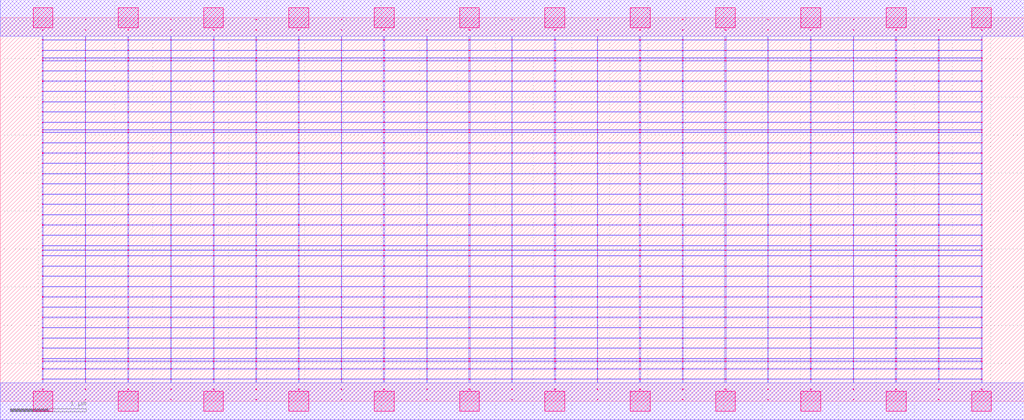
<source format=lef>
MACRO OOAAOAI221311_DEBUG
 CLASS CORE ;
 FOREIGN OOAAOAI221311_DEBUG 0 0 ;
 SIZE 13.44 BY 5.04 ;
 ORIGIN 0 0 ;
 SYMMETRY X Y R90 ;
 SITE unit ;

 OBS
    LAYER polycont ;
     RECT 6.71600000 2.58300000 6.72400000 2.59100000 ;
     RECT 6.71600000 2.71800000 6.72400000 2.72600000 ;
     RECT 6.71600000 2.85300000 6.72400000 2.86100000 ;
     RECT 6.71600000 2.98800000 6.72400000 2.99600000 ;
     RECT 8.95600000 2.58300000 8.96400000 2.59100000 ;
     RECT 9.51100000 2.58300000 9.52900000 2.59100000 ;
     RECT 10.07600000 2.58300000 10.08400000 2.59100000 ;
     RECT 10.63100000 2.58300000 10.64900000 2.59100000 ;
     RECT 11.19600000 2.58300000 11.20400000 2.59100000 ;
     RECT 11.75100000 2.58300000 11.76900000 2.59100000 ;
     RECT 12.31600000 2.58300000 12.32400000 2.59100000 ;
     RECT 12.87600000 2.58300000 12.88900000 2.59100000 ;
     RECT 7.27100000 2.58300000 7.28900000 2.59100000 ;
     RECT 7.27100000 2.71800000 7.28900000 2.72600000 ;
     RECT 7.83600000 2.71800000 7.84400000 2.72600000 ;
     RECT 8.39100000 2.71800000 8.40900000 2.72600000 ;
     RECT 8.95600000 2.71800000 8.96400000 2.72600000 ;
     RECT 9.51100000 2.71800000 9.52900000 2.72600000 ;
     RECT 10.07600000 2.71800000 10.08400000 2.72600000 ;
     RECT 10.63100000 2.71800000 10.64900000 2.72600000 ;
     RECT 11.19600000 2.71800000 11.20400000 2.72600000 ;
     RECT 11.75100000 2.71800000 11.76900000 2.72600000 ;
     RECT 12.31600000 2.71800000 12.32400000 2.72600000 ;
     RECT 12.87600000 2.71800000 12.88900000 2.72600000 ;
     RECT 7.83600000 2.58300000 7.84400000 2.59100000 ;
     RECT 7.27100000 2.85300000 7.28900000 2.86100000 ;
     RECT 7.83600000 2.85300000 7.84400000 2.86100000 ;
     RECT 8.39100000 2.85300000 8.40900000 2.86100000 ;
     RECT 8.95600000 2.85300000 8.96400000 2.86100000 ;
     RECT 9.51100000 2.85300000 9.52900000 2.86100000 ;
     RECT 10.07600000 2.85300000 10.08400000 2.86100000 ;
     RECT 10.63100000 2.85300000 10.64900000 2.86100000 ;
     RECT 11.19600000 2.85300000 11.20400000 2.86100000 ;
     RECT 11.75100000 2.85300000 11.76900000 2.86100000 ;
     RECT 12.31600000 2.85300000 12.32400000 2.86100000 ;
     RECT 12.87600000 2.85300000 12.88900000 2.86100000 ;
     RECT 8.39100000 2.58300000 8.40900000 2.59100000 ;
     RECT 7.27100000 2.98800000 7.28900000 2.99600000 ;
     RECT 7.83600000 2.98800000 7.84400000 2.99600000 ;
     RECT 8.39100000 2.98800000 8.40900000 2.99600000 ;
     RECT 8.95600000 2.98800000 8.96400000 2.99600000 ;
     RECT 9.51100000 2.98800000 9.52900000 2.99600000 ;
     RECT 10.07600000 2.98800000 10.08400000 2.99600000 ;
     RECT 10.63100000 2.98800000 10.64900000 2.99600000 ;
     RECT 11.19600000 2.98800000 11.20400000 2.99600000 ;
     RECT 11.75100000 2.98800000 11.76900000 2.99600000 ;
     RECT 12.31600000 2.98800000 12.32400000 2.99600000 ;
     RECT 12.87600000 2.98800000 12.88900000 2.99600000 ;
     RECT 1.67100000 2.85300000 1.68900000 2.86100000 ;
     RECT 2.23600000 2.85300000 2.24400000 2.86100000 ;
     RECT 2.79600000 2.85300000 2.80900000 2.86100000 ;
     RECT 3.35600000 2.85300000 3.36400000 2.86100000 ;
     RECT 3.91100000 2.85300000 3.92400000 2.86100000 ;
     RECT 4.47600000 2.85300000 4.48400000 2.86100000 ;
     RECT 5.03100000 2.85300000 5.04900000 2.86100000 ;
     RECT 5.59600000 2.85300000 5.60400000 2.86100000 ;
     RECT 6.15100000 2.85300000 6.16900000 2.86100000 ;
     RECT 1.11600000 2.71800000 1.12400000 2.72600000 ;
     RECT 1.67100000 2.71800000 1.68900000 2.72600000 ;
     RECT 2.23600000 2.71800000 2.24400000 2.72600000 ;
     RECT 2.79600000 2.71800000 2.80900000 2.72600000 ;
     RECT 3.35600000 2.71800000 3.36400000 2.72600000 ;
     RECT 3.91100000 2.71800000 3.92400000 2.72600000 ;
     RECT 4.47600000 2.71800000 4.48400000 2.72600000 ;
     RECT 5.03100000 2.71800000 5.04900000 2.72600000 ;
     RECT 5.59600000 2.71800000 5.60400000 2.72600000 ;
     RECT 6.15100000 2.71800000 6.16900000 2.72600000 ;
     RECT 1.11600000 2.58300000 1.12400000 2.59100000 ;
     RECT 1.67100000 2.58300000 1.68900000 2.59100000 ;
     RECT 0.55100000 2.98800000 0.56400000 2.99600000 ;
     RECT 1.11600000 2.98800000 1.12400000 2.99600000 ;
     RECT 1.67100000 2.98800000 1.68900000 2.99600000 ;
     RECT 2.23600000 2.98800000 2.24400000 2.99600000 ;
     RECT 2.79600000 2.98800000 2.80900000 2.99600000 ;
     RECT 3.35600000 2.98800000 3.36400000 2.99600000 ;
     RECT 3.91100000 2.98800000 3.92400000 2.99600000 ;
     RECT 4.47600000 2.98800000 4.48400000 2.99600000 ;
     RECT 5.03100000 2.98800000 5.04900000 2.99600000 ;
     RECT 5.59600000 2.98800000 5.60400000 2.99600000 ;
     RECT 6.15100000 2.98800000 6.16900000 2.99600000 ;
     RECT 2.23600000 2.58300000 2.24400000 2.59100000 ;
     RECT 2.79600000 2.58300000 2.80900000 2.59100000 ;
     RECT 3.35600000 2.58300000 3.36400000 2.59100000 ;
     RECT 3.91100000 2.58300000 3.92400000 2.59100000 ;
     RECT 4.47600000 2.58300000 4.48400000 2.59100000 ;
     RECT 5.03100000 2.58300000 5.04900000 2.59100000 ;
     RECT 5.59600000 2.58300000 5.60400000 2.59100000 ;
     RECT 6.15100000 2.58300000 6.16900000 2.59100000 ;
     RECT 0.55100000 2.58300000 0.56400000 2.59100000 ;
     RECT 0.55100000 2.71800000 0.56400000 2.72600000 ;
     RECT 0.55100000 2.85300000 0.56400000 2.86100000 ;
     RECT 1.11600000 2.85300000 1.12400000 2.86100000 ;
     RECT 3.35600000 3.12300000 3.36400000 3.13100000 ;
     RECT 3.35600000 3.25800000 3.36400000 3.26600000 ;
     RECT 3.35600000 3.39300000 3.36400000 3.40100000 ;
     RECT 3.35600000 3.52800000 3.36400000 3.53600000 ;
     RECT 3.35600000 3.56100000 3.36400000 3.56900000 ;
     RECT 3.35600000 3.66300000 3.36400000 3.67100000 ;
     RECT 3.35600000 3.79800000 3.36400000 3.80600000 ;
     RECT 3.35600000 3.93300000 3.36400000 3.94100000 ;
     RECT 3.35600000 4.06800000 3.36400000 4.07600000 ;
     RECT 3.35600000 4.20300000 3.36400000 4.21100000 ;
     RECT 3.35600000 4.33800000 3.36400000 4.34600000 ;
     RECT 3.35600000 4.47300000 3.36400000 4.48100000 ;
     RECT 3.35600000 4.51100000 3.36400000 4.51900000 ;
     RECT 3.35600000 4.60800000 3.36400000 4.61600000 ;
     RECT 3.35600000 4.74300000 3.36400000 4.75100000 ;
     RECT 3.35600000 4.87800000 3.36400000 4.88600000 ;
     RECT 7.83600000 1.09800000 7.84400000 1.10600000 ;
     RECT 7.83600000 1.23300000 7.84400000 1.24100000 ;
     RECT 7.83600000 1.36800000 7.84400000 1.37600000 ;
     RECT 7.83600000 1.50300000 7.84400000 1.51100000 ;
     RECT 7.83600000 1.63800000 7.84400000 1.64600000 ;
     RECT 7.83600000 1.77300000 7.84400000 1.78100000 ;
     RECT 7.83600000 1.90800000 7.84400000 1.91600000 ;
     RECT 7.83600000 1.98100000 7.84400000 1.98900000 ;
     RECT 7.83600000 2.04300000 7.84400000 2.05100000 ;
     RECT 7.83600000 2.17800000 7.84400000 2.18600000 ;
     RECT 7.83600000 2.31300000 7.84400000 2.32100000 ;
     RECT 7.83600000 2.44800000 7.84400000 2.45600000 ;
     RECT 7.83600000 0.15300000 7.84400000 0.16100000 ;
     RECT 7.83600000 0.28800000 7.84400000 0.29600000 ;
     RECT 7.83600000 0.42300000 7.84400000 0.43100000 ;
     RECT 7.83600000 0.52100000 7.84400000 0.52900000 ;
     RECT 7.83600000 0.55800000 7.84400000 0.56600000 ;
     RECT 7.83600000 0.69300000 7.84400000 0.70100000 ;
     RECT 7.83600000 0.82800000 7.84400000 0.83600000 ;
     RECT 7.83600000 0.96300000 7.84400000 0.97100000 ;

    LAYER pdiffc ;
     RECT 0.55100000 3.39300000 0.55900000 3.40100000 ;
     RECT 2.80100000 3.39300000 2.80900000 3.40100000 ;
     RECT 3.91100000 3.39300000 3.91900000 3.40100000 ;
     RECT 12.88100000 3.39300000 12.88900000 3.40100000 ;
     RECT 0.55100000 3.52800000 0.55900000 3.53600000 ;
     RECT 2.80100000 3.52800000 2.80900000 3.53600000 ;
     RECT 3.91100000 3.52800000 3.91900000 3.53600000 ;
     RECT 12.88100000 3.52800000 12.88900000 3.53600000 ;
     RECT 0.55100000 3.56100000 0.55900000 3.56900000 ;
     RECT 2.80100000 3.56100000 2.80900000 3.56900000 ;
     RECT 3.91100000 3.56100000 3.91900000 3.56900000 ;
     RECT 12.88100000 3.56100000 12.88900000 3.56900000 ;
     RECT 0.55100000 3.66300000 0.55900000 3.67100000 ;
     RECT 2.80100000 3.66300000 2.80900000 3.67100000 ;
     RECT 3.91100000 3.66300000 3.91900000 3.67100000 ;
     RECT 12.88100000 3.66300000 12.88900000 3.67100000 ;
     RECT 0.55100000 3.79800000 0.55900000 3.80600000 ;
     RECT 2.80100000 3.79800000 2.80900000 3.80600000 ;
     RECT 3.91100000 3.79800000 3.91900000 3.80600000 ;
     RECT 12.88100000 3.79800000 12.88900000 3.80600000 ;
     RECT 0.55100000 3.93300000 0.55900000 3.94100000 ;
     RECT 2.80100000 3.93300000 2.80900000 3.94100000 ;
     RECT 3.91100000 3.93300000 3.91900000 3.94100000 ;
     RECT 12.88100000 3.93300000 12.88900000 3.94100000 ;
     RECT 0.55100000 4.06800000 0.55900000 4.07600000 ;
     RECT 2.80100000 4.06800000 2.80900000 4.07600000 ;
     RECT 3.91100000 4.06800000 3.91900000 4.07600000 ;
     RECT 12.88100000 4.06800000 12.88900000 4.07600000 ;
     RECT 0.55100000 4.20300000 0.55900000 4.21100000 ;
     RECT 2.80100000 4.20300000 2.80900000 4.21100000 ;
     RECT 3.91100000 4.20300000 3.91900000 4.21100000 ;
     RECT 12.88100000 4.20300000 12.88900000 4.21100000 ;
     RECT 0.55100000 4.33800000 0.55900000 4.34600000 ;
     RECT 2.80100000 4.33800000 2.80900000 4.34600000 ;
     RECT 3.91100000 4.33800000 3.91900000 4.34600000 ;
     RECT 12.88100000 4.33800000 12.88900000 4.34600000 ;
     RECT 0.55100000 4.47300000 0.55900000 4.48100000 ;
     RECT 2.80100000 4.47300000 2.80900000 4.48100000 ;
     RECT 3.91100000 4.47300000 3.91900000 4.48100000 ;
     RECT 12.88100000 4.47300000 12.88900000 4.48100000 ;
     RECT 0.55100000 4.51100000 0.55900000 4.51900000 ;
     RECT 2.80100000 4.51100000 2.80900000 4.51900000 ;
     RECT 3.91100000 4.51100000 3.91900000 4.51900000 ;
     RECT 12.88100000 4.51100000 12.88900000 4.51900000 ;
     RECT 0.55100000 4.60800000 0.55900000 4.61600000 ;
     RECT 2.80100000 4.60800000 2.80900000 4.61600000 ;
     RECT 3.91100000 4.60800000 3.91900000 4.61600000 ;
     RECT 12.88100000 4.60800000 12.88900000 4.61600000 ;

    LAYER ndiffc ;
     RECT 7.27100000 0.42300000 7.28900000 0.43100000 ;
     RECT 8.39100000 0.42300000 8.40900000 0.43100000 ;
     RECT 9.51100000 0.42300000 9.52900000 0.43100000 ;
     RECT 10.63100000 0.42300000 10.64900000 0.43100000 ;
     RECT 11.75100000 0.42300000 11.76900000 0.43100000 ;
     RECT 12.87600000 0.42300000 12.88900000 0.43100000 ;
     RECT 7.27100000 0.52100000 7.28900000 0.52900000 ;
     RECT 8.39100000 0.52100000 8.40900000 0.52900000 ;
     RECT 9.51100000 0.52100000 9.52900000 0.52900000 ;
     RECT 10.63100000 0.52100000 10.64900000 0.52900000 ;
     RECT 11.75100000 0.52100000 11.76900000 0.52900000 ;
     RECT 12.87600000 0.52100000 12.88900000 0.52900000 ;
     RECT 7.27100000 0.55800000 7.28900000 0.56600000 ;
     RECT 8.39100000 0.55800000 8.40900000 0.56600000 ;
     RECT 9.51100000 0.55800000 9.52900000 0.56600000 ;
     RECT 10.63100000 0.55800000 10.64900000 0.56600000 ;
     RECT 11.75100000 0.55800000 11.76900000 0.56600000 ;
     RECT 12.87600000 0.55800000 12.88900000 0.56600000 ;
     RECT 7.27100000 0.69300000 7.28900000 0.70100000 ;
     RECT 8.39100000 0.69300000 8.40900000 0.70100000 ;
     RECT 9.51100000 0.69300000 9.52900000 0.70100000 ;
     RECT 10.63100000 0.69300000 10.64900000 0.70100000 ;
     RECT 11.75100000 0.69300000 11.76900000 0.70100000 ;
     RECT 12.87600000 0.69300000 12.88900000 0.70100000 ;
     RECT 7.27100000 0.82800000 7.28900000 0.83600000 ;
     RECT 8.39100000 0.82800000 8.40900000 0.83600000 ;
     RECT 9.51100000 0.82800000 9.52900000 0.83600000 ;
     RECT 10.63100000 0.82800000 10.64900000 0.83600000 ;
     RECT 11.75100000 0.82800000 11.76900000 0.83600000 ;
     RECT 12.87600000 0.82800000 12.88900000 0.83600000 ;
     RECT 7.27100000 0.96300000 7.28900000 0.97100000 ;
     RECT 8.39100000 0.96300000 8.40900000 0.97100000 ;
     RECT 9.51100000 0.96300000 9.52900000 0.97100000 ;
     RECT 10.63100000 0.96300000 10.64900000 0.97100000 ;
     RECT 11.75100000 0.96300000 11.76900000 0.97100000 ;
     RECT 12.87600000 0.96300000 12.88900000 0.97100000 ;
     RECT 7.27100000 1.09800000 7.28900000 1.10600000 ;
     RECT 8.39100000 1.09800000 8.40900000 1.10600000 ;
     RECT 9.51100000 1.09800000 9.52900000 1.10600000 ;
     RECT 10.63100000 1.09800000 10.64900000 1.10600000 ;
     RECT 11.75100000 1.09800000 11.76900000 1.10600000 ;
     RECT 12.87600000 1.09800000 12.88900000 1.10600000 ;
     RECT 7.27100000 1.23300000 7.28900000 1.24100000 ;
     RECT 8.39100000 1.23300000 8.40900000 1.24100000 ;
     RECT 9.51100000 1.23300000 9.52900000 1.24100000 ;
     RECT 10.63100000 1.23300000 10.64900000 1.24100000 ;
     RECT 11.75100000 1.23300000 11.76900000 1.24100000 ;
     RECT 12.87600000 1.23300000 12.88900000 1.24100000 ;
     RECT 7.27100000 1.36800000 7.28900000 1.37600000 ;
     RECT 8.39100000 1.36800000 8.40900000 1.37600000 ;
     RECT 9.51100000 1.36800000 9.52900000 1.37600000 ;
     RECT 10.63100000 1.36800000 10.64900000 1.37600000 ;
     RECT 11.75100000 1.36800000 11.76900000 1.37600000 ;
     RECT 12.87600000 1.36800000 12.88900000 1.37600000 ;
     RECT 7.27100000 1.50300000 7.28900000 1.51100000 ;
     RECT 8.39100000 1.50300000 8.40900000 1.51100000 ;
     RECT 9.51100000 1.50300000 9.52900000 1.51100000 ;
     RECT 10.63100000 1.50300000 10.64900000 1.51100000 ;
     RECT 11.75100000 1.50300000 11.76900000 1.51100000 ;
     RECT 12.87600000 1.50300000 12.88900000 1.51100000 ;
     RECT 7.27100000 1.63800000 7.28900000 1.64600000 ;
     RECT 8.39100000 1.63800000 8.40900000 1.64600000 ;
     RECT 9.51100000 1.63800000 9.52900000 1.64600000 ;
     RECT 10.63100000 1.63800000 10.64900000 1.64600000 ;
     RECT 11.75100000 1.63800000 11.76900000 1.64600000 ;
     RECT 12.87600000 1.63800000 12.88900000 1.64600000 ;
     RECT 7.27100000 1.77300000 7.28900000 1.78100000 ;
     RECT 8.39100000 1.77300000 8.40900000 1.78100000 ;
     RECT 9.51100000 1.77300000 9.52900000 1.78100000 ;
     RECT 10.63100000 1.77300000 10.64900000 1.78100000 ;
     RECT 11.75100000 1.77300000 11.76900000 1.78100000 ;
     RECT 12.87600000 1.77300000 12.88900000 1.78100000 ;
     RECT 7.27100000 1.90800000 7.28900000 1.91600000 ;
     RECT 8.39100000 1.90800000 8.40900000 1.91600000 ;
     RECT 9.51100000 1.90800000 9.52900000 1.91600000 ;
     RECT 10.63100000 1.90800000 10.64900000 1.91600000 ;
     RECT 11.75100000 1.90800000 11.76900000 1.91600000 ;
     RECT 12.87600000 1.90800000 12.88900000 1.91600000 ;
     RECT 7.27100000 1.98100000 7.28900000 1.98900000 ;
     RECT 8.39100000 1.98100000 8.40900000 1.98900000 ;
     RECT 9.51100000 1.98100000 9.52900000 1.98900000 ;
     RECT 10.63100000 1.98100000 10.64900000 1.98900000 ;
     RECT 11.75100000 1.98100000 11.76900000 1.98900000 ;
     RECT 12.87600000 1.98100000 12.88900000 1.98900000 ;
     RECT 7.27100000 2.04300000 7.28900000 2.05100000 ;
     RECT 8.39100000 2.04300000 8.40900000 2.05100000 ;
     RECT 9.51100000 2.04300000 9.52900000 2.05100000 ;
     RECT 10.63100000 2.04300000 10.64900000 2.05100000 ;
     RECT 11.75100000 2.04300000 11.76900000 2.05100000 ;
     RECT 12.87600000 2.04300000 12.88900000 2.05100000 ;
     RECT 0.55100000 0.42300000 0.56400000 0.43100000 ;
     RECT 1.67100000 0.42300000 1.68900000 0.43100000 ;
     RECT 2.79600000 0.42300000 2.80900000 0.43100000 ;
     RECT 3.91100000 0.42300000 3.92400000 0.43100000 ;
     RECT 5.03100000 0.42300000 5.04900000 0.43100000 ;
     RECT 6.15100000 0.42300000 6.16900000 0.43100000 ;
     RECT 0.55100000 1.36800000 0.56400000 1.37600000 ;
     RECT 1.67100000 1.36800000 1.68900000 1.37600000 ;
     RECT 2.79600000 1.36800000 2.80900000 1.37600000 ;
     RECT 3.91100000 1.36800000 3.92400000 1.37600000 ;
     RECT 5.03100000 1.36800000 5.04900000 1.37600000 ;
     RECT 6.15100000 1.36800000 6.16900000 1.37600000 ;
     RECT 0.55100000 0.82800000 0.56400000 0.83600000 ;
     RECT 1.67100000 0.82800000 1.68900000 0.83600000 ;
     RECT 2.79600000 0.82800000 2.80900000 0.83600000 ;
     RECT 3.91100000 0.82800000 3.92400000 0.83600000 ;
     RECT 5.03100000 0.82800000 5.04900000 0.83600000 ;
     RECT 6.15100000 0.82800000 6.16900000 0.83600000 ;
     RECT 0.55100000 1.50300000 0.56400000 1.51100000 ;
     RECT 1.67100000 1.50300000 1.68900000 1.51100000 ;
     RECT 2.79600000 1.50300000 2.80900000 1.51100000 ;
     RECT 3.91100000 1.50300000 3.92400000 1.51100000 ;
     RECT 5.03100000 1.50300000 5.04900000 1.51100000 ;
     RECT 6.15100000 1.50300000 6.16900000 1.51100000 ;
     RECT 0.55100000 0.55800000 0.56400000 0.56600000 ;
     RECT 1.67100000 0.55800000 1.68900000 0.56600000 ;
     RECT 2.79600000 0.55800000 2.80900000 0.56600000 ;
     RECT 3.91100000 0.55800000 3.92400000 0.56600000 ;
     RECT 5.03100000 0.55800000 5.04900000 0.56600000 ;
     RECT 6.15100000 0.55800000 6.16900000 0.56600000 ;
     RECT 0.55100000 1.63800000 0.56400000 1.64600000 ;
     RECT 1.67100000 1.63800000 1.68900000 1.64600000 ;
     RECT 2.79600000 1.63800000 2.80900000 1.64600000 ;
     RECT 3.91100000 1.63800000 3.92400000 1.64600000 ;
     RECT 5.03100000 1.63800000 5.04900000 1.64600000 ;
     RECT 6.15100000 1.63800000 6.16900000 1.64600000 ;
     RECT 0.55100000 0.96300000 0.56400000 0.97100000 ;
     RECT 1.67100000 0.96300000 1.68900000 0.97100000 ;
     RECT 2.79600000 0.96300000 2.80900000 0.97100000 ;
     RECT 3.91100000 0.96300000 3.92400000 0.97100000 ;
     RECT 5.03100000 0.96300000 5.04900000 0.97100000 ;
     RECT 6.15100000 0.96300000 6.16900000 0.97100000 ;
     RECT 0.55100000 1.77300000 0.56400000 1.78100000 ;
     RECT 1.67100000 1.77300000 1.68900000 1.78100000 ;
     RECT 2.79600000 1.77300000 2.80900000 1.78100000 ;
     RECT 3.91100000 1.77300000 3.92400000 1.78100000 ;
     RECT 5.03100000 1.77300000 5.04900000 1.78100000 ;
     RECT 6.15100000 1.77300000 6.16900000 1.78100000 ;
     RECT 0.55100000 0.52100000 0.56400000 0.52900000 ;
     RECT 1.67100000 0.52100000 1.68900000 0.52900000 ;
     RECT 2.79600000 0.52100000 2.80900000 0.52900000 ;
     RECT 3.91100000 0.52100000 3.92400000 0.52900000 ;
     RECT 5.03100000 0.52100000 5.04900000 0.52900000 ;
     RECT 6.15100000 0.52100000 6.16900000 0.52900000 ;
     RECT 0.55100000 1.90800000 0.56400000 1.91600000 ;
     RECT 1.67100000 1.90800000 1.68900000 1.91600000 ;
     RECT 2.79600000 1.90800000 2.80900000 1.91600000 ;
     RECT 3.91100000 1.90800000 3.92400000 1.91600000 ;
     RECT 5.03100000 1.90800000 5.04900000 1.91600000 ;
     RECT 6.15100000 1.90800000 6.16900000 1.91600000 ;
     RECT 0.55100000 1.09800000 0.56400000 1.10600000 ;
     RECT 1.67100000 1.09800000 1.68900000 1.10600000 ;
     RECT 2.79600000 1.09800000 2.80900000 1.10600000 ;
     RECT 3.91100000 1.09800000 3.92400000 1.10600000 ;
     RECT 5.03100000 1.09800000 5.04900000 1.10600000 ;
     RECT 6.15100000 1.09800000 6.16900000 1.10600000 ;
     RECT 0.55100000 1.98100000 0.56400000 1.98900000 ;
     RECT 1.67100000 1.98100000 1.68900000 1.98900000 ;
     RECT 2.79600000 1.98100000 2.80900000 1.98900000 ;
     RECT 3.91100000 1.98100000 3.92400000 1.98900000 ;
     RECT 5.03100000 1.98100000 5.04900000 1.98900000 ;
     RECT 6.15100000 1.98100000 6.16900000 1.98900000 ;
     RECT 0.55100000 0.69300000 0.56400000 0.70100000 ;
     RECT 1.67100000 0.69300000 1.68900000 0.70100000 ;
     RECT 2.79600000 0.69300000 2.80900000 0.70100000 ;
     RECT 3.91100000 0.69300000 3.92400000 0.70100000 ;
     RECT 5.03100000 0.69300000 5.04900000 0.70100000 ;
     RECT 6.15100000 0.69300000 6.16900000 0.70100000 ;
     RECT 0.55100000 2.04300000 0.56400000 2.05100000 ;
     RECT 1.67100000 2.04300000 1.68900000 2.05100000 ;
     RECT 2.79600000 2.04300000 2.80900000 2.05100000 ;
     RECT 3.91100000 2.04300000 3.92400000 2.05100000 ;
     RECT 5.03100000 2.04300000 5.04900000 2.05100000 ;
     RECT 6.15100000 2.04300000 6.16900000 2.05100000 ;
     RECT 0.55100000 1.23300000 0.56400000 1.24100000 ;
     RECT 1.67100000 1.23300000 1.68900000 1.24100000 ;
     RECT 2.79600000 1.23300000 2.80900000 1.24100000 ;
     RECT 3.91100000 1.23300000 3.92400000 1.24100000 ;
     RECT 5.03100000 1.23300000 5.04900000 1.24100000 ;
     RECT 6.15100000 1.23300000 6.16900000 1.24100000 ;

    LAYER met1 ;
     RECT 0.00000000 -0.24000000 13.44000000 0.24000000 ;
     RECT 6.71600000 0.24000000 6.72400000 0.28800000 ;
     RECT 0.55100000 0.28800000 12.88900000 0.29600000 ;
     RECT 6.71600000 0.29600000 6.72400000 0.42300000 ;
     RECT 0.55100000 0.42300000 12.88900000 0.43100000 ;
     RECT 6.71600000 0.43100000 6.72400000 0.52100000 ;
     RECT 0.55100000 0.52100000 12.88900000 0.52900000 ;
     RECT 6.71600000 0.52900000 6.72400000 0.55800000 ;
     RECT 0.55100000 0.55800000 12.88900000 0.56600000 ;
     RECT 6.71600000 0.56600000 6.72400000 0.69300000 ;
     RECT 0.55100000 0.69300000 12.88900000 0.70100000 ;
     RECT 6.71600000 0.70100000 6.72400000 0.82800000 ;
     RECT 0.55100000 0.82800000 12.88900000 0.83600000 ;
     RECT 6.71600000 0.83600000 6.72400000 0.96300000 ;
     RECT 0.55100000 0.96300000 12.88900000 0.97100000 ;
     RECT 6.71600000 0.97100000 6.72400000 1.09800000 ;
     RECT 0.55100000 1.09800000 12.88900000 1.10600000 ;
     RECT 6.71600000 1.10600000 6.72400000 1.23300000 ;
     RECT 0.55100000 1.23300000 12.88900000 1.24100000 ;
     RECT 6.71600000 1.24100000 6.72400000 1.36800000 ;
     RECT 0.55100000 1.36800000 12.88900000 1.37600000 ;
     RECT 6.71600000 1.37600000 6.72400000 1.50300000 ;
     RECT 0.55100000 1.50300000 12.88900000 1.51100000 ;
     RECT 6.71600000 1.51100000 6.72400000 1.63800000 ;
     RECT 0.55100000 1.63800000 12.88900000 1.64600000 ;
     RECT 6.71600000 1.64600000 6.72400000 1.77300000 ;
     RECT 0.55100000 1.77300000 12.88900000 1.78100000 ;
     RECT 6.71600000 1.78100000 6.72400000 1.90800000 ;
     RECT 0.55100000 1.90800000 12.88900000 1.91600000 ;
     RECT 6.71600000 1.91600000 6.72400000 1.98100000 ;
     RECT 0.55100000 1.98100000 12.88900000 1.98900000 ;
     RECT 6.71600000 1.98900000 6.72400000 2.04300000 ;
     RECT 0.55100000 2.04300000 12.88900000 2.05100000 ;
     RECT 6.71600000 2.05100000 6.72400000 2.17800000 ;
     RECT 0.55100000 2.17800000 12.88900000 2.18600000 ;
     RECT 6.71600000 2.18600000 6.72400000 2.31300000 ;
     RECT 0.55100000 2.31300000 12.88900000 2.32100000 ;
     RECT 6.71600000 2.32100000 6.72400000 2.44800000 ;
     RECT 0.55100000 2.44800000 12.88900000 2.45600000 ;
     RECT 0.55100000 2.45600000 0.56400000 2.58300000 ;
     RECT 1.11600000 2.45600000 1.12400000 2.58300000 ;
     RECT 1.67100000 2.45600000 1.68900000 2.58300000 ;
     RECT 2.23600000 2.45600000 2.24400000 2.58300000 ;
     RECT 2.79600000 2.45600000 2.80900000 2.58300000 ;
     RECT 3.35600000 2.45600000 3.36400000 2.58300000 ;
     RECT 3.91100000 2.45600000 3.92400000 2.58300000 ;
     RECT 4.47600000 2.45600000 4.48400000 2.58300000 ;
     RECT 5.03100000 2.45600000 5.04900000 2.58300000 ;
     RECT 5.59600000 2.45600000 5.60400000 2.58300000 ;
     RECT 6.15100000 2.45600000 6.16900000 2.58300000 ;
     RECT 6.71600000 2.45600000 6.72400000 2.58300000 ;
     RECT 7.27100000 2.45600000 7.28900000 2.58300000 ;
     RECT 7.83600000 2.45600000 7.84400000 2.58300000 ;
     RECT 8.39100000 2.45600000 8.40900000 2.58300000 ;
     RECT 8.95600000 2.45600000 8.96400000 2.58300000 ;
     RECT 9.51100000 2.45600000 9.52900000 2.58300000 ;
     RECT 10.07600000 2.45600000 10.08400000 2.58300000 ;
     RECT 10.63100000 2.45600000 10.64900000 2.58300000 ;
     RECT 11.19600000 2.45600000 11.20400000 2.58300000 ;
     RECT 11.75100000 2.45600000 11.76900000 2.58300000 ;
     RECT 12.31600000 2.45600000 12.32400000 2.58300000 ;
     RECT 12.87600000 2.45600000 12.88900000 2.58300000 ;
     RECT 0.55100000 2.58300000 12.88900000 2.59100000 ;
     RECT 6.71600000 2.59100000 6.72400000 2.71800000 ;
     RECT 0.55100000 2.71800000 12.88900000 2.72600000 ;
     RECT 6.71600000 2.72600000 6.72400000 2.85300000 ;
     RECT 0.55100000 2.85300000 12.88900000 2.86100000 ;
     RECT 6.71600000 2.86100000 6.72400000 2.98800000 ;
     RECT 0.55100000 2.98800000 12.88900000 2.99600000 ;
     RECT 6.71600000 2.99600000 6.72400000 3.12300000 ;
     RECT 0.55100000 3.12300000 12.88900000 3.13100000 ;
     RECT 6.71600000 3.13100000 6.72400000 3.25800000 ;
     RECT 0.55100000 3.25800000 12.88900000 3.26600000 ;
     RECT 6.71600000 3.26600000 6.72400000 3.39300000 ;
     RECT 0.55100000 3.39300000 12.88900000 3.40100000 ;
     RECT 6.71600000 3.40100000 6.72400000 3.52800000 ;
     RECT 0.55100000 3.52800000 12.88900000 3.53600000 ;
     RECT 6.71600000 3.53600000 6.72400000 3.56100000 ;
     RECT 0.55100000 3.56100000 12.88900000 3.56900000 ;
     RECT 6.71600000 3.56900000 6.72400000 3.66300000 ;
     RECT 0.55100000 3.66300000 12.88900000 3.67100000 ;
     RECT 6.71600000 3.67100000 6.72400000 3.79800000 ;
     RECT 0.55100000 3.79800000 12.88900000 3.80600000 ;
     RECT 6.71600000 3.80600000 6.72400000 3.93300000 ;
     RECT 0.55100000 3.93300000 12.88900000 3.94100000 ;
     RECT 6.71600000 3.94100000 6.72400000 4.06800000 ;
     RECT 0.55100000 4.06800000 12.88900000 4.07600000 ;
     RECT 6.71600000 4.07600000 6.72400000 4.20300000 ;
     RECT 0.55100000 4.20300000 12.88900000 4.21100000 ;
     RECT 6.71600000 4.21100000 6.72400000 4.33800000 ;
     RECT 0.55100000 4.33800000 12.88900000 4.34600000 ;
     RECT 6.71600000 4.34600000 6.72400000 4.47300000 ;
     RECT 0.55100000 4.47300000 12.88900000 4.48100000 ;
     RECT 6.71600000 4.48100000 6.72400000 4.51100000 ;
     RECT 0.55100000 4.51100000 12.88900000 4.51900000 ;
     RECT 6.71600000 4.51900000 6.72400000 4.60800000 ;
     RECT 0.55100000 4.60800000 12.88900000 4.61600000 ;
     RECT 6.71600000 4.61600000 6.72400000 4.74300000 ;
     RECT 0.55100000 4.74300000 12.88900000 4.75100000 ;
     RECT 6.71600000 4.75100000 6.72400000 4.80000000 ;
     RECT 0.00000000 4.80000000 13.44000000 5.28000000 ;
     RECT 10.07600000 2.59100000 10.08400000 2.71800000 ;
     RECT 10.07600000 2.99600000 10.08400000 3.12300000 ;
     RECT 10.07600000 3.13100000 10.08400000 3.25800000 ;
     RECT 10.07600000 3.26600000 10.08400000 3.39300000 ;
     RECT 10.07600000 3.40100000 10.08400000 3.52800000 ;
     RECT 10.07600000 3.53600000 10.08400000 3.56100000 ;
     RECT 10.07600000 3.56900000 10.08400000 3.66300000 ;
     RECT 10.07600000 3.67100000 10.08400000 3.79800000 ;
     RECT 10.07600000 2.72600000 10.08400000 2.85300000 ;
     RECT 7.27100000 3.80600000 7.28900000 3.93300000 ;
     RECT 7.83600000 3.80600000 7.84400000 3.93300000 ;
     RECT 8.39100000 3.80600000 8.40900000 3.93300000 ;
     RECT 8.95600000 3.80600000 8.96400000 3.93300000 ;
     RECT 9.51100000 3.80600000 9.52900000 3.93300000 ;
     RECT 10.07600000 3.80600000 10.08400000 3.93300000 ;
     RECT 10.63100000 3.80600000 10.64900000 3.93300000 ;
     RECT 11.19600000 3.80600000 11.20400000 3.93300000 ;
     RECT 11.75100000 3.80600000 11.76900000 3.93300000 ;
     RECT 12.31600000 3.80600000 12.32400000 3.93300000 ;
     RECT 12.87600000 3.80600000 12.88900000 3.93300000 ;
     RECT 10.07600000 3.94100000 10.08400000 4.06800000 ;
     RECT 10.07600000 4.07600000 10.08400000 4.20300000 ;
     RECT 10.07600000 4.21100000 10.08400000 4.33800000 ;
     RECT 10.07600000 4.34600000 10.08400000 4.47300000 ;
     RECT 10.07600000 4.48100000 10.08400000 4.51100000 ;
     RECT 10.07600000 2.86100000 10.08400000 2.98800000 ;
     RECT 10.07600000 4.51900000 10.08400000 4.60800000 ;
     RECT 10.07600000 4.61600000 10.08400000 4.74300000 ;
     RECT 10.07600000 4.75100000 10.08400000 4.80000000 ;
     RECT 11.75100000 4.07600000 11.76900000 4.20300000 ;
     RECT 12.31600000 4.07600000 12.32400000 4.20300000 ;
     RECT 12.87600000 4.07600000 12.88900000 4.20300000 ;
     RECT 11.19600000 3.94100000 11.20400000 4.06800000 ;
     RECT 10.63100000 4.21100000 10.64900000 4.33800000 ;
     RECT 11.19600000 4.21100000 11.20400000 4.33800000 ;
     RECT 11.75100000 4.21100000 11.76900000 4.33800000 ;
     RECT 12.31600000 4.21100000 12.32400000 4.33800000 ;
     RECT 12.87600000 4.21100000 12.88900000 4.33800000 ;
     RECT 11.75100000 3.94100000 11.76900000 4.06800000 ;
     RECT 10.63100000 4.34600000 10.64900000 4.47300000 ;
     RECT 11.19600000 4.34600000 11.20400000 4.47300000 ;
     RECT 11.75100000 4.34600000 11.76900000 4.47300000 ;
     RECT 12.31600000 4.34600000 12.32400000 4.47300000 ;
     RECT 12.87600000 4.34600000 12.88900000 4.47300000 ;
     RECT 12.31600000 3.94100000 12.32400000 4.06800000 ;
     RECT 10.63100000 4.48100000 10.64900000 4.51100000 ;
     RECT 11.19600000 4.48100000 11.20400000 4.51100000 ;
     RECT 11.75100000 4.48100000 11.76900000 4.51100000 ;
     RECT 12.31600000 4.48100000 12.32400000 4.51100000 ;
     RECT 12.87600000 4.48100000 12.88900000 4.51100000 ;
     RECT 12.87600000 3.94100000 12.88900000 4.06800000 ;
     RECT 10.63100000 3.94100000 10.64900000 4.06800000 ;
     RECT 10.63100000 4.51900000 10.64900000 4.60800000 ;
     RECT 11.19600000 4.51900000 11.20400000 4.60800000 ;
     RECT 11.75100000 4.51900000 11.76900000 4.60800000 ;
     RECT 12.31600000 4.51900000 12.32400000 4.60800000 ;
     RECT 12.87600000 4.51900000 12.88900000 4.60800000 ;
     RECT 10.63100000 4.07600000 10.64900000 4.20300000 ;
     RECT 10.63100000 4.61600000 10.64900000 4.74300000 ;
     RECT 11.19600000 4.61600000 11.20400000 4.74300000 ;
     RECT 11.75100000 4.61600000 11.76900000 4.74300000 ;
     RECT 12.31600000 4.61600000 12.32400000 4.74300000 ;
     RECT 12.87600000 4.61600000 12.88900000 4.74300000 ;
     RECT 11.19600000 4.07600000 11.20400000 4.20300000 ;
     RECT 10.63100000 4.75100000 10.64900000 4.80000000 ;
     RECT 11.19600000 4.75100000 11.20400000 4.80000000 ;
     RECT 11.75100000 4.75100000 11.76900000 4.80000000 ;
     RECT 12.31600000 4.75100000 12.32400000 4.80000000 ;
     RECT 12.87600000 4.75100000 12.88900000 4.80000000 ;
     RECT 8.39100000 4.21100000 8.40900000 4.33800000 ;
     RECT 8.95600000 4.21100000 8.96400000 4.33800000 ;
     RECT 9.51100000 4.21100000 9.52900000 4.33800000 ;
     RECT 7.83600000 4.07600000 7.84400000 4.20300000 ;
     RECT 8.39100000 4.07600000 8.40900000 4.20300000 ;
     RECT 8.95600000 4.07600000 8.96400000 4.20300000 ;
     RECT 9.51100000 4.07600000 9.52900000 4.20300000 ;
     RECT 7.27100000 4.51900000 7.28900000 4.60800000 ;
     RECT 7.83600000 4.51900000 7.84400000 4.60800000 ;
     RECT 8.39100000 4.51900000 8.40900000 4.60800000 ;
     RECT 8.95600000 4.51900000 8.96400000 4.60800000 ;
     RECT 9.51100000 4.51900000 9.52900000 4.60800000 ;
     RECT 7.83600000 3.94100000 7.84400000 4.06800000 ;
     RECT 8.39100000 3.94100000 8.40900000 4.06800000 ;
     RECT 7.27100000 4.34600000 7.28900000 4.47300000 ;
     RECT 7.83600000 4.34600000 7.84400000 4.47300000 ;
     RECT 8.39100000 4.34600000 8.40900000 4.47300000 ;
     RECT 8.95600000 4.34600000 8.96400000 4.47300000 ;
     RECT 7.27100000 4.61600000 7.28900000 4.74300000 ;
     RECT 7.83600000 4.61600000 7.84400000 4.74300000 ;
     RECT 8.39100000 4.61600000 8.40900000 4.74300000 ;
     RECT 8.95600000 4.61600000 8.96400000 4.74300000 ;
     RECT 9.51100000 4.61600000 9.52900000 4.74300000 ;
     RECT 9.51100000 4.34600000 9.52900000 4.47300000 ;
     RECT 8.95600000 3.94100000 8.96400000 4.06800000 ;
     RECT 9.51100000 3.94100000 9.52900000 4.06800000 ;
     RECT 7.27100000 3.94100000 7.28900000 4.06800000 ;
     RECT 7.27100000 4.07600000 7.28900000 4.20300000 ;
     RECT 7.27100000 4.21100000 7.28900000 4.33800000 ;
     RECT 7.27100000 4.75100000 7.28900000 4.80000000 ;
     RECT 7.83600000 4.75100000 7.84400000 4.80000000 ;
     RECT 8.39100000 4.75100000 8.40900000 4.80000000 ;
     RECT 8.95600000 4.75100000 8.96400000 4.80000000 ;
     RECT 9.51100000 4.75100000 9.52900000 4.80000000 ;
     RECT 7.83600000 4.21100000 7.84400000 4.33800000 ;
     RECT 7.27100000 4.48100000 7.28900000 4.51100000 ;
     RECT 7.83600000 4.48100000 7.84400000 4.51100000 ;
     RECT 8.39100000 4.48100000 8.40900000 4.51100000 ;
     RECT 8.95600000 4.48100000 8.96400000 4.51100000 ;
     RECT 9.51100000 4.48100000 9.52900000 4.51100000 ;
     RECT 7.83600000 2.99600000 7.84400000 3.12300000 ;
     RECT 7.27100000 2.59100000 7.28900000 2.71800000 ;
     RECT 8.39100000 2.86100000 8.40900000 2.98800000 ;
     RECT 8.95600000 2.86100000 8.96400000 2.98800000 ;
     RECT 7.27100000 3.40100000 7.28900000 3.52800000 ;
     RECT 7.83600000 3.40100000 7.84400000 3.52800000 ;
     RECT 8.39100000 3.40100000 8.40900000 3.52800000 ;
     RECT 8.95600000 3.40100000 8.96400000 3.52800000 ;
     RECT 9.51100000 3.40100000 9.52900000 3.52800000 ;
     RECT 8.39100000 2.99600000 8.40900000 3.12300000 ;
     RECT 7.83600000 2.59100000 7.84400000 2.71800000 ;
     RECT 7.27100000 2.72600000 7.28900000 2.85300000 ;
     RECT 7.27100000 3.53600000 7.28900000 3.56100000 ;
     RECT 7.83600000 3.53600000 7.84400000 3.56100000 ;
     RECT 8.39100000 3.53600000 8.40900000 3.56100000 ;
     RECT 9.51100000 2.86100000 9.52900000 2.98800000 ;
     RECT 8.95600000 3.53600000 8.96400000 3.56100000 ;
     RECT 9.51100000 3.53600000 9.52900000 3.56100000 ;
     RECT 8.95600000 2.99600000 8.96400000 3.12300000 ;
     RECT 7.83600000 2.72600000 7.84400000 2.85300000 ;
     RECT 8.39100000 2.72600000 8.40900000 2.85300000 ;
     RECT 7.27100000 3.56900000 7.28900000 3.66300000 ;
     RECT 7.83600000 3.56900000 7.84400000 3.66300000 ;
     RECT 8.39100000 3.56900000 8.40900000 3.66300000 ;
     RECT 8.95600000 3.56900000 8.96400000 3.66300000 ;
     RECT 9.51100000 3.56900000 9.52900000 3.66300000 ;
     RECT 8.39100000 2.59100000 8.40900000 2.71800000 ;
     RECT 8.95600000 2.59100000 8.96400000 2.71800000 ;
     RECT 9.51100000 2.99600000 9.52900000 3.12300000 ;
     RECT 8.95600000 2.72600000 8.96400000 2.85300000 ;
     RECT 9.51100000 2.72600000 9.52900000 2.85300000 ;
     RECT 7.27100000 3.67100000 7.28900000 3.79800000 ;
     RECT 7.83600000 3.67100000 7.84400000 3.79800000 ;
     RECT 8.39100000 3.67100000 8.40900000 3.79800000 ;
     RECT 8.95600000 3.67100000 8.96400000 3.79800000 ;
     RECT 9.51100000 3.67100000 9.52900000 3.79800000 ;
     RECT 9.51100000 2.59100000 9.52900000 2.71800000 ;
     RECT 7.27100000 3.13100000 7.28900000 3.25800000 ;
     RECT 7.83600000 3.13100000 7.84400000 3.25800000 ;
     RECT 7.27100000 2.86100000 7.28900000 2.98800000 ;
     RECT 7.83600000 2.86100000 7.84400000 2.98800000 ;
     RECT 8.39100000 3.13100000 8.40900000 3.25800000 ;
     RECT 8.95600000 3.13100000 8.96400000 3.25800000 ;
     RECT 9.51100000 3.13100000 9.52900000 3.25800000 ;
     RECT 7.27100000 2.99600000 7.28900000 3.12300000 ;
     RECT 7.27100000 3.26600000 7.28900000 3.39300000 ;
     RECT 7.83600000 3.26600000 7.84400000 3.39300000 ;
     RECT 8.39100000 3.26600000 8.40900000 3.39300000 ;
     RECT 8.95600000 3.26600000 8.96400000 3.39300000 ;
     RECT 9.51100000 3.26600000 9.52900000 3.39300000 ;
     RECT 10.63100000 3.13100000 10.64900000 3.25800000 ;
     RECT 11.19600000 3.13100000 11.20400000 3.25800000 ;
     RECT 10.63100000 3.56900000 10.64900000 3.66300000 ;
     RECT 12.31600000 2.72600000 12.32400000 2.85300000 ;
     RECT 12.87600000 2.72600000 12.88900000 2.85300000 ;
     RECT 11.19600000 3.56900000 11.20400000 3.66300000 ;
     RECT 11.75100000 3.56900000 11.76900000 3.66300000 ;
     RECT 12.31600000 3.56900000 12.32400000 3.66300000 ;
     RECT 12.87600000 3.56900000 12.88900000 3.66300000 ;
     RECT 11.75100000 3.13100000 11.76900000 3.25800000 ;
     RECT 12.31600000 3.13100000 12.32400000 3.25800000 ;
     RECT 12.87600000 3.13100000 12.88900000 3.25800000 ;
     RECT 11.75100000 2.59100000 11.76900000 2.71800000 ;
     RECT 10.63100000 3.40100000 10.64900000 3.52800000 ;
     RECT 11.19600000 3.40100000 11.20400000 3.52800000 ;
     RECT 11.75100000 3.40100000 11.76900000 3.52800000 ;
     RECT 12.31600000 3.40100000 12.32400000 3.52800000 ;
     RECT 10.63100000 3.67100000 10.64900000 3.79800000 ;
     RECT 11.19600000 3.67100000 11.20400000 3.79800000 ;
     RECT 11.75100000 3.67100000 11.76900000 3.79800000 ;
     RECT 12.31600000 3.67100000 12.32400000 3.79800000 ;
     RECT 12.87600000 3.67100000 12.88900000 3.79800000 ;
     RECT 12.87600000 3.40100000 12.88900000 3.52800000 ;
     RECT 10.63100000 2.86100000 10.64900000 2.98800000 ;
     RECT 11.19600000 2.86100000 11.20400000 2.98800000 ;
     RECT 10.63100000 2.72600000 10.64900000 2.85300000 ;
     RECT 12.31600000 2.59100000 12.32400000 2.71800000 ;
     RECT 11.19600000 2.59100000 11.20400000 2.71800000 ;
     RECT 10.63100000 2.99600000 10.64900000 3.12300000 ;
     RECT 11.19600000 2.99600000 11.20400000 3.12300000 ;
     RECT 11.75100000 2.99600000 11.76900000 3.12300000 ;
     RECT 12.31600000 2.99600000 12.32400000 3.12300000 ;
     RECT 12.87600000 2.99600000 12.88900000 3.12300000 ;
     RECT 10.63100000 3.26600000 10.64900000 3.39300000 ;
     RECT 10.63100000 3.53600000 10.64900000 3.56100000 ;
     RECT 11.19600000 3.53600000 11.20400000 3.56100000 ;
     RECT 11.75100000 2.86100000 11.76900000 2.98800000 ;
     RECT 12.31600000 2.86100000 12.32400000 2.98800000 ;
     RECT 11.75100000 3.53600000 11.76900000 3.56100000 ;
     RECT 11.19600000 2.72600000 11.20400000 2.85300000 ;
     RECT 11.75100000 2.72600000 11.76900000 2.85300000 ;
     RECT 12.31600000 3.53600000 12.32400000 3.56100000 ;
     RECT 12.87600000 3.53600000 12.88900000 3.56100000 ;
     RECT 11.19600000 3.26600000 11.20400000 3.39300000 ;
     RECT 11.75100000 3.26600000 11.76900000 3.39300000 ;
     RECT 12.31600000 3.26600000 12.32400000 3.39300000 ;
     RECT 12.87600000 3.26600000 12.88900000 3.39300000 ;
     RECT 12.87600000 2.59100000 12.88900000 2.71800000 ;
     RECT 10.63100000 2.59100000 10.64900000 2.71800000 ;
     RECT 12.87600000 2.86100000 12.88900000 2.98800000 ;
     RECT 4.47600000 3.80600000 4.48400000 3.93300000 ;
     RECT 5.03100000 3.80600000 5.04900000 3.93300000 ;
     RECT 5.59600000 3.80600000 5.60400000 3.93300000 ;
     RECT 6.15100000 3.80600000 6.16900000 3.93300000 ;
     RECT 3.35600000 2.59100000 3.36400000 2.71800000 ;
     RECT 3.35600000 3.94100000 3.36400000 4.06800000 ;
     RECT 3.35600000 2.99600000 3.36400000 3.12300000 ;
     RECT 3.35600000 3.40100000 3.36400000 3.52800000 ;
     RECT 3.35600000 4.07600000 3.36400000 4.20300000 ;
     RECT 3.35600000 4.21100000 3.36400000 4.33800000 ;
     RECT 3.35600000 3.53600000 3.36400000 3.56100000 ;
     RECT 3.35600000 4.34600000 3.36400000 4.47300000 ;
     RECT 3.35600000 3.13100000 3.36400000 3.25800000 ;
     RECT 3.35600000 4.48100000 3.36400000 4.51100000 ;
     RECT 3.35600000 3.56900000 3.36400000 3.66300000 ;
     RECT 3.35600000 2.86100000 3.36400000 2.98800000 ;
     RECT 3.35600000 4.51900000 3.36400000 4.60800000 ;
     RECT 3.35600000 4.61600000 3.36400000 4.74300000 ;
     RECT 3.35600000 3.67100000 3.36400000 3.79800000 ;
     RECT 3.35600000 2.72600000 3.36400000 2.85300000 ;
     RECT 3.35600000 4.75100000 3.36400000 4.80000000 ;
     RECT 3.35600000 3.26600000 3.36400000 3.39300000 ;
     RECT 0.55100000 3.80600000 0.56400000 3.93300000 ;
     RECT 1.11600000 3.80600000 1.12400000 3.93300000 ;
     RECT 1.67100000 3.80600000 1.68900000 3.93300000 ;
     RECT 2.23600000 3.80600000 2.24400000 3.93300000 ;
     RECT 2.79600000 3.80600000 2.80900000 3.93300000 ;
     RECT 3.35600000 3.80600000 3.36400000 3.93300000 ;
     RECT 3.91100000 3.80600000 3.92400000 3.93300000 ;
     RECT 5.03100000 4.34600000 5.04900000 4.47300000 ;
     RECT 5.59600000 4.34600000 5.60400000 4.47300000 ;
     RECT 6.15100000 4.34600000 6.16900000 4.47300000 ;
     RECT 4.47600000 3.94100000 4.48400000 4.06800000 ;
     RECT 5.03100000 3.94100000 5.04900000 4.06800000 ;
     RECT 3.91100000 4.48100000 3.92400000 4.51100000 ;
     RECT 4.47600000 4.48100000 4.48400000 4.51100000 ;
     RECT 5.03100000 4.48100000 5.04900000 4.51100000 ;
     RECT 5.59600000 4.48100000 5.60400000 4.51100000 ;
     RECT 6.15100000 4.48100000 6.16900000 4.51100000 ;
     RECT 3.91100000 4.07600000 3.92400000 4.20300000 ;
     RECT 4.47600000 4.07600000 4.48400000 4.20300000 ;
     RECT 5.03100000 4.07600000 5.04900000 4.20300000 ;
     RECT 3.91100000 4.51900000 3.92400000 4.60800000 ;
     RECT 4.47600000 4.51900000 4.48400000 4.60800000 ;
     RECT 5.03100000 4.51900000 5.04900000 4.60800000 ;
     RECT 5.59600000 4.51900000 5.60400000 4.60800000 ;
     RECT 6.15100000 4.51900000 6.16900000 4.60800000 ;
     RECT 5.59600000 4.07600000 5.60400000 4.20300000 ;
     RECT 3.91100000 4.61600000 3.92400000 4.74300000 ;
     RECT 4.47600000 4.61600000 4.48400000 4.74300000 ;
     RECT 5.03100000 4.61600000 5.04900000 4.74300000 ;
     RECT 5.59600000 4.61600000 5.60400000 4.74300000 ;
     RECT 6.15100000 4.61600000 6.16900000 4.74300000 ;
     RECT 6.15100000 4.07600000 6.16900000 4.20300000 ;
     RECT 5.59600000 3.94100000 5.60400000 4.06800000 ;
     RECT 3.91100000 4.21100000 3.92400000 4.33800000 ;
     RECT 3.91100000 4.75100000 3.92400000 4.80000000 ;
     RECT 4.47600000 4.75100000 4.48400000 4.80000000 ;
     RECT 5.03100000 4.75100000 5.04900000 4.80000000 ;
     RECT 5.59600000 4.75100000 5.60400000 4.80000000 ;
     RECT 6.15100000 4.75100000 6.16900000 4.80000000 ;
     RECT 4.47600000 4.21100000 4.48400000 4.33800000 ;
     RECT 5.03100000 4.21100000 5.04900000 4.33800000 ;
     RECT 5.59600000 4.21100000 5.60400000 4.33800000 ;
     RECT 6.15100000 4.21100000 6.16900000 4.33800000 ;
     RECT 6.15100000 3.94100000 6.16900000 4.06800000 ;
     RECT 3.91100000 3.94100000 3.92400000 4.06800000 ;
     RECT 3.91100000 4.34600000 3.92400000 4.47300000 ;
     RECT 4.47600000 4.34600000 4.48400000 4.47300000 ;
     RECT 2.23600000 4.51900000 2.24400000 4.60800000 ;
     RECT 2.79600000 4.51900000 2.80900000 4.60800000 ;
     RECT 0.55100000 4.34600000 0.56400000 4.47300000 ;
     RECT 1.11600000 4.34600000 1.12400000 4.47300000 ;
     RECT 1.67100000 4.34600000 1.68900000 4.47300000 ;
     RECT 2.23600000 4.34600000 2.24400000 4.47300000 ;
     RECT 2.79600000 4.34600000 2.80900000 4.47300000 ;
     RECT 1.11600000 3.94100000 1.12400000 4.06800000 ;
     RECT 0.55100000 4.61600000 0.56400000 4.74300000 ;
     RECT 1.11600000 4.61600000 1.12400000 4.74300000 ;
     RECT 1.67100000 4.61600000 1.68900000 4.74300000 ;
     RECT 2.23600000 4.61600000 2.24400000 4.74300000 ;
     RECT 2.79600000 4.61600000 2.80900000 4.74300000 ;
     RECT 1.67100000 3.94100000 1.68900000 4.06800000 ;
     RECT 0.55100000 4.07600000 0.56400000 4.20300000 ;
     RECT 0.55100000 4.21100000 0.56400000 4.33800000 ;
     RECT 1.11600000 4.21100000 1.12400000 4.33800000 ;
     RECT 1.67100000 4.21100000 1.68900000 4.33800000 ;
     RECT 2.23600000 4.21100000 2.24400000 4.33800000 ;
     RECT 0.55100000 4.48100000 0.56400000 4.51100000 ;
     RECT 1.11600000 4.48100000 1.12400000 4.51100000 ;
     RECT 0.55100000 4.75100000 0.56400000 4.80000000 ;
     RECT 1.11600000 4.75100000 1.12400000 4.80000000 ;
     RECT 1.67100000 4.75100000 1.68900000 4.80000000 ;
     RECT 2.23600000 4.75100000 2.24400000 4.80000000 ;
     RECT 2.79600000 4.75100000 2.80900000 4.80000000 ;
     RECT 1.67100000 4.48100000 1.68900000 4.51100000 ;
     RECT 2.23600000 4.48100000 2.24400000 4.51100000 ;
     RECT 2.79600000 4.48100000 2.80900000 4.51100000 ;
     RECT 2.79600000 4.21100000 2.80900000 4.33800000 ;
     RECT 1.11600000 4.07600000 1.12400000 4.20300000 ;
     RECT 1.67100000 4.07600000 1.68900000 4.20300000 ;
     RECT 2.23600000 4.07600000 2.24400000 4.20300000 ;
     RECT 2.79600000 4.07600000 2.80900000 4.20300000 ;
     RECT 2.23600000 3.94100000 2.24400000 4.06800000 ;
     RECT 2.79600000 3.94100000 2.80900000 4.06800000 ;
     RECT 0.55100000 3.94100000 0.56400000 4.06800000 ;
     RECT 0.55100000 4.51900000 0.56400000 4.60800000 ;
     RECT 1.11600000 4.51900000 1.12400000 4.60800000 ;
     RECT 1.67100000 4.51900000 1.68900000 4.60800000 ;
     RECT 1.67100000 2.99600000 1.68900000 3.12300000 ;
     RECT 2.23600000 2.99600000 2.24400000 3.12300000 ;
     RECT 2.79600000 2.99600000 2.80900000 3.12300000 ;
     RECT 2.23600000 2.59100000 2.24400000 2.71800000 ;
     RECT 1.67100000 2.86100000 1.68900000 2.98800000 ;
     RECT 1.67100000 2.72600000 1.68900000 2.85300000 ;
     RECT 2.23600000 2.72600000 2.24400000 2.85300000 ;
     RECT 2.79600000 2.72600000 2.80900000 2.85300000 ;
     RECT 0.55100000 3.67100000 0.56400000 3.79800000 ;
     RECT 1.11600000 3.67100000 1.12400000 3.79800000 ;
     RECT 1.67100000 3.67100000 1.68900000 3.79800000 ;
     RECT 2.23600000 3.67100000 2.24400000 3.79800000 ;
     RECT 2.79600000 3.67100000 2.80900000 3.79800000 ;
     RECT 2.23600000 2.86100000 2.24400000 2.98800000 ;
     RECT 0.55100000 3.13100000 0.56400000 3.25800000 ;
     RECT 1.11600000 3.13100000 1.12400000 3.25800000 ;
     RECT 1.67100000 3.13100000 1.68900000 3.25800000 ;
     RECT 2.23600000 3.13100000 2.24400000 3.25800000 ;
     RECT 2.79600000 3.13100000 2.80900000 3.25800000 ;
     RECT 2.79600000 2.59100000 2.80900000 2.71800000 ;
     RECT 0.55100000 3.56900000 0.56400000 3.66300000 ;
     RECT 1.11600000 3.56900000 1.12400000 3.66300000 ;
     RECT 1.67100000 3.56900000 1.68900000 3.66300000 ;
     RECT 1.67100000 2.59100000 1.68900000 2.71800000 ;
     RECT 0.55100000 2.99600000 0.56400000 3.12300000 ;
     RECT 0.55100000 3.40100000 0.56400000 3.52800000 ;
     RECT 0.55100000 3.26600000 0.56400000 3.39300000 ;
     RECT 1.11600000 3.26600000 1.12400000 3.39300000 ;
     RECT 1.67100000 3.26600000 1.68900000 3.39300000 ;
     RECT 2.23600000 3.26600000 2.24400000 3.39300000 ;
     RECT 1.11600000 3.40100000 1.12400000 3.52800000 ;
     RECT 1.11600000 3.53600000 1.12400000 3.56100000 ;
     RECT 1.67100000 3.53600000 1.68900000 3.56100000 ;
     RECT 2.23600000 3.53600000 2.24400000 3.56100000 ;
     RECT 2.79600000 3.53600000 2.80900000 3.56100000 ;
     RECT 1.67100000 3.40100000 1.68900000 3.52800000 ;
     RECT 1.11600000 2.72600000 1.12400000 2.85300000 ;
     RECT 0.55100000 2.86100000 0.56400000 2.98800000 ;
     RECT 2.23600000 3.56900000 2.24400000 3.66300000 ;
     RECT 2.79600000 3.56900000 2.80900000 3.66300000 ;
     RECT 1.11600000 2.86100000 1.12400000 2.98800000 ;
     RECT 2.79600000 3.26600000 2.80900000 3.39300000 ;
     RECT 2.79600000 2.86100000 2.80900000 2.98800000 ;
     RECT 2.23600000 3.40100000 2.24400000 3.52800000 ;
     RECT 0.55100000 2.59100000 0.56400000 2.71800000 ;
     RECT 1.11600000 2.59100000 1.12400000 2.71800000 ;
     RECT 0.55100000 2.72600000 0.56400000 2.85300000 ;
     RECT 0.55100000 3.53600000 0.56400000 3.56100000 ;
     RECT 2.79600000 3.40100000 2.80900000 3.52800000 ;
     RECT 1.11600000 2.99600000 1.12400000 3.12300000 ;
     RECT 6.15100000 2.72600000 6.16900000 2.85300000 ;
     RECT 4.47600000 2.99600000 4.48400000 3.12300000 ;
     RECT 5.03100000 2.99600000 5.04900000 3.12300000 ;
     RECT 5.59600000 2.99600000 5.60400000 3.12300000 ;
     RECT 6.15100000 2.99600000 6.16900000 3.12300000 ;
     RECT 3.91100000 2.59100000 3.92400000 2.71800000 ;
     RECT 4.47600000 2.59100000 4.48400000 2.71800000 ;
     RECT 3.91100000 3.56900000 3.92400000 3.66300000 ;
     RECT 4.47600000 3.56900000 4.48400000 3.66300000 ;
     RECT 5.03100000 3.56900000 5.04900000 3.66300000 ;
     RECT 5.59600000 3.56900000 5.60400000 3.66300000 ;
     RECT 6.15100000 3.56900000 6.16900000 3.66300000 ;
     RECT 5.03100000 3.13100000 5.04900000 3.25800000 ;
     RECT 5.59600000 3.13100000 5.60400000 3.25800000 ;
     RECT 3.91100000 3.67100000 3.92400000 3.79800000 ;
     RECT 4.47600000 3.67100000 4.48400000 3.79800000 ;
     RECT 5.03100000 3.67100000 5.04900000 3.79800000 ;
     RECT 5.59600000 3.67100000 5.60400000 3.79800000 ;
     RECT 6.15100000 3.67100000 6.16900000 3.79800000 ;
     RECT 6.15100000 3.13100000 6.16900000 3.25800000 ;
     RECT 3.91100000 2.72600000 3.92400000 2.85300000 ;
     RECT 4.47600000 2.72600000 4.48400000 2.85300000 ;
     RECT 5.03100000 2.59100000 5.04900000 2.71800000 ;
     RECT 5.59600000 2.59100000 5.60400000 2.71800000 ;
     RECT 6.15100000 2.59100000 6.16900000 2.71800000 ;
     RECT 6.15100000 3.26600000 6.16900000 3.39300000 ;
     RECT 3.91100000 3.53600000 3.92400000 3.56100000 ;
     RECT 4.47600000 3.53600000 4.48400000 3.56100000 ;
     RECT 5.03100000 3.53600000 5.04900000 3.56100000 ;
     RECT 3.91100000 3.13100000 3.92400000 3.25800000 ;
     RECT 4.47600000 3.13100000 4.48400000 3.25800000 ;
     RECT 5.59600000 3.53600000 5.60400000 3.56100000 ;
     RECT 6.15100000 3.53600000 6.16900000 3.56100000 ;
     RECT 5.03100000 2.72600000 5.04900000 2.85300000 ;
     RECT 5.59600000 2.72600000 5.60400000 2.85300000 ;
     RECT 3.91100000 2.86100000 3.92400000 2.98800000 ;
     RECT 4.47600000 2.86100000 4.48400000 2.98800000 ;
     RECT 5.03100000 2.86100000 5.04900000 2.98800000 ;
     RECT 5.59600000 2.86100000 5.60400000 2.98800000 ;
     RECT 3.91100000 3.26600000 3.92400000 3.39300000 ;
     RECT 4.47600000 3.26600000 4.48400000 3.39300000 ;
     RECT 5.03100000 3.26600000 5.04900000 3.39300000 ;
     RECT 5.59600000 3.26600000 5.60400000 3.39300000 ;
     RECT 6.15100000 2.86100000 6.16900000 2.98800000 ;
     RECT 3.91100000 3.40100000 3.92400000 3.52800000 ;
     RECT 4.47600000 3.40100000 4.48400000 3.52800000 ;
     RECT 5.03100000 3.40100000 5.04900000 3.52800000 ;
     RECT 5.59600000 3.40100000 5.60400000 3.52800000 ;
     RECT 6.15100000 3.40100000 6.16900000 3.52800000 ;
     RECT 3.91100000 2.99600000 3.92400000 3.12300000 ;
     RECT 0.55100000 1.10600000 0.56400000 1.23300000 ;
     RECT 1.11600000 1.10600000 1.12400000 1.23300000 ;
     RECT 1.67100000 1.10600000 1.68900000 1.23300000 ;
     RECT 2.23600000 1.10600000 2.24400000 1.23300000 ;
     RECT 2.79600000 1.10600000 2.80900000 1.23300000 ;
     RECT 3.35600000 1.10600000 3.36400000 1.23300000 ;
     RECT 3.91100000 1.10600000 3.92400000 1.23300000 ;
     RECT 4.47600000 1.10600000 4.48400000 1.23300000 ;
     RECT 5.03100000 1.10600000 5.04900000 1.23300000 ;
     RECT 5.59600000 1.10600000 5.60400000 1.23300000 ;
     RECT 6.15100000 1.10600000 6.16900000 1.23300000 ;
     RECT 3.35600000 1.24100000 3.36400000 1.36800000 ;
     RECT 3.35600000 0.29600000 3.36400000 0.42300000 ;
     RECT 3.35600000 1.37600000 3.36400000 1.50300000 ;
     RECT 3.35600000 1.51100000 3.36400000 1.63800000 ;
     RECT 3.35600000 1.64600000 3.36400000 1.77300000 ;
     RECT 3.35600000 1.78100000 3.36400000 1.90800000 ;
     RECT 3.35600000 1.91600000 3.36400000 1.98100000 ;
     RECT 3.35600000 1.98900000 3.36400000 2.04300000 ;
     RECT 3.35600000 0.43100000 3.36400000 0.52100000 ;
     RECT 3.35600000 2.05100000 3.36400000 2.17800000 ;
     RECT 3.35600000 2.18600000 3.36400000 2.31300000 ;
     RECT 3.35600000 2.32100000 3.36400000 2.44800000 ;
     RECT 3.35600000 0.24000000 3.36400000 0.28800000 ;
     RECT 3.35600000 0.52900000 3.36400000 0.55800000 ;
     RECT 3.35600000 0.56600000 3.36400000 0.69300000 ;
     RECT 3.35600000 0.70100000 3.36400000 0.82800000 ;
     RECT 3.35600000 0.83600000 3.36400000 0.96300000 ;
     RECT 3.35600000 0.97100000 3.36400000 1.09800000 ;
     RECT 6.15100000 1.51100000 6.16900000 1.63800000 ;
     RECT 5.59600000 1.24100000 5.60400000 1.36800000 ;
     RECT 3.91100000 1.64600000 3.92400000 1.77300000 ;
     RECT 4.47600000 1.64600000 4.48400000 1.77300000 ;
     RECT 5.03100000 1.64600000 5.04900000 1.77300000 ;
     RECT 5.59600000 1.64600000 5.60400000 1.77300000 ;
     RECT 6.15100000 1.64600000 6.16900000 1.77300000 ;
     RECT 6.15100000 1.24100000 6.16900000 1.36800000 ;
     RECT 3.91100000 1.78100000 3.92400000 1.90800000 ;
     RECT 4.47600000 1.78100000 4.48400000 1.90800000 ;
     RECT 5.03100000 1.78100000 5.04900000 1.90800000 ;
     RECT 5.59600000 1.78100000 5.60400000 1.90800000 ;
     RECT 6.15100000 1.78100000 6.16900000 1.90800000 ;
     RECT 3.91100000 1.24100000 3.92400000 1.36800000 ;
     RECT 3.91100000 1.91600000 3.92400000 1.98100000 ;
     RECT 4.47600000 1.91600000 4.48400000 1.98100000 ;
     RECT 5.03100000 1.91600000 5.04900000 1.98100000 ;
     RECT 5.59600000 1.91600000 5.60400000 1.98100000 ;
     RECT 6.15100000 1.91600000 6.16900000 1.98100000 ;
     RECT 4.47600000 1.24100000 4.48400000 1.36800000 ;
     RECT 3.91100000 1.98900000 3.92400000 2.04300000 ;
     RECT 4.47600000 1.98900000 4.48400000 2.04300000 ;
     RECT 5.03100000 1.98900000 5.04900000 2.04300000 ;
     RECT 5.59600000 1.98900000 5.60400000 2.04300000 ;
     RECT 6.15100000 1.98900000 6.16900000 2.04300000 ;
     RECT 3.91100000 1.37600000 3.92400000 1.50300000 ;
     RECT 4.47600000 1.37600000 4.48400000 1.50300000 ;
     RECT 3.91100000 2.05100000 3.92400000 2.17800000 ;
     RECT 4.47600000 2.05100000 4.48400000 2.17800000 ;
     RECT 5.03100000 2.05100000 5.04900000 2.17800000 ;
     RECT 5.59600000 2.05100000 5.60400000 2.17800000 ;
     RECT 6.15100000 2.05100000 6.16900000 2.17800000 ;
     RECT 5.03100000 1.37600000 5.04900000 1.50300000 ;
     RECT 3.91100000 2.18600000 3.92400000 2.31300000 ;
     RECT 4.47600000 2.18600000 4.48400000 2.31300000 ;
     RECT 5.03100000 2.18600000 5.04900000 2.31300000 ;
     RECT 5.59600000 2.18600000 5.60400000 2.31300000 ;
     RECT 6.15100000 2.18600000 6.16900000 2.31300000 ;
     RECT 5.59600000 1.37600000 5.60400000 1.50300000 ;
     RECT 3.91100000 2.32100000 3.92400000 2.44800000 ;
     RECT 4.47600000 2.32100000 4.48400000 2.44800000 ;
     RECT 5.03100000 2.32100000 5.04900000 2.44800000 ;
     RECT 5.59600000 2.32100000 5.60400000 2.44800000 ;
     RECT 6.15100000 2.32100000 6.16900000 2.44800000 ;
     RECT 6.15100000 1.37600000 6.16900000 1.50300000 ;
     RECT 5.03100000 1.24100000 5.04900000 1.36800000 ;
     RECT 3.91100000 1.51100000 3.92400000 1.63800000 ;
     RECT 4.47600000 1.51100000 4.48400000 1.63800000 ;
     RECT 5.03100000 1.51100000 5.04900000 1.63800000 ;
     RECT 5.59600000 1.51100000 5.60400000 1.63800000 ;
     RECT 1.11600000 1.98900000 1.12400000 2.04300000 ;
     RECT 1.67100000 1.98900000 1.68900000 2.04300000 ;
     RECT 2.23600000 1.98900000 2.24400000 2.04300000 ;
     RECT 2.79600000 1.98900000 2.80900000 2.04300000 ;
     RECT 2.23600000 1.64600000 2.24400000 1.77300000 ;
     RECT 2.79600000 1.64600000 2.80900000 1.77300000 ;
     RECT 2.79600000 1.24100000 2.80900000 1.36800000 ;
     RECT 0.55100000 1.24100000 0.56400000 1.36800000 ;
     RECT 1.11600000 1.24100000 1.12400000 1.36800000 ;
     RECT 0.55100000 1.37600000 0.56400000 1.50300000 ;
     RECT 0.55100000 1.51100000 0.56400000 1.63800000 ;
     RECT 0.55100000 2.05100000 0.56400000 2.17800000 ;
     RECT 1.11600000 2.05100000 1.12400000 2.17800000 ;
     RECT 1.67100000 2.05100000 1.68900000 2.17800000 ;
     RECT 2.23600000 2.05100000 2.24400000 2.17800000 ;
     RECT 2.79600000 2.05100000 2.80900000 2.17800000 ;
     RECT 1.11600000 1.51100000 1.12400000 1.63800000 ;
     RECT 0.55100000 1.78100000 0.56400000 1.90800000 ;
     RECT 1.11600000 1.78100000 1.12400000 1.90800000 ;
     RECT 1.67100000 1.78100000 1.68900000 1.90800000 ;
     RECT 2.23600000 1.78100000 2.24400000 1.90800000 ;
     RECT 2.79600000 1.78100000 2.80900000 1.90800000 ;
     RECT 0.55100000 2.18600000 0.56400000 2.31300000 ;
     RECT 1.11600000 2.18600000 1.12400000 2.31300000 ;
     RECT 1.67100000 2.18600000 1.68900000 2.31300000 ;
     RECT 2.23600000 2.18600000 2.24400000 2.31300000 ;
     RECT 2.79600000 2.18600000 2.80900000 2.31300000 ;
     RECT 1.67100000 1.51100000 1.68900000 1.63800000 ;
     RECT 2.23600000 1.51100000 2.24400000 1.63800000 ;
     RECT 2.79600000 1.51100000 2.80900000 1.63800000 ;
     RECT 1.11600000 1.37600000 1.12400000 1.50300000 ;
     RECT 1.67100000 1.37600000 1.68900000 1.50300000 ;
     RECT 2.23600000 1.37600000 2.24400000 1.50300000 ;
     RECT 0.55100000 2.32100000 0.56400000 2.44800000 ;
     RECT 1.11600000 2.32100000 1.12400000 2.44800000 ;
     RECT 1.67100000 2.32100000 1.68900000 2.44800000 ;
     RECT 2.23600000 2.32100000 2.24400000 2.44800000 ;
     RECT 2.79600000 2.32100000 2.80900000 2.44800000 ;
     RECT 0.55100000 1.91600000 0.56400000 1.98100000 ;
     RECT 1.11600000 1.91600000 1.12400000 1.98100000 ;
     RECT 1.67100000 1.91600000 1.68900000 1.98100000 ;
     RECT 2.23600000 1.91600000 2.24400000 1.98100000 ;
     RECT 2.79600000 1.91600000 2.80900000 1.98100000 ;
     RECT 2.79600000 1.37600000 2.80900000 1.50300000 ;
     RECT 1.67100000 1.24100000 1.68900000 1.36800000 ;
     RECT 2.23600000 1.24100000 2.24400000 1.36800000 ;
     RECT 0.55100000 1.64600000 0.56400000 1.77300000 ;
     RECT 1.11600000 1.64600000 1.12400000 1.77300000 ;
     RECT 1.67100000 1.64600000 1.68900000 1.77300000 ;
     RECT 0.55100000 1.98900000 0.56400000 2.04300000 ;
     RECT 1.67100000 0.43100000 1.68900000 0.52100000 ;
     RECT 2.23600000 0.43100000 2.24400000 0.52100000 ;
     RECT 2.79600000 0.29600000 2.80900000 0.42300000 ;
     RECT 2.79600000 0.43100000 2.80900000 0.52100000 ;
     RECT 1.67100000 0.29600000 1.68900000 0.42300000 ;
     RECT 2.79600000 0.24000000 2.80900000 0.28800000 ;
     RECT 1.67100000 0.24000000 1.68900000 0.28800000 ;
     RECT 0.55100000 0.52900000 0.56400000 0.55800000 ;
     RECT 1.11600000 0.52900000 1.12400000 0.55800000 ;
     RECT 1.67100000 0.52900000 1.68900000 0.55800000 ;
     RECT 2.23600000 0.52900000 2.24400000 0.55800000 ;
     RECT 2.79600000 0.52900000 2.80900000 0.55800000 ;
     RECT 0.55100000 0.43100000 0.56400000 0.52100000 ;
     RECT 0.55100000 0.56600000 0.56400000 0.69300000 ;
     RECT 1.11600000 0.56600000 1.12400000 0.69300000 ;
     RECT 1.67100000 0.56600000 1.68900000 0.69300000 ;
     RECT 2.23600000 0.56600000 2.24400000 0.69300000 ;
     RECT 2.79600000 0.56600000 2.80900000 0.69300000 ;
     RECT 1.11600000 0.43100000 1.12400000 0.52100000 ;
     RECT 0.55100000 0.70100000 0.56400000 0.82800000 ;
     RECT 1.11600000 0.70100000 1.12400000 0.82800000 ;
     RECT 1.67100000 0.70100000 1.68900000 0.82800000 ;
     RECT 2.23600000 0.70100000 2.24400000 0.82800000 ;
     RECT 2.79600000 0.70100000 2.80900000 0.82800000 ;
     RECT 2.23600000 0.24000000 2.24400000 0.28800000 ;
     RECT 0.55100000 0.24000000 0.56400000 0.28800000 ;
     RECT 0.55100000 0.83600000 0.56400000 0.96300000 ;
     RECT 1.11600000 0.83600000 1.12400000 0.96300000 ;
     RECT 1.67100000 0.83600000 1.68900000 0.96300000 ;
     RECT 2.23600000 0.83600000 2.24400000 0.96300000 ;
     RECT 2.79600000 0.83600000 2.80900000 0.96300000 ;
     RECT 1.11600000 0.29600000 1.12400000 0.42300000 ;
     RECT 1.11600000 0.24000000 1.12400000 0.28800000 ;
     RECT 0.55100000 0.29600000 0.56400000 0.42300000 ;
     RECT 0.55100000 0.97100000 0.56400000 1.09800000 ;
     RECT 1.11600000 0.97100000 1.12400000 1.09800000 ;
     RECT 1.67100000 0.97100000 1.68900000 1.09800000 ;
     RECT 2.23600000 0.97100000 2.24400000 1.09800000 ;
     RECT 2.79600000 0.97100000 2.80900000 1.09800000 ;
     RECT 2.23600000 0.29600000 2.24400000 0.42300000 ;
     RECT 5.03100000 0.56600000 5.04900000 0.69300000 ;
     RECT 5.59600000 0.56600000 5.60400000 0.69300000 ;
     RECT 6.15100000 0.56600000 6.16900000 0.69300000 ;
     RECT 5.03100000 0.24000000 5.04900000 0.28800000 ;
     RECT 5.59600000 0.24000000 5.60400000 0.28800000 ;
     RECT 3.91100000 0.29600000 3.92400000 0.42300000 ;
     RECT 5.59600000 0.29600000 5.60400000 0.42300000 ;
     RECT 6.15100000 0.29600000 6.16900000 0.42300000 ;
     RECT 3.91100000 0.43100000 3.92400000 0.52100000 ;
     RECT 4.47600000 0.43100000 4.48400000 0.52100000 ;
     RECT 6.15100000 0.97100000 6.16900000 1.09800000 ;
     RECT 3.91100000 0.70100000 3.92400000 0.82800000 ;
     RECT 4.47600000 0.70100000 4.48400000 0.82800000 ;
     RECT 5.03100000 0.70100000 5.04900000 0.82800000 ;
     RECT 5.59600000 0.70100000 5.60400000 0.82800000 ;
     RECT 6.15100000 0.70100000 6.16900000 0.82800000 ;
     RECT 6.15100000 0.24000000 6.16900000 0.28800000 ;
     RECT 3.91100000 0.52900000 3.92400000 0.55800000 ;
     RECT 4.47600000 0.52900000 4.48400000 0.55800000 ;
     RECT 5.03100000 0.52900000 5.04900000 0.55800000 ;
     RECT 5.59600000 0.52900000 5.60400000 0.55800000 ;
     RECT 6.15100000 0.52900000 6.16900000 0.55800000 ;
     RECT 3.91100000 0.24000000 3.92400000 0.28800000 ;
     RECT 4.47600000 0.24000000 4.48400000 0.28800000 ;
     RECT 3.91100000 0.83600000 3.92400000 0.96300000 ;
     RECT 4.47600000 0.83600000 4.48400000 0.96300000 ;
     RECT 5.03100000 0.83600000 5.04900000 0.96300000 ;
     RECT 5.59600000 0.83600000 5.60400000 0.96300000 ;
     RECT 6.15100000 0.83600000 6.16900000 0.96300000 ;
     RECT 5.59600000 0.97100000 5.60400000 1.09800000 ;
     RECT 5.03100000 0.43100000 5.04900000 0.52100000 ;
     RECT 5.59600000 0.43100000 5.60400000 0.52100000 ;
     RECT 6.15100000 0.43100000 6.16900000 0.52100000 ;
     RECT 4.47600000 0.29600000 4.48400000 0.42300000 ;
     RECT 5.03100000 0.29600000 5.04900000 0.42300000 ;
     RECT 3.91100000 0.56600000 3.92400000 0.69300000 ;
     RECT 4.47600000 0.56600000 4.48400000 0.69300000 ;
     RECT 3.91100000 0.97100000 3.92400000 1.09800000 ;
     RECT 4.47600000 0.97100000 4.48400000 1.09800000 ;
     RECT 5.03100000 0.97100000 5.04900000 1.09800000 ;
     RECT 10.07600000 1.78100000 10.08400000 1.90800000 ;
     RECT 10.07600000 0.97100000 10.08400000 1.09800000 ;
     RECT 10.07600000 1.91600000 10.08400000 1.98100000 ;
     RECT 10.07600000 0.56600000 10.08400000 0.69300000 ;
     RECT 7.27100000 1.10600000 7.28900000 1.23300000 ;
     RECT 7.83600000 1.10600000 7.84400000 1.23300000 ;
     RECT 8.39100000 1.10600000 8.40900000 1.23300000 ;
     RECT 10.07600000 1.98900000 10.08400000 2.04300000 ;
     RECT 8.95600000 1.10600000 8.96400000 1.23300000 ;
     RECT 9.51100000 1.10600000 9.52900000 1.23300000 ;
     RECT 10.07600000 1.10600000 10.08400000 1.23300000 ;
     RECT 10.63100000 1.10600000 10.64900000 1.23300000 ;
     RECT 11.19600000 1.10600000 11.20400000 1.23300000 ;
     RECT 11.75100000 1.10600000 11.76900000 1.23300000 ;
     RECT 12.31600000 1.10600000 12.32400000 1.23300000 ;
     RECT 12.87600000 1.10600000 12.88900000 1.23300000 ;
     RECT 10.07600000 0.43100000 10.08400000 0.52100000 ;
     RECT 10.07600000 2.05100000 10.08400000 2.17800000 ;
     RECT 10.07600000 2.18600000 10.08400000 2.31300000 ;
     RECT 10.07600000 1.24100000 10.08400000 1.36800000 ;
     RECT 10.07600000 0.29600000 10.08400000 0.42300000 ;
     RECT 10.07600000 2.32100000 10.08400000 2.44800000 ;
     RECT 10.07600000 0.70100000 10.08400000 0.82800000 ;
     RECT 10.07600000 1.37600000 10.08400000 1.50300000 ;
     RECT 10.07600000 0.24000000 10.08400000 0.28800000 ;
     RECT 10.07600000 1.51100000 10.08400000 1.63800000 ;
     RECT 10.07600000 0.52900000 10.08400000 0.55800000 ;
     RECT 10.07600000 0.83600000 10.08400000 0.96300000 ;
     RECT 10.07600000 1.64600000 10.08400000 1.77300000 ;
     RECT 11.75100000 1.91600000 11.76900000 1.98100000 ;
     RECT 12.31600000 1.91600000 12.32400000 1.98100000 ;
     RECT 12.87600000 1.91600000 12.88900000 1.98100000 ;
     RECT 10.63100000 1.78100000 10.64900000 1.90800000 ;
     RECT 11.19600000 1.78100000 11.20400000 1.90800000 ;
     RECT 11.75100000 1.78100000 11.76900000 1.90800000 ;
     RECT 10.63100000 2.05100000 10.64900000 2.17800000 ;
     RECT 11.19600000 2.05100000 11.20400000 2.17800000 ;
     RECT 11.75100000 2.05100000 11.76900000 2.17800000 ;
     RECT 12.31600000 2.05100000 12.32400000 2.17800000 ;
     RECT 12.87600000 2.05100000 12.88900000 2.17800000 ;
     RECT 12.31600000 1.78100000 12.32400000 1.90800000 ;
     RECT 10.63100000 2.18600000 10.64900000 2.31300000 ;
     RECT 11.19600000 2.18600000 11.20400000 2.31300000 ;
     RECT 11.75100000 2.18600000 11.76900000 2.31300000 ;
     RECT 12.31600000 2.18600000 12.32400000 2.31300000 ;
     RECT 12.87600000 2.18600000 12.88900000 2.31300000 ;
     RECT 12.87600000 1.78100000 12.88900000 1.90800000 ;
     RECT 10.63100000 1.24100000 10.64900000 1.36800000 ;
     RECT 11.19600000 1.24100000 11.20400000 1.36800000 ;
     RECT 11.75100000 1.24100000 11.76900000 1.36800000 ;
     RECT 12.31600000 1.24100000 12.32400000 1.36800000 ;
     RECT 12.87600000 1.24100000 12.88900000 1.36800000 ;
     RECT 10.63100000 1.98900000 10.64900000 2.04300000 ;
     RECT 11.19600000 1.98900000 11.20400000 2.04300000 ;
     RECT 10.63100000 2.32100000 10.64900000 2.44800000 ;
     RECT 11.19600000 2.32100000 11.20400000 2.44800000 ;
     RECT 11.75100000 2.32100000 11.76900000 2.44800000 ;
     RECT 12.31600000 2.32100000 12.32400000 2.44800000 ;
     RECT 12.87600000 2.32100000 12.88900000 2.44800000 ;
     RECT 11.75100000 1.98900000 11.76900000 2.04300000 ;
     RECT 12.31600000 1.98900000 12.32400000 2.04300000 ;
     RECT 10.63100000 1.37600000 10.64900000 1.50300000 ;
     RECT 11.19600000 1.37600000 11.20400000 1.50300000 ;
     RECT 11.75100000 1.37600000 11.76900000 1.50300000 ;
     RECT 12.31600000 1.37600000 12.32400000 1.50300000 ;
     RECT 12.87600000 1.37600000 12.88900000 1.50300000 ;
     RECT 12.87600000 1.98900000 12.88900000 2.04300000 ;
     RECT 12.87600000 1.64600000 12.88900000 1.77300000 ;
     RECT 10.63100000 1.51100000 10.64900000 1.63800000 ;
     RECT 11.19600000 1.51100000 11.20400000 1.63800000 ;
     RECT 11.75100000 1.51100000 11.76900000 1.63800000 ;
     RECT 12.31600000 1.51100000 12.32400000 1.63800000 ;
     RECT 12.87600000 1.51100000 12.88900000 1.63800000 ;
     RECT 12.31600000 1.64600000 12.32400000 1.77300000 ;
     RECT 10.63100000 1.91600000 10.64900000 1.98100000 ;
     RECT 11.19600000 1.91600000 11.20400000 1.98100000 ;
     RECT 10.63100000 1.64600000 10.64900000 1.77300000 ;
     RECT 11.19600000 1.64600000 11.20400000 1.77300000 ;
     RECT 11.75100000 1.64600000 11.76900000 1.77300000 ;
     RECT 7.27100000 2.05100000 7.28900000 2.17800000 ;
     RECT 7.83600000 2.05100000 7.84400000 2.17800000 ;
     RECT 8.39100000 2.05100000 8.40900000 2.17800000 ;
     RECT 8.95600000 2.05100000 8.96400000 2.17800000 ;
     RECT 7.27100000 2.32100000 7.28900000 2.44800000 ;
     RECT 7.83600000 2.32100000 7.84400000 2.44800000 ;
     RECT 8.39100000 2.32100000 8.40900000 2.44800000 ;
     RECT 8.95600000 2.32100000 8.96400000 2.44800000 ;
     RECT 9.51100000 2.32100000 9.52900000 2.44800000 ;
     RECT 9.51100000 2.05100000 9.52900000 2.17800000 ;
     RECT 8.39100000 1.78100000 8.40900000 1.90800000 ;
     RECT 8.95600000 1.78100000 8.96400000 1.90800000 ;
     RECT 9.51100000 1.78100000 9.52900000 1.90800000 ;
     RECT 7.27100000 1.78100000 7.28900000 1.90800000 ;
     RECT 7.83600000 1.78100000 7.84400000 1.90800000 ;
     RECT 7.27100000 1.91600000 7.28900000 1.98100000 ;
     RECT 7.27100000 1.37600000 7.28900000 1.50300000 ;
     RECT 7.83600000 1.37600000 7.84400000 1.50300000 ;
     RECT 8.39100000 1.37600000 8.40900000 1.50300000 ;
     RECT 8.95600000 1.37600000 8.96400000 1.50300000 ;
     RECT 9.51100000 1.37600000 9.52900000 1.50300000 ;
     RECT 7.27100000 1.24100000 7.28900000 1.36800000 ;
     RECT 7.83600000 1.24100000 7.84400000 1.36800000 ;
     RECT 8.39100000 1.24100000 8.40900000 1.36800000 ;
     RECT 8.95600000 1.24100000 8.96400000 1.36800000 ;
     RECT 9.51100000 1.24100000 9.52900000 1.36800000 ;
     RECT 7.27100000 2.18600000 7.28900000 2.31300000 ;
     RECT 7.83600000 2.18600000 7.84400000 2.31300000 ;
     RECT 7.27100000 1.51100000 7.28900000 1.63800000 ;
     RECT 7.83600000 1.51100000 7.84400000 1.63800000 ;
     RECT 8.39100000 1.51100000 8.40900000 1.63800000 ;
     RECT 8.95600000 1.51100000 8.96400000 1.63800000 ;
     RECT 9.51100000 1.51100000 9.52900000 1.63800000 ;
     RECT 8.39100000 2.18600000 8.40900000 2.31300000 ;
     RECT 8.95600000 2.18600000 8.96400000 2.31300000 ;
     RECT 9.51100000 2.18600000 9.52900000 2.31300000 ;
     RECT 7.83600000 1.91600000 7.84400000 1.98100000 ;
     RECT 8.39100000 1.91600000 8.40900000 1.98100000 ;
     RECT 8.95600000 1.91600000 8.96400000 1.98100000 ;
     RECT 9.51100000 1.91600000 9.52900000 1.98100000 ;
     RECT 7.27100000 1.98900000 7.28900000 2.04300000 ;
     RECT 7.27100000 1.64600000 7.28900000 1.77300000 ;
     RECT 7.83600000 1.64600000 7.84400000 1.77300000 ;
     RECT 8.39100000 1.64600000 8.40900000 1.77300000 ;
     RECT 8.95600000 1.64600000 8.96400000 1.77300000 ;
     RECT 9.51100000 1.64600000 9.52900000 1.77300000 ;
     RECT 7.83600000 1.98900000 7.84400000 2.04300000 ;
     RECT 8.39100000 1.98900000 8.40900000 2.04300000 ;
     RECT 8.95600000 1.98900000 8.96400000 2.04300000 ;
     RECT 9.51100000 1.98900000 9.52900000 2.04300000 ;
     RECT 8.95600000 0.29600000 8.96400000 0.42300000 ;
     RECT 9.51100000 0.29600000 9.52900000 0.42300000 ;
     RECT 9.51100000 0.56600000 9.52900000 0.69300000 ;
     RECT 7.27100000 0.70100000 7.28900000 0.82800000 ;
     RECT 8.39100000 0.24000000 8.40900000 0.28800000 ;
     RECT 8.95600000 0.24000000 8.96400000 0.28800000 ;
     RECT 9.51100000 0.24000000 9.52900000 0.28800000 ;
     RECT 7.83600000 0.70100000 7.84400000 0.82800000 ;
     RECT 7.27100000 0.52900000 7.28900000 0.55800000 ;
     RECT 7.83600000 0.52900000 7.84400000 0.55800000 ;
     RECT 8.39100000 0.52900000 8.40900000 0.55800000 ;
     RECT 8.95600000 0.52900000 8.96400000 0.55800000 ;
     RECT 9.51100000 0.52900000 9.52900000 0.55800000 ;
     RECT 8.39100000 0.70100000 8.40900000 0.82800000 ;
     RECT 8.95600000 0.70100000 8.96400000 0.82800000 ;
     RECT 7.27100000 0.24000000 7.28900000 0.28800000 ;
     RECT 7.83600000 0.24000000 7.84400000 0.28800000 ;
     RECT 7.27100000 0.29600000 7.28900000 0.42300000 ;
     RECT 7.83600000 0.97100000 7.84400000 1.09800000 ;
     RECT 8.39100000 0.97100000 8.40900000 1.09800000 ;
     RECT 9.51100000 0.43100000 9.52900000 0.52100000 ;
     RECT 8.95600000 0.97100000 8.96400000 1.09800000 ;
     RECT 9.51100000 0.97100000 9.52900000 1.09800000 ;
     RECT 7.27100000 0.97100000 7.28900000 1.09800000 ;
     RECT 7.83600000 0.29600000 7.84400000 0.42300000 ;
     RECT 7.27100000 0.83600000 7.28900000 0.96300000 ;
     RECT 7.83600000 0.83600000 7.84400000 0.96300000 ;
     RECT 8.39100000 0.83600000 8.40900000 0.96300000 ;
     RECT 8.95600000 0.83600000 8.96400000 0.96300000 ;
     RECT 9.51100000 0.83600000 9.52900000 0.96300000 ;
     RECT 7.27100000 0.43100000 7.28900000 0.52100000 ;
     RECT 9.51100000 0.70100000 9.52900000 0.82800000 ;
     RECT 7.83600000 0.43100000 7.84400000 0.52100000 ;
     RECT 8.39100000 0.43100000 8.40900000 0.52100000 ;
     RECT 8.95600000 0.43100000 8.96400000 0.52100000 ;
     RECT 7.27100000 0.56600000 7.28900000 0.69300000 ;
     RECT 7.83600000 0.56600000 7.84400000 0.69300000 ;
     RECT 8.39100000 0.56600000 8.40900000 0.69300000 ;
     RECT 8.95600000 0.56600000 8.96400000 0.69300000 ;
     RECT 8.39100000 0.29600000 8.40900000 0.42300000 ;
     RECT 12.31600000 0.52900000 12.32400000 0.55800000 ;
     RECT 12.87600000 0.52900000 12.88900000 0.55800000 ;
     RECT 10.63100000 0.24000000 10.64900000 0.28800000 ;
     RECT 11.19600000 0.24000000 11.20400000 0.28800000 ;
     RECT 11.75100000 0.24000000 11.76900000 0.28800000 ;
     RECT 12.31600000 0.24000000 12.32400000 0.28800000 ;
     RECT 12.87600000 0.24000000 12.88900000 0.28800000 ;
     RECT 11.19600000 0.52900000 11.20400000 0.55800000 ;
     RECT 10.63100000 0.56600000 10.64900000 0.69300000 ;
     RECT 11.19600000 0.56600000 11.20400000 0.69300000 ;
     RECT 11.75100000 0.52900000 11.76900000 0.55800000 ;
     RECT 10.63100000 0.97100000 10.64900000 1.09800000 ;
     RECT 11.19600000 0.97100000 11.20400000 1.09800000 ;
     RECT 10.63100000 0.70100000 10.64900000 0.82800000 ;
     RECT 11.19600000 0.70100000 11.20400000 0.82800000 ;
     RECT 11.75100000 0.70100000 11.76900000 0.82800000 ;
     RECT 12.31600000 0.70100000 12.32400000 0.82800000 ;
     RECT 10.63100000 0.43100000 10.64900000 0.52100000 ;
     RECT 11.19600000 0.43100000 11.20400000 0.52100000 ;
     RECT 11.75100000 0.43100000 11.76900000 0.52100000 ;
     RECT 12.31600000 0.43100000 12.32400000 0.52100000 ;
     RECT 12.87600000 0.43100000 12.88900000 0.52100000 ;
     RECT 11.75100000 0.97100000 11.76900000 1.09800000 ;
     RECT 12.31600000 0.97100000 12.32400000 1.09800000 ;
     RECT 10.63100000 0.29600000 10.64900000 0.42300000 ;
     RECT 10.63100000 0.83600000 10.64900000 0.96300000 ;
     RECT 11.19600000 0.83600000 11.20400000 0.96300000 ;
     RECT 11.75100000 0.83600000 11.76900000 0.96300000 ;
     RECT 12.31600000 0.83600000 12.32400000 0.96300000 ;
     RECT 12.87600000 0.83600000 12.88900000 0.96300000 ;
     RECT 10.63100000 0.52900000 10.64900000 0.55800000 ;
     RECT 11.19600000 0.29600000 11.20400000 0.42300000 ;
     RECT 12.87600000 0.97100000 12.88900000 1.09800000 ;
     RECT 11.75100000 0.56600000 11.76900000 0.69300000 ;
     RECT 12.87600000 0.70100000 12.88900000 0.82800000 ;
     RECT 11.75100000 0.29600000 11.76900000 0.42300000 ;
     RECT 12.31600000 0.29600000 12.32400000 0.42300000 ;
     RECT 12.87600000 0.29600000 12.88900000 0.42300000 ;
     RECT 12.31600000 0.56600000 12.32400000 0.69300000 ;
     RECT 12.87600000 0.56600000 12.88900000 0.69300000 ;

    LAYER via1 ;
     RECT 6.71600000 0.01800000 6.72400000 0.02600000 ;
     RECT 6.71600000 0.15300000 6.72400000 0.16100000 ;
     RECT 6.71600000 0.28800000 6.72400000 0.29600000 ;
     RECT 6.71600000 0.42300000 6.72400000 0.43100000 ;
     RECT 6.71600000 0.52100000 6.72400000 0.52900000 ;
     RECT 6.71600000 0.55800000 6.72400000 0.56600000 ;
     RECT 6.71600000 0.69300000 6.72400000 0.70100000 ;
     RECT 6.71600000 0.82800000 6.72400000 0.83600000 ;
     RECT 6.71600000 0.96300000 6.72400000 0.97100000 ;
     RECT 6.71600000 1.09800000 6.72400000 1.10600000 ;
     RECT 6.71600000 1.23300000 6.72400000 1.24100000 ;
     RECT 6.71600000 1.36800000 6.72400000 1.37600000 ;
     RECT 6.71600000 1.50300000 6.72400000 1.51100000 ;
     RECT 6.71600000 1.63800000 6.72400000 1.64600000 ;
     RECT 6.71600000 1.77300000 6.72400000 1.78100000 ;
     RECT 6.71600000 1.90800000 6.72400000 1.91600000 ;
     RECT 6.71600000 1.98100000 6.72400000 1.98900000 ;
     RECT 6.71600000 2.04300000 6.72400000 2.05100000 ;
     RECT 6.71600000 2.17800000 6.72400000 2.18600000 ;
     RECT 6.71600000 2.31300000 6.72400000 2.32100000 ;
     RECT 6.71600000 2.44800000 6.72400000 2.45600000 ;
     RECT 6.71600000 2.58300000 6.72400000 2.59100000 ;
     RECT 6.71600000 2.71800000 6.72400000 2.72600000 ;
     RECT 6.71600000 2.85300000 6.72400000 2.86100000 ;
     RECT 6.71600000 2.98800000 6.72400000 2.99600000 ;
     RECT 6.71600000 3.12300000 6.72400000 3.13100000 ;
     RECT 6.71600000 3.25800000 6.72400000 3.26600000 ;
     RECT 6.71600000 3.39300000 6.72400000 3.40100000 ;
     RECT 6.71600000 3.52800000 6.72400000 3.53600000 ;
     RECT 6.71600000 3.56100000 6.72400000 3.56900000 ;
     RECT 6.71600000 3.66300000 6.72400000 3.67100000 ;
     RECT 6.71600000 3.79800000 6.72400000 3.80600000 ;
     RECT 6.71600000 3.93300000 6.72400000 3.94100000 ;
     RECT 6.71600000 4.06800000 6.72400000 4.07600000 ;
     RECT 6.71600000 4.20300000 6.72400000 4.21100000 ;
     RECT 6.71600000 4.33800000 6.72400000 4.34600000 ;
     RECT 6.71600000 4.47300000 6.72400000 4.48100000 ;
     RECT 6.71600000 4.51100000 6.72400000 4.51900000 ;
     RECT 6.71600000 4.60800000 6.72400000 4.61600000 ;
     RECT 6.71600000 4.74300000 6.72400000 4.75100000 ;
     RECT 6.71600000 4.87800000 6.72400000 4.88600000 ;
     RECT 6.71600000 5.01300000 6.72400000 5.02100000 ;
     RECT 10.07600000 3.93300000 10.08400000 3.94100000 ;
     RECT 10.63100000 3.93300000 10.64900000 3.94100000 ;
     RECT 11.19600000 3.93300000 11.20400000 3.94100000 ;
     RECT 11.75100000 3.93300000 11.76900000 3.94100000 ;
     RECT 12.31600000 3.93300000 12.32400000 3.94100000 ;
     RECT 12.87600000 3.93300000 12.88900000 3.94100000 ;
     RECT 10.07600000 4.06800000 10.08400000 4.07600000 ;
     RECT 10.63100000 4.06800000 10.64900000 4.07600000 ;
     RECT 11.19600000 4.06800000 11.20400000 4.07600000 ;
     RECT 11.75100000 4.06800000 11.76900000 4.07600000 ;
     RECT 12.31600000 4.06800000 12.32400000 4.07600000 ;
     RECT 12.87600000 4.06800000 12.88900000 4.07600000 ;
     RECT 10.07600000 4.20300000 10.08400000 4.21100000 ;
     RECT 10.63100000 4.20300000 10.64900000 4.21100000 ;
     RECT 11.19600000 4.20300000 11.20400000 4.21100000 ;
     RECT 11.75100000 4.20300000 11.76900000 4.21100000 ;
     RECT 12.31600000 4.20300000 12.32400000 4.21100000 ;
     RECT 12.87600000 4.20300000 12.88900000 4.21100000 ;
     RECT 10.07600000 4.33800000 10.08400000 4.34600000 ;
     RECT 10.63100000 4.33800000 10.64900000 4.34600000 ;
     RECT 11.19600000 4.33800000 11.20400000 4.34600000 ;
     RECT 11.75100000 4.33800000 11.76900000 4.34600000 ;
     RECT 12.31600000 4.33800000 12.32400000 4.34600000 ;
     RECT 12.87600000 4.33800000 12.88900000 4.34600000 ;
     RECT 10.07600000 4.47300000 10.08400000 4.48100000 ;
     RECT 10.63100000 4.47300000 10.64900000 4.48100000 ;
     RECT 11.19600000 4.47300000 11.20400000 4.48100000 ;
     RECT 11.75100000 4.47300000 11.76900000 4.48100000 ;
     RECT 12.31600000 4.47300000 12.32400000 4.48100000 ;
     RECT 12.87600000 4.47300000 12.88900000 4.48100000 ;
     RECT 10.07600000 4.51100000 10.08400000 4.51900000 ;
     RECT 10.63100000 4.51100000 10.64900000 4.51900000 ;
     RECT 11.19600000 4.51100000 11.20400000 4.51900000 ;
     RECT 11.75100000 4.51100000 11.76900000 4.51900000 ;
     RECT 12.31600000 4.51100000 12.32400000 4.51900000 ;
     RECT 12.87600000 4.51100000 12.88900000 4.51900000 ;
     RECT 10.07600000 4.60800000 10.08400000 4.61600000 ;
     RECT 10.63100000 4.60800000 10.64900000 4.61600000 ;
     RECT 11.19600000 4.60800000 11.20400000 4.61600000 ;
     RECT 11.75100000 4.60800000 11.76900000 4.61600000 ;
     RECT 12.31600000 4.60800000 12.32400000 4.61600000 ;
     RECT 12.87600000 4.60800000 12.88900000 4.61600000 ;
     RECT 10.07600000 4.74300000 10.08400000 4.75100000 ;
     RECT 10.63100000 4.74300000 10.64900000 4.75100000 ;
     RECT 11.19600000 4.74300000 11.20400000 4.75100000 ;
     RECT 11.75100000 4.74300000 11.76900000 4.75100000 ;
     RECT 12.31600000 4.74300000 12.32400000 4.75100000 ;
     RECT 12.87600000 4.74300000 12.88900000 4.75100000 ;
     RECT 10.07600000 4.87800000 10.08400000 4.88600000 ;
     RECT 10.63100000 4.87800000 10.64900000 4.88600000 ;
     RECT 11.19600000 4.87800000 11.20400000 4.88600000 ;
     RECT 11.75100000 4.87800000 11.76900000 4.88600000 ;
     RECT 12.31600000 4.87800000 12.32400000 4.88600000 ;
     RECT 12.87600000 4.87800000 12.88900000 4.88600000 ;
     RECT 10.07600000 5.01300000 10.08400000 5.02100000 ;
     RECT 11.19600000 5.01300000 11.20400000 5.02100000 ;
     RECT 12.31600000 5.01300000 12.32400000 5.02100000 ;
     RECT 10.51000000 4.91000000 10.77000000 5.17000000 ;
     RECT 11.63000000 4.91000000 11.89000000 5.17000000 ;
     RECT 12.75000000 4.91000000 13.01000000 5.17000000 ;
     RECT 9.51100000 4.06800000 9.52900000 4.07600000 ;
     RECT 7.83600000 3.93300000 7.84400000 3.94100000 ;
     RECT 8.39100000 3.93300000 8.40900000 3.94100000 ;
     RECT 7.27100000 4.33800000 7.28900000 4.34600000 ;
     RECT 7.83600000 4.33800000 7.84400000 4.34600000 ;
     RECT 8.39100000 4.33800000 8.40900000 4.34600000 ;
     RECT 7.27100000 4.60800000 7.28900000 4.61600000 ;
     RECT 7.83600000 4.60800000 7.84400000 4.61600000 ;
     RECT 8.39100000 4.60800000 8.40900000 4.61600000 ;
     RECT 8.95600000 4.60800000 8.96400000 4.61600000 ;
     RECT 9.51100000 4.60800000 9.52900000 4.61600000 ;
     RECT 8.95600000 4.33800000 8.96400000 4.34600000 ;
     RECT 9.51100000 4.33800000 9.52900000 4.34600000 ;
     RECT 8.95600000 3.93300000 8.96400000 3.94100000 ;
     RECT 9.51100000 3.93300000 9.52900000 3.94100000 ;
     RECT 7.27100000 3.93300000 7.28900000 3.94100000 ;
     RECT 7.27100000 4.06800000 7.28900000 4.07600000 ;
     RECT 7.27100000 4.74300000 7.28900000 4.75100000 ;
     RECT 7.83600000 4.74300000 7.84400000 4.75100000 ;
     RECT 8.39100000 4.74300000 8.40900000 4.75100000 ;
     RECT 8.95600000 4.74300000 8.96400000 4.75100000 ;
     RECT 9.51100000 4.74300000 9.52900000 4.75100000 ;
     RECT 7.27100000 4.20300000 7.28900000 4.21100000 ;
     RECT 7.83600000 4.20300000 7.84400000 4.21100000 ;
     RECT 7.27100000 4.47300000 7.28900000 4.48100000 ;
     RECT 7.83600000 4.47300000 7.84400000 4.48100000 ;
     RECT 8.39100000 4.47300000 8.40900000 4.48100000 ;
     RECT 8.95600000 4.47300000 8.96400000 4.48100000 ;
     RECT 7.27100000 4.87800000 7.28900000 4.88600000 ;
     RECT 7.83600000 4.87800000 7.84400000 4.88600000 ;
     RECT 8.39100000 4.87800000 8.40900000 4.88600000 ;
     RECT 8.95600000 4.87800000 8.96400000 4.88600000 ;
     RECT 9.51100000 4.87800000 9.52900000 4.88600000 ;
     RECT 9.51100000 4.47300000 9.52900000 4.48100000 ;
     RECT 8.39100000 4.20300000 8.40900000 4.21100000 ;
     RECT 8.95600000 4.20300000 8.96400000 4.21100000 ;
     RECT 9.51100000 4.20300000 9.52900000 4.21100000 ;
     RECT 7.83600000 4.06800000 7.84400000 4.07600000 ;
     RECT 8.39100000 4.06800000 8.40900000 4.07600000 ;
     RECT 7.83600000 5.01300000 7.84400000 5.02100000 ;
     RECT 8.95600000 5.01300000 8.96400000 5.02100000 ;
     RECT 8.95600000 4.06800000 8.96400000 4.07600000 ;
     RECT 7.27100000 4.51100000 7.28900000 4.51900000 ;
     RECT 7.83600000 4.51100000 7.84400000 4.51900000 ;
     RECT 7.15000000 4.91000000 7.41000000 5.17000000 ;
     RECT 8.27000000 4.91000000 8.53000000 5.17000000 ;
     RECT 9.39000000 4.91000000 9.65000000 5.17000000 ;
     RECT 8.39100000 4.51100000 8.40900000 4.51900000 ;
     RECT 8.95600000 4.51100000 8.96400000 4.51900000 ;
     RECT 9.51100000 4.51100000 9.52900000 4.51900000 ;
     RECT 7.27100000 2.98800000 7.28900000 2.99600000 ;
     RECT 7.83600000 2.98800000 7.84400000 2.99600000 ;
     RECT 8.39100000 2.98800000 8.40900000 2.99600000 ;
     RECT 8.95600000 2.98800000 8.96400000 2.99600000 ;
     RECT 7.27100000 2.58300000 7.28900000 2.59100000 ;
     RECT 9.51100000 2.98800000 9.52900000 2.99600000 ;
     RECT 8.95600000 2.58300000 8.96400000 2.59100000 ;
     RECT 7.27100000 3.12300000 7.28900000 3.13100000 ;
     RECT 7.83600000 3.12300000 7.84400000 3.13100000 ;
     RECT 8.39100000 3.12300000 8.40900000 3.13100000 ;
     RECT 9.51100000 2.71800000 9.52900000 2.72600000 ;
     RECT 8.95600000 3.12300000 8.96400000 3.13100000 ;
     RECT 9.51100000 3.12300000 9.52900000 3.13100000 ;
     RECT 9.51100000 2.58300000 9.52900000 2.59100000 ;
     RECT 7.27100000 3.25800000 7.28900000 3.26600000 ;
     RECT 7.83600000 3.25800000 7.84400000 3.26600000 ;
     RECT 8.39100000 3.25800000 8.40900000 3.26600000 ;
     RECT 7.27100000 2.71800000 7.28900000 2.72600000 ;
     RECT 8.95600000 3.25800000 8.96400000 3.26600000 ;
     RECT 9.51100000 3.25800000 9.52900000 3.26600000 ;
     RECT 7.27100000 3.39300000 7.28900000 3.40100000 ;
     RECT 7.83600000 3.39300000 7.84400000 3.40100000 ;
     RECT 8.39100000 3.39300000 8.40900000 3.40100000 ;
     RECT 8.95600000 3.39300000 8.96400000 3.40100000 ;
     RECT 9.51100000 3.39300000 9.52900000 3.40100000 ;
     RECT 7.27100000 3.52800000 7.28900000 3.53600000 ;
     RECT 7.83600000 3.52800000 7.84400000 3.53600000 ;
     RECT 8.39100000 3.52800000 8.40900000 3.53600000 ;
     RECT 8.95600000 3.52800000 8.96400000 3.53600000 ;
     RECT 7.83600000 2.71800000 7.84400000 2.72600000 ;
     RECT 9.51100000 3.52800000 9.52900000 3.53600000 ;
     RECT 7.27100000 3.56100000 7.28900000 3.56900000 ;
     RECT 7.83600000 3.56100000 7.84400000 3.56900000 ;
     RECT 8.39100000 3.56100000 8.40900000 3.56900000 ;
     RECT 8.95600000 3.56100000 8.96400000 3.56900000 ;
     RECT 9.51100000 3.56100000 9.52900000 3.56900000 ;
     RECT 7.27100000 3.66300000 7.28900000 3.67100000 ;
     RECT 7.83600000 3.66300000 7.84400000 3.67100000 ;
     RECT 8.39100000 3.66300000 8.40900000 3.67100000 ;
     RECT 8.95600000 3.66300000 8.96400000 3.67100000 ;
     RECT 9.51100000 3.66300000 9.52900000 3.67100000 ;
     RECT 8.39100000 2.71800000 8.40900000 2.72600000 ;
     RECT 7.27100000 3.79800000 7.28900000 3.80600000 ;
     RECT 7.83600000 3.79800000 7.84400000 3.80600000 ;
     RECT 8.39100000 3.79800000 8.40900000 3.80600000 ;
     RECT 8.95600000 3.79800000 8.96400000 3.80600000 ;
     RECT 9.51100000 3.79800000 9.52900000 3.80600000 ;
     RECT 7.83600000 2.58300000 7.84400000 2.59100000 ;
     RECT 7.27100000 2.85300000 7.28900000 2.86100000 ;
     RECT 7.83600000 2.85300000 7.84400000 2.86100000 ;
     RECT 8.39100000 2.85300000 8.40900000 2.86100000 ;
     RECT 8.95600000 2.85300000 8.96400000 2.86100000 ;
     RECT 9.51100000 2.85300000 9.52900000 2.86100000 ;
     RECT 8.95600000 2.71800000 8.96400000 2.72600000 ;
     RECT 8.39100000 2.58300000 8.40900000 2.59100000 ;
     RECT 10.63100000 3.25800000 10.64900000 3.26600000 ;
     RECT 11.19600000 3.25800000 11.20400000 3.26600000 ;
     RECT 11.75100000 3.25800000 11.76900000 3.26600000 ;
     RECT 10.07600000 3.79800000 10.08400000 3.80600000 ;
     RECT 10.63100000 3.79800000 10.64900000 3.80600000 ;
     RECT 11.19600000 3.79800000 11.20400000 3.80600000 ;
     RECT 11.75100000 3.79800000 11.76900000 3.80600000 ;
     RECT 12.31600000 3.79800000 12.32400000 3.80600000 ;
     RECT 12.87600000 3.79800000 12.88900000 3.80600000 ;
     RECT 12.87600000 2.58300000 12.88900000 2.59100000 ;
     RECT 12.31600000 3.25800000 12.32400000 3.26600000 ;
     RECT 12.87600000 3.25800000 12.88900000 3.26600000 ;
     RECT 10.07600000 2.58300000 10.08400000 2.59100000 ;
     RECT 11.75100000 2.98800000 11.76900000 2.99600000 ;
     RECT 12.31600000 2.98800000 12.32400000 2.99600000 ;
     RECT 12.87600000 2.98800000 12.88900000 2.99600000 ;
     RECT 11.75100000 2.85300000 11.76900000 2.86100000 ;
     RECT 12.31600000 2.85300000 12.32400000 2.86100000 ;
     RECT 10.07600000 3.39300000 10.08400000 3.40100000 ;
     RECT 10.63100000 3.39300000 10.64900000 3.40100000 ;
     RECT 11.19600000 3.39300000 11.20400000 3.40100000 ;
     RECT 11.75100000 3.39300000 11.76900000 3.40100000 ;
     RECT 12.31600000 3.39300000 12.32400000 3.40100000 ;
     RECT 12.87600000 3.39300000 12.88900000 3.40100000 ;
     RECT 10.63100000 2.58300000 10.64900000 2.59100000 ;
     RECT 12.87600000 2.85300000 12.88900000 2.86100000 ;
     RECT 11.75100000 2.71800000 11.76900000 2.72600000 ;
     RECT 12.31600000 2.71800000 12.32400000 2.72600000 ;
     RECT 12.87600000 2.71800000 12.88900000 2.72600000 ;
     RECT 10.07600000 3.12300000 10.08400000 3.13100000 ;
     RECT 10.07600000 2.71800000 10.08400000 2.72600000 ;
     RECT 10.07600000 3.52800000 10.08400000 3.53600000 ;
     RECT 10.63100000 3.52800000 10.64900000 3.53600000 ;
     RECT 11.19600000 3.52800000 11.20400000 3.53600000 ;
     RECT 11.75100000 3.52800000 11.76900000 3.53600000 ;
     RECT 12.31600000 3.52800000 12.32400000 3.53600000 ;
     RECT 12.87600000 3.52800000 12.88900000 3.53600000 ;
     RECT 11.19600000 2.58300000 11.20400000 2.59100000 ;
     RECT 10.63100000 3.12300000 10.64900000 3.13100000 ;
     RECT 11.19600000 3.12300000 11.20400000 3.13100000 ;
     RECT 11.75100000 3.12300000 11.76900000 3.13100000 ;
     RECT 12.31600000 3.12300000 12.32400000 3.13100000 ;
     RECT 10.63100000 2.71800000 10.64900000 2.72600000 ;
     RECT 12.87600000 3.12300000 12.88900000 3.13100000 ;
     RECT 10.07600000 3.56100000 10.08400000 3.56900000 ;
     RECT 10.63100000 3.56100000 10.64900000 3.56900000 ;
     RECT 11.19600000 3.56100000 11.20400000 3.56900000 ;
     RECT 11.75100000 3.56100000 11.76900000 3.56900000 ;
     RECT 12.31600000 3.56100000 12.32400000 3.56900000 ;
     RECT 12.87600000 3.56100000 12.88900000 3.56900000 ;
     RECT 11.75100000 2.58300000 11.76900000 2.59100000 ;
     RECT 10.07600000 2.85300000 10.08400000 2.86100000 ;
     RECT 10.63100000 2.85300000 10.64900000 2.86100000 ;
     RECT 11.19600000 2.85300000 11.20400000 2.86100000 ;
     RECT 11.19600000 2.71800000 11.20400000 2.72600000 ;
     RECT 10.07600000 2.98800000 10.08400000 2.99600000 ;
     RECT 10.63100000 2.98800000 10.64900000 2.99600000 ;
     RECT 10.07600000 3.66300000 10.08400000 3.67100000 ;
     RECT 10.63100000 3.66300000 10.64900000 3.67100000 ;
     RECT 11.19600000 3.66300000 11.20400000 3.67100000 ;
     RECT 11.75100000 3.66300000 11.76900000 3.67100000 ;
     RECT 12.31600000 3.66300000 12.32400000 3.67100000 ;
     RECT 12.87600000 3.66300000 12.88900000 3.67100000 ;
     RECT 12.31600000 2.58300000 12.32400000 2.59100000 ;
     RECT 11.19600000 2.98800000 11.20400000 2.99600000 ;
     RECT 10.07600000 3.25800000 10.08400000 3.26600000 ;
     RECT 3.91100000 3.93300000 3.92400000 3.94100000 ;
     RECT 4.47600000 3.93300000 4.48400000 3.94100000 ;
     RECT 5.03100000 3.93300000 5.04900000 3.94100000 ;
     RECT 5.59600000 3.93300000 5.60400000 3.94100000 ;
     RECT 6.15100000 3.93300000 6.16900000 3.94100000 ;
     RECT 3.91100000 4.06800000 3.92400000 4.07600000 ;
     RECT 4.47600000 4.06800000 4.48400000 4.07600000 ;
     RECT 5.03100000 4.06800000 5.04900000 4.07600000 ;
     RECT 5.59600000 4.06800000 5.60400000 4.07600000 ;
     RECT 6.15100000 4.06800000 6.16900000 4.07600000 ;
     RECT 3.91100000 4.20300000 3.92400000 4.21100000 ;
     RECT 4.47600000 4.20300000 4.48400000 4.21100000 ;
     RECT 5.03100000 4.20300000 5.04900000 4.21100000 ;
     RECT 5.59600000 4.20300000 5.60400000 4.21100000 ;
     RECT 6.15100000 4.20300000 6.16900000 4.21100000 ;
     RECT 3.91100000 4.33800000 3.92400000 4.34600000 ;
     RECT 4.47600000 4.33800000 4.48400000 4.34600000 ;
     RECT 5.03100000 4.33800000 5.04900000 4.34600000 ;
     RECT 5.59600000 4.33800000 5.60400000 4.34600000 ;
     RECT 6.15100000 4.33800000 6.16900000 4.34600000 ;
     RECT 3.91100000 4.47300000 3.92400000 4.48100000 ;
     RECT 4.47600000 4.47300000 4.48400000 4.48100000 ;
     RECT 5.03100000 4.47300000 5.04900000 4.48100000 ;
     RECT 5.59600000 4.47300000 5.60400000 4.48100000 ;
     RECT 6.15100000 4.47300000 6.16900000 4.48100000 ;
     RECT 3.91100000 4.51100000 3.92400000 4.51900000 ;
     RECT 4.47600000 4.51100000 4.48400000 4.51900000 ;
     RECT 5.03100000 4.51100000 5.04900000 4.51900000 ;
     RECT 5.59600000 4.51100000 5.60400000 4.51900000 ;
     RECT 6.15100000 4.51100000 6.16900000 4.51900000 ;
     RECT 3.91100000 4.60800000 3.92400000 4.61600000 ;
     RECT 4.47600000 4.60800000 4.48400000 4.61600000 ;
     RECT 5.03100000 4.60800000 5.04900000 4.61600000 ;
     RECT 5.59600000 4.60800000 5.60400000 4.61600000 ;
     RECT 6.15100000 4.60800000 6.16900000 4.61600000 ;
     RECT 3.91100000 4.74300000 3.92400000 4.75100000 ;
     RECT 4.47600000 4.74300000 4.48400000 4.75100000 ;
     RECT 5.03100000 4.74300000 5.04900000 4.75100000 ;
     RECT 5.59600000 4.74300000 5.60400000 4.75100000 ;
     RECT 6.15100000 4.74300000 6.16900000 4.75100000 ;
     RECT 3.91100000 4.87800000 3.92400000 4.88600000 ;
     RECT 4.47600000 4.87800000 4.48400000 4.88600000 ;
     RECT 5.03100000 4.87800000 5.04900000 4.88600000 ;
     RECT 5.59600000 4.87800000 5.60400000 4.88600000 ;
     RECT 6.15100000 4.87800000 6.16900000 4.88600000 ;
     RECT 4.47600000 5.01300000 4.48400000 5.02100000 ;
     RECT 5.59600000 5.01300000 5.60400000 5.02100000 ;
     RECT 3.79000000 4.91000000 4.05000000 5.17000000 ;
     RECT 4.91000000 4.91000000 5.17000000 5.17000000 ;
     RECT 6.03000000 4.91000000 6.29000000 5.17000000 ;
     RECT 1.67100000 3.93300000 1.68900000 3.94100000 ;
     RECT 2.23600000 3.93300000 2.24400000 3.94100000 ;
     RECT 0.55100000 4.20300000 0.56400000 4.21100000 ;
     RECT 1.11600000 4.20300000 1.12400000 4.21100000 ;
     RECT 1.67100000 4.20300000 1.68900000 4.21100000 ;
     RECT 0.55100000 4.51100000 0.56400000 4.51900000 ;
     RECT 1.11600000 4.51100000 1.12400000 4.51900000 ;
     RECT 1.67100000 4.51100000 1.68900000 4.51900000 ;
     RECT 2.23600000 4.51100000 2.24400000 4.51900000 ;
     RECT 2.79600000 4.51100000 2.80900000 4.51900000 ;
     RECT 3.35600000 4.51100000 3.36400000 4.51900000 ;
     RECT 2.23600000 4.20300000 2.24400000 4.21100000 ;
     RECT 2.79600000 4.20300000 2.80900000 4.21100000 ;
     RECT 3.35600000 4.20300000 3.36400000 4.21100000 ;
     RECT 2.79600000 3.93300000 2.80900000 3.94100000 ;
     RECT 0.55100000 4.06800000 0.56400000 4.07600000 ;
     RECT 0.55100000 4.60800000 0.56400000 4.61600000 ;
     RECT 1.11600000 4.60800000 1.12400000 4.61600000 ;
     RECT 1.67100000 4.60800000 1.68900000 4.61600000 ;
     RECT 2.23600000 4.60800000 2.24400000 4.61600000 ;
     RECT 2.79600000 4.60800000 2.80900000 4.61600000 ;
     RECT 3.35600000 4.60800000 3.36400000 4.61600000 ;
     RECT 1.11600000 4.06800000 1.12400000 4.07600000 ;
     RECT 1.67100000 4.06800000 1.68900000 4.07600000 ;
     RECT 2.23600000 4.06800000 2.24400000 4.07600000 ;
     RECT 0.55100000 4.33800000 0.56400000 4.34600000 ;
     RECT 1.11600000 4.33800000 1.12400000 4.34600000 ;
     RECT 0.55100000 4.74300000 0.56400000 4.75100000 ;
     RECT 1.11600000 4.74300000 1.12400000 4.75100000 ;
     RECT 1.67100000 4.74300000 1.68900000 4.75100000 ;
     RECT 2.23600000 4.74300000 2.24400000 4.75100000 ;
     RECT 2.79600000 4.74300000 2.80900000 4.75100000 ;
     RECT 3.35600000 4.74300000 3.36400000 4.75100000 ;
     RECT 1.67100000 4.33800000 1.68900000 4.34600000 ;
     RECT 2.23600000 4.33800000 2.24400000 4.34600000 ;
     RECT 2.79600000 4.33800000 2.80900000 4.34600000 ;
     RECT 3.35600000 4.33800000 3.36400000 4.34600000 ;
     RECT 2.79600000 4.06800000 2.80900000 4.07600000 ;
     RECT 0.55100000 4.87800000 0.56400000 4.88600000 ;
     RECT 1.11600000 4.87800000 1.12400000 4.88600000 ;
     RECT 1.67100000 4.87800000 1.68900000 4.88600000 ;
     RECT 2.23600000 4.87800000 2.24400000 4.88600000 ;
     RECT 2.79600000 4.87800000 2.80900000 4.88600000 ;
     RECT 3.35600000 4.87800000 3.36400000 4.88600000 ;
     RECT 3.35600000 4.06800000 3.36400000 4.07600000 ;
     RECT 3.35600000 3.93300000 3.36400000 3.94100000 ;
     RECT 0.55100000 3.93300000 0.56400000 3.94100000 ;
     RECT 1.11600000 3.93300000 1.12400000 3.94100000 ;
     RECT 0.55100000 4.47300000 0.56400000 4.48100000 ;
     RECT 1.11600000 5.01300000 1.12400000 5.02100000 ;
     RECT 2.23600000 5.01300000 2.24400000 5.02100000 ;
     RECT 3.35600000 5.01300000 3.36400000 5.02100000 ;
     RECT 1.11600000 4.47300000 1.12400000 4.48100000 ;
     RECT 1.67100000 4.47300000 1.68900000 4.48100000 ;
     RECT 0.43000000 4.91000000 0.69000000 5.17000000 ;
     RECT 1.55000000 4.91000000 1.81000000 5.17000000 ;
     RECT 2.67000000 4.91000000 2.93000000 5.17000000 ;
     RECT 2.23600000 4.47300000 2.24400000 4.48100000 ;
     RECT 2.79600000 4.47300000 2.80900000 4.48100000 ;
     RECT 3.35600000 4.47300000 3.36400000 4.48100000 ;
     RECT 0.55100000 2.85300000 0.56400000 2.86100000 ;
     RECT 1.11600000 2.85300000 1.12400000 2.86100000 ;
     RECT 2.23600000 3.39300000 2.24400000 3.40100000 ;
     RECT 2.79600000 3.39300000 2.80900000 3.40100000 ;
     RECT 3.35600000 3.39300000 3.36400000 3.40100000 ;
     RECT 2.23600000 2.58300000 2.24400000 2.59100000 ;
     RECT 2.79600000 2.58300000 2.80900000 2.59100000 ;
     RECT 3.35600000 2.58300000 3.36400000 2.59100000 ;
     RECT 2.79600000 2.85300000 2.80900000 2.86100000 ;
     RECT 3.35600000 2.85300000 3.36400000 2.86100000 ;
     RECT 0.55100000 3.66300000 0.56400000 3.67100000 ;
     RECT 1.11600000 3.66300000 1.12400000 3.67100000 ;
     RECT 1.67100000 3.66300000 1.68900000 3.67100000 ;
     RECT 2.23600000 3.66300000 2.24400000 3.67100000 ;
     RECT 2.79600000 3.66300000 2.80900000 3.67100000 ;
     RECT 3.35600000 3.66300000 3.36400000 3.67100000 ;
     RECT 0.55100000 3.52800000 0.56400000 3.53600000 ;
     RECT 1.11600000 3.52800000 1.12400000 3.53600000 ;
     RECT 1.67100000 3.52800000 1.68900000 3.53600000 ;
     RECT 2.23600000 3.52800000 2.24400000 3.53600000 ;
     RECT 2.79600000 3.52800000 2.80900000 3.53600000 ;
     RECT 0.55100000 3.12300000 0.56400000 3.13100000 ;
     RECT 1.11600000 3.12300000 1.12400000 3.13100000 ;
     RECT 1.67100000 3.12300000 1.68900000 3.13100000 ;
     RECT 2.23600000 3.12300000 2.24400000 3.13100000 ;
     RECT 0.55100000 3.56100000 0.56400000 3.56900000 ;
     RECT 1.11600000 3.56100000 1.12400000 3.56900000 ;
     RECT 1.11600000 2.71800000 1.12400000 2.72600000 ;
     RECT 1.67100000 2.71800000 1.68900000 2.72600000 ;
     RECT 2.23600000 2.71800000 2.24400000 2.72600000 ;
     RECT 0.55100000 3.25800000 0.56400000 3.26600000 ;
     RECT 1.11600000 3.25800000 1.12400000 3.26600000 ;
     RECT 1.67100000 3.25800000 1.68900000 3.26600000 ;
     RECT 1.67100000 3.56100000 1.68900000 3.56900000 ;
     RECT 2.23600000 3.56100000 2.24400000 3.56900000 ;
     RECT 2.79600000 3.56100000 2.80900000 3.56900000 ;
     RECT 3.35600000 3.56100000 3.36400000 3.56900000 ;
     RECT 3.35600000 3.52800000 3.36400000 3.53600000 ;
     RECT 2.23600000 2.98800000 2.24400000 2.99600000 ;
     RECT 2.79600000 2.98800000 2.80900000 2.99600000 ;
     RECT 3.35600000 2.98800000 3.36400000 2.99600000 ;
     RECT 1.11600000 2.58300000 1.12400000 2.59100000 ;
     RECT 1.67100000 2.58300000 1.68900000 2.59100000 ;
     RECT 0.55100000 2.98800000 0.56400000 2.99600000 ;
     RECT 2.23600000 3.25800000 2.24400000 3.26600000 ;
     RECT 2.79600000 3.25800000 2.80900000 3.26600000 ;
     RECT 0.55100000 3.79800000 0.56400000 3.80600000 ;
     RECT 1.11600000 3.79800000 1.12400000 3.80600000 ;
     RECT 1.67100000 3.79800000 1.68900000 3.80600000 ;
     RECT 2.23600000 3.79800000 2.24400000 3.80600000 ;
     RECT 2.79600000 3.79800000 2.80900000 3.80600000 ;
     RECT 3.35600000 3.79800000 3.36400000 3.80600000 ;
     RECT 1.11600000 2.98800000 1.12400000 2.99600000 ;
     RECT 1.67100000 2.98800000 1.68900000 2.99600000 ;
     RECT 0.55100000 3.39300000 0.56400000 3.40100000 ;
     RECT 1.11600000 3.39300000 1.12400000 3.40100000 ;
     RECT 2.79600000 3.12300000 2.80900000 3.13100000 ;
     RECT 3.35600000 3.25800000 3.36400000 3.26600000 ;
     RECT 3.35600000 3.12300000 3.36400000 3.13100000 ;
     RECT 1.67100000 2.85300000 1.68900000 2.86100000 ;
     RECT 2.23600000 2.85300000 2.24400000 2.86100000 ;
     RECT 1.67100000 3.39300000 1.68900000 3.40100000 ;
     RECT 0.55100000 2.58300000 0.56400000 2.59100000 ;
     RECT 0.55100000 2.71800000 0.56400000 2.72600000 ;
     RECT 2.79600000 2.71800000 2.80900000 2.72600000 ;
     RECT 3.35600000 2.71800000 3.36400000 2.72600000 ;
     RECT 5.03100000 2.85300000 5.04900000 2.86100000 ;
     RECT 5.59600000 2.85300000 5.60400000 2.86100000 ;
     RECT 6.15100000 2.85300000 6.16900000 2.86100000 ;
     RECT 5.59600000 3.52800000 5.60400000 3.53600000 ;
     RECT 6.15100000 3.52800000 6.16900000 3.53600000 ;
     RECT 4.47600000 2.58300000 4.48400000 2.59100000 ;
     RECT 5.03100000 2.58300000 5.04900000 2.59100000 ;
     RECT 5.59600000 2.58300000 5.60400000 2.59100000 ;
     RECT 6.15100000 2.58300000 6.16900000 2.59100000 ;
     RECT 3.91100000 2.98800000 3.92400000 2.99600000 ;
     RECT 4.47600000 2.98800000 4.48400000 2.99600000 ;
     RECT 3.91100000 3.52800000 3.92400000 3.53600000 ;
     RECT 3.91100000 3.56100000 3.92400000 3.56900000 ;
     RECT 4.47600000 3.56100000 4.48400000 3.56900000 ;
     RECT 5.03100000 2.98800000 5.04900000 2.99600000 ;
     RECT 5.59600000 2.98800000 5.60400000 2.99600000 ;
     RECT 6.15100000 2.98800000 6.16900000 2.99600000 ;
     RECT 4.47600000 3.39300000 4.48400000 3.40100000 ;
     RECT 3.91100000 2.85300000 3.92400000 2.86100000 ;
     RECT 5.03100000 3.39300000 5.04900000 3.40100000 ;
     RECT 5.59600000 3.39300000 5.60400000 3.40100000 ;
     RECT 3.91100000 2.58300000 3.92400000 2.59100000 ;
     RECT 6.15100000 3.39300000 6.16900000 3.40100000 ;
     RECT 5.59600000 2.71800000 5.60400000 2.72600000 ;
     RECT 6.15100000 2.71800000 6.16900000 2.72600000 ;
     RECT 3.91100000 3.66300000 3.92400000 3.67100000 ;
     RECT 4.47600000 3.66300000 4.48400000 3.67100000 ;
     RECT 5.03100000 3.66300000 5.04900000 3.67100000 ;
     RECT 3.91100000 3.79800000 3.92400000 3.80600000 ;
     RECT 4.47600000 3.79800000 4.48400000 3.80600000 ;
     RECT 5.03100000 3.79800000 5.04900000 3.80600000 ;
     RECT 5.59600000 3.79800000 5.60400000 3.80600000 ;
     RECT 3.91100000 3.39300000 3.92400000 3.40100000 ;
     RECT 5.03100000 3.56100000 5.04900000 3.56900000 ;
     RECT 5.59600000 3.56100000 5.60400000 3.56900000 ;
     RECT 6.15100000 3.56100000 6.16900000 3.56900000 ;
     RECT 4.47600000 3.52800000 4.48400000 3.53600000 ;
     RECT 6.15100000 3.79800000 6.16900000 3.80600000 ;
     RECT 5.03100000 3.52800000 5.04900000 3.53600000 ;
     RECT 3.91100000 3.25800000 3.92400000 3.26600000 ;
     RECT 4.47600000 3.25800000 4.48400000 3.26600000 ;
     RECT 5.03100000 3.25800000 5.04900000 3.26600000 ;
     RECT 5.59600000 3.25800000 5.60400000 3.26600000 ;
     RECT 3.91100000 3.12300000 3.92400000 3.13100000 ;
     RECT 4.47600000 3.12300000 4.48400000 3.13100000 ;
     RECT 5.03100000 3.12300000 5.04900000 3.13100000 ;
     RECT 5.59600000 3.12300000 5.60400000 3.13100000 ;
     RECT 6.15100000 3.12300000 6.16900000 3.13100000 ;
     RECT 5.59600000 3.66300000 5.60400000 3.67100000 ;
     RECT 6.15100000 3.25800000 6.16900000 3.26600000 ;
     RECT 6.15100000 3.66300000 6.16900000 3.67100000 ;
     RECT 4.47600000 2.85300000 4.48400000 2.86100000 ;
     RECT 3.91100000 2.71800000 3.92400000 2.72600000 ;
     RECT 4.47600000 2.71800000 4.48400000 2.72600000 ;
     RECT 5.03100000 2.71800000 5.04900000 2.72600000 ;
     RECT 3.91100000 1.23300000 3.92400000 1.24100000 ;
     RECT 4.47600000 1.23300000 4.48400000 1.24100000 ;
     RECT 5.03100000 1.23300000 5.04900000 1.24100000 ;
     RECT 5.59600000 1.23300000 5.60400000 1.24100000 ;
     RECT 6.15100000 1.23300000 6.16900000 1.24100000 ;
     RECT 3.91100000 1.36800000 3.92400000 1.37600000 ;
     RECT 4.47600000 1.36800000 4.48400000 1.37600000 ;
     RECT 5.03100000 1.36800000 5.04900000 1.37600000 ;
     RECT 5.59600000 1.36800000 5.60400000 1.37600000 ;
     RECT 6.15100000 1.36800000 6.16900000 1.37600000 ;
     RECT 3.91100000 1.50300000 3.92400000 1.51100000 ;
     RECT 4.47600000 1.50300000 4.48400000 1.51100000 ;
     RECT 5.03100000 1.50300000 5.04900000 1.51100000 ;
     RECT 5.59600000 1.50300000 5.60400000 1.51100000 ;
     RECT 6.15100000 1.50300000 6.16900000 1.51100000 ;
     RECT 3.91100000 1.63800000 3.92400000 1.64600000 ;
     RECT 4.47600000 1.63800000 4.48400000 1.64600000 ;
     RECT 5.03100000 1.63800000 5.04900000 1.64600000 ;
     RECT 5.59600000 1.63800000 5.60400000 1.64600000 ;
     RECT 6.15100000 1.63800000 6.16900000 1.64600000 ;
     RECT 3.91100000 1.77300000 3.92400000 1.78100000 ;
     RECT 4.47600000 1.77300000 4.48400000 1.78100000 ;
     RECT 5.03100000 1.77300000 5.04900000 1.78100000 ;
     RECT 5.59600000 1.77300000 5.60400000 1.78100000 ;
     RECT 6.15100000 1.77300000 6.16900000 1.78100000 ;
     RECT 3.91100000 1.90800000 3.92400000 1.91600000 ;
     RECT 4.47600000 1.90800000 4.48400000 1.91600000 ;
     RECT 5.03100000 1.90800000 5.04900000 1.91600000 ;
     RECT 5.59600000 1.90800000 5.60400000 1.91600000 ;
     RECT 6.15100000 1.90800000 6.16900000 1.91600000 ;
     RECT 3.91100000 1.98100000 3.92400000 1.98900000 ;
     RECT 4.47600000 1.98100000 4.48400000 1.98900000 ;
     RECT 5.03100000 1.98100000 5.04900000 1.98900000 ;
     RECT 5.59600000 1.98100000 5.60400000 1.98900000 ;
     RECT 6.15100000 1.98100000 6.16900000 1.98900000 ;
     RECT 3.91100000 2.04300000 3.92400000 2.05100000 ;
     RECT 4.47600000 2.04300000 4.48400000 2.05100000 ;
     RECT 5.03100000 2.04300000 5.04900000 2.05100000 ;
     RECT 5.59600000 2.04300000 5.60400000 2.05100000 ;
     RECT 6.15100000 2.04300000 6.16900000 2.05100000 ;
     RECT 3.91100000 2.17800000 3.92400000 2.18600000 ;
     RECT 4.47600000 2.17800000 4.48400000 2.18600000 ;
     RECT 5.03100000 2.17800000 5.04900000 2.18600000 ;
     RECT 5.59600000 2.17800000 5.60400000 2.18600000 ;
     RECT 6.15100000 2.17800000 6.16900000 2.18600000 ;
     RECT 3.91100000 2.31300000 3.92400000 2.32100000 ;
     RECT 4.47600000 2.31300000 4.48400000 2.32100000 ;
     RECT 5.03100000 2.31300000 5.04900000 2.32100000 ;
     RECT 5.59600000 2.31300000 5.60400000 2.32100000 ;
     RECT 6.15100000 2.31300000 6.16900000 2.32100000 ;
     RECT 3.91100000 2.44800000 3.92400000 2.45600000 ;
     RECT 4.47600000 2.44800000 4.48400000 2.45600000 ;
     RECT 5.03100000 2.44800000 5.04900000 2.45600000 ;
     RECT 5.59600000 2.44800000 5.60400000 2.45600000 ;
     RECT 6.15100000 2.44800000 6.16900000 2.45600000 ;
     RECT 0.55100000 1.90800000 0.56400000 1.91600000 ;
     RECT 1.11600000 1.90800000 1.12400000 1.91600000 ;
     RECT 1.67100000 1.90800000 1.68900000 1.91600000 ;
     RECT 2.23600000 1.90800000 2.24400000 1.91600000 ;
     RECT 2.79600000 1.90800000 2.80900000 1.91600000 ;
     RECT 3.35600000 1.90800000 3.36400000 1.91600000 ;
     RECT 2.23600000 1.50300000 2.24400000 1.51100000 ;
     RECT 2.79600000 1.50300000 2.80900000 1.51100000 ;
     RECT 3.35600000 1.50300000 3.36400000 1.51100000 ;
     RECT 2.79600000 1.23300000 2.80900000 1.24100000 ;
     RECT 0.55100000 1.36800000 0.56400000 1.37600000 ;
     RECT 0.55100000 1.98100000 0.56400000 1.98900000 ;
     RECT 1.11600000 1.98100000 1.12400000 1.98900000 ;
     RECT 1.67100000 1.98100000 1.68900000 1.98900000 ;
     RECT 2.23600000 1.98100000 2.24400000 1.98900000 ;
     RECT 2.79600000 1.98100000 2.80900000 1.98900000 ;
     RECT 3.35600000 1.98100000 3.36400000 1.98900000 ;
     RECT 1.11600000 1.36800000 1.12400000 1.37600000 ;
     RECT 1.67100000 1.36800000 1.68900000 1.37600000 ;
     RECT 2.23600000 1.36800000 2.24400000 1.37600000 ;
     RECT 0.55100000 1.63800000 0.56400000 1.64600000 ;
     RECT 1.11600000 1.63800000 1.12400000 1.64600000 ;
     RECT 0.55100000 2.04300000 0.56400000 2.05100000 ;
     RECT 1.11600000 2.04300000 1.12400000 2.05100000 ;
     RECT 1.67100000 2.04300000 1.68900000 2.05100000 ;
     RECT 2.23600000 2.04300000 2.24400000 2.05100000 ;
     RECT 2.79600000 2.04300000 2.80900000 2.05100000 ;
     RECT 3.35600000 2.04300000 3.36400000 2.05100000 ;
     RECT 1.67100000 1.63800000 1.68900000 1.64600000 ;
     RECT 2.23600000 1.63800000 2.24400000 1.64600000 ;
     RECT 2.79600000 1.63800000 2.80900000 1.64600000 ;
     RECT 3.35600000 1.63800000 3.36400000 1.64600000 ;
     RECT 2.79600000 1.36800000 2.80900000 1.37600000 ;
     RECT 0.55100000 2.17800000 0.56400000 2.18600000 ;
     RECT 1.11600000 2.17800000 1.12400000 2.18600000 ;
     RECT 1.67100000 2.17800000 1.68900000 2.18600000 ;
     RECT 2.23600000 2.17800000 2.24400000 2.18600000 ;
     RECT 2.79600000 2.17800000 2.80900000 2.18600000 ;
     RECT 3.35600000 2.17800000 3.36400000 2.18600000 ;
     RECT 3.35600000 1.36800000 3.36400000 1.37600000 ;
     RECT 3.35600000 1.23300000 3.36400000 1.24100000 ;
     RECT 0.55100000 1.23300000 0.56400000 1.24100000 ;
     RECT 1.11600000 1.23300000 1.12400000 1.24100000 ;
     RECT 0.55100000 1.77300000 0.56400000 1.78100000 ;
     RECT 0.55100000 2.31300000 0.56400000 2.32100000 ;
     RECT 1.11600000 2.31300000 1.12400000 2.32100000 ;
     RECT 1.67100000 2.31300000 1.68900000 2.32100000 ;
     RECT 2.23600000 2.31300000 2.24400000 2.32100000 ;
     RECT 2.79600000 2.31300000 2.80900000 2.32100000 ;
     RECT 3.35600000 2.31300000 3.36400000 2.32100000 ;
     RECT 1.11600000 1.77300000 1.12400000 1.78100000 ;
     RECT 1.67100000 1.77300000 1.68900000 1.78100000 ;
     RECT 2.23600000 1.77300000 2.24400000 1.78100000 ;
     RECT 2.79600000 1.77300000 2.80900000 1.78100000 ;
     RECT 3.35600000 1.77300000 3.36400000 1.78100000 ;
     RECT 0.55100000 2.44800000 0.56400000 2.45600000 ;
     RECT 1.11600000 2.44800000 1.12400000 2.45600000 ;
     RECT 1.67100000 2.44800000 1.68900000 2.45600000 ;
     RECT 2.23600000 2.44800000 2.24400000 2.45600000 ;
     RECT 2.79600000 2.44800000 2.80900000 2.45600000 ;
     RECT 3.35600000 2.44800000 3.36400000 2.45600000 ;
     RECT 1.67100000 1.23300000 1.68900000 1.24100000 ;
     RECT 2.23600000 1.23300000 2.24400000 1.24100000 ;
     RECT 0.55100000 1.50300000 0.56400000 1.51100000 ;
     RECT 1.11600000 1.50300000 1.12400000 1.51100000 ;
     RECT 1.67100000 1.50300000 1.68900000 1.51100000 ;
     RECT 2.79600000 0.15300000 2.80900000 0.16100000 ;
     RECT 1.67100000 1.09800000 1.68900000 1.10600000 ;
     RECT 2.23600000 1.09800000 2.24400000 1.10600000 ;
     RECT 2.79600000 1.09800000 2.80900000 1.10600000 ;
     RECT 3.35600000 1.09800000 3.36400000 1.10600000 ;
     RECT 0.55100000 0.52100000 0.56400000 0.52900000 ;
     RECT 1.11600000 0.52100000 1.12400000 0.52900000 ;
     RECT 1.67100000 0.52100000 1.68900000 0.52900000 ;
     RECT 2.23600000 0.52100000 2.24400000 0.52900000 ;
     RECT 1.11600000 0.15300000 1.12400000 0.16100000 ;
     RECT 2.79600000 0.52100000 2.80900000 0.52900000 ;
     RECT 3.35600000 0.52100000 3.36400000 0.52900000 ;
     RECT 3.35600000 0.15300000 3.36400000 0.16100000 ;
     RECT 0.55100000 0.55800000 0.56400000 0.56600000 ;
     RECT 1.11600000 0.55800000 1.12400000 0.56600000 ;
     RECT 1.67100000 0.55800000 1.68900000 0.56600000 ;
     RECT 2.23600000 0.55800000 2.24400000 0.56600000 ;
     RECT 2.79600000 0.55800000 2.80900000 0.56600000 ;
     RECT 3.35600000 0.55800000 3.36400000 0.56600000 ;
     RECT 1.11600000 0.01800000 1.12400000 0.02600000 ;
     RECT 0.55100000 0.69300000 0.56400000 0.70100000 ;
     RECT 1.11600000 0.69300000 1.12400000 0.70100000 ;
     RECT 1.67100000 0.15300000 1.68900000 0.16100000 ;
     RECT 1.67100000 0.69300000 1.68900000 0.70100000 ;
     RECT 2.23600000 0.69300000 2.24400000 0.70100000 ;
     RECT 2.79600000 0.69300000 2.80900000 0.70100000 ;
     RECT 3.35600000 0.69300000 3.36400000 0.70100000 ;
     RECT 0.43000000 -0.13000000 0.69000000 0.13000000 ;
     RECT 0.55100000 0.82800000 0.56400000 0.83600000 ;
     RECT 1.11600000 0.82800000 1.12400000 0.83600000 ;
     RECT 1.67100000 0.82800000 1.68900000 0.83600000 ;
     RECT 2.23600000 0.82800000 2.24400000 0.83600000 ;
     RECT 2.79600000 0.82800000 2.80900000 0.83600000 ;
     RECT 3.35600000 0.82800000 3.36400000 0.83600000 ;
     RECT 2.23600000 0.15300000 2.24400000 0.16100000 ;
     RECT 1.55000000 -0.13000000 1.81000000 0.13000000 ;
     RECT 0.55100000 0.96300000 0.56400000 0.97100000 ;
     RECT 1.11600000 0.96300000 1.12400000 0.97100000 ;
     RECT 1.67100000 0.96300000 1.68900000 0.97100000 ;
     RECT 2.23600000 0.96300000 2.24400000 0.97100000 ;
     RECT 2.79600000 0.96300000 2.80900000 0.97100000 ;
     RECT 3.35600000 0.96300000 3.36400000 0.97100000 ;
     RECT 0.55100000 0.15300000 0.56400000 0.16100000 ;
     RECT 2.67000000 -0.13000000 2.93000000 0.13000000 ;
     RECT 0.55100000 1.09800000 0.56400000 1.10600000 ;
     RECT 1.11600000 1.09800000 1.12400000 1.10600000 ;
     RECT 2.23600000 0.01800000 2.24400000 0.02600000 ;
     RECT 0.55100000 0.28800000 0.56400000 0.29600000 ;
     RECT 1.11600000 0.28800000 1.12400000 0.29600000 ;
     RECT 1.67100000 0.28800000 1.68900000 0.29600000 ;
     RECT 2.23600000 0.28800000 2.24400000 0.29600000 ;
     RECT 2.79600000 0.28800000 2.80900000 0.29600000 ;
     RECT 3.35600000 0.28800000 3.36400000 0.29600000 ;
     RECT 3.35600000 0.01800000 3.36400000 0.02600000 ;
     RECT 0.55100000 0.42300000 0.56400000 0.43100000 ;
     RECT 1.11600000 0.42300000 1.12400000 0.43100000 ;
     RECT 1.67100000 0.42300000 1.68900000 0.43100000 ;
     RECT 2.23600000 0.42300000 2.24400000 0.43100000 ;
     RECT 2.79600000 0.42300000 2.80900000 0.43100000 ;
     RECT 3.35600000 0.42300000 3.36400000 0.43100000 ;
     RECT 6.03000000 -0.13000000 6.29000000 0.13000000 ;
     RECT 5.03100000 0.96300000 5.04900000 0.97100000 ;
     RECT 5.59600000 0.96300000 5.60400000 0.97100000 ;
     RECT 6.15100000 0.96300000 6.16900000 0.97100000 ;
     RECT 3.91100000 0.15300000 3.92400000 0.16100000 ;
     RECT 6.15100000 0.52100000 6.16900000 0.52900000 ;
     RECT 5.59600000 0.01800000 5.60400000 0.02600000 ;
     RECT 3.91100000 0.42300000 3.92400000 0.43100000 ;
     RECT 3.91100000 0.69300000 3.92400000 0.70100000 ;
     RECT 4.47600000 0.69300000 4.48400000 0.70100000 ;
     RECT 5.03100000 0.69300000 5.04900000 0.70100000 ;
     RECT 5.59600000 0.69300000 5.60400000 0.70100000 ;
     RECT 3.91100000 1.09800000 3.92400000 1.10600000 ;
     RECT 4.47600000 1.09800000 4.48400000 1.10600000 ;
     RECT 5.03100000 1.09800000 5.04900000 1.10600000 ;
     RECT 5.59600000 1.09800000 5.60400000 1.10600000 ;
     RECT 4.47600000 0.15300000 4.48400000 0.16100000 ;
     RECT 6.15100000 1.09800000 6.16900000 1.10600000 ;
     RECT 3.79000000 -0.13000000 4.05000000 0.13000000 ;
     RECT 6.15100000 0.69300000 6.16900000 0.70100000 ;
     RECT 4.47600000 0.42300000 4.48400000 0.43100000 ;
     RECT 5.03100000 0.42300000 5.04900000 0.43100000 ;
     RECT 5.59600000 0.42300000 5.60400000 0.43100000 ;
     RECT 6.15100000 0.42300000 6.16900000 0.43100000 ;
     RECT 4.47600000 0.01800000 4.48400000 0.02600000 ;
     RECT 3.91100000 0.55800000 3.92400000 0.56600000 ;
     RECT 4.47600000 0.55800000 4.48400000 0.56600000 ;
     RECT 3.91100000 0.82800000 3.92400000 0.83600000 ;
     RECT 5.03100000 0.15300000 5.04900000 0.16100000 ;
     RECT 5.59600000 0.15300000 5.60400000 0.16100000 ;
     RECT 6.15100000 0.15300000 6.16900000 0.16100000 ;
     RECT 4.47600000 0.82800000 4.48400000 0.83600000 ;
     RECT 5.03100000 0.82800000 5.04900000 0.83600000 ;
     RECT 4.91000000 -0.13000000 5.17000000 0.13000000 ;
     RECT 5.59600000 0.82800000 5.60400000 0.83600000 ;
     RECT 6.15100000 0.82800000 6.16900000 0.83600000 ;
     RECT 5.03100000 0.55800000 5.04900000 0.56600000 ;
     RECT 5.59600000 0.55800000 5.60400000 0.56600000 ;
     RECT 3.91100000 0.28800000 3.92400000 0.29600000 ;
     RECT 4.47600000 0.28800000 4.48400000 0.29600000 ;
     RECT 5.03100000 0.28800000 5.04900000 0.29600000 ;
     RECT 5.59600000 0.28800000 5.60400000 0.29600000 ;
     RECT 6.15100000 0.28800000 6.16900000 0.29600000 ;
     RECT 6.15100000 0.55800000 6.16900000 0.56600000 ;
     RECT 3.91100000 0.52100000 3.92400000 0.52900000 ;
     RECT 4.47600000 0.52100000 4.48400000 0.52900000 ;
     RECT 5.03100000 0.52100000 5.04900000 0.52900000 ;
     RECT 5.59600000 0.52100000 5.60400000 0.52900000 ;
     RECT 3.91100000 0.96300000 3.92400000 0.97100000 ;
     RECT 4.47600000 0.96300000 4.48400000 0.97100000 ;
     RECT 11.75100000 1.36800000 11.76900000 1.37600000 ;
     RECT 12.31600000 1.36800000 12.32400000 1.37600000 ;
     RECT 12.87600000 1.36800000 12.88900000 1.37600000 ;
     RECT 10.07600000 1.50300000 10.08400000 1.51100000 ;
     RECT 10.63100000 1.50300000 10.64900000 1.51100000 ;
     RECT 11.19600000 1.50300000 11.20400000 1.51100000 ;
     RECT 11.75100000 1.50300000 11.76900000 1.51100000 ;
     RECT 12.31600000 1.50300000 12.32400000 1.51100000 ;
     RECT 12.87600000 1.50300000 12.88900000 1.51100000 ;
     RECT 10.07600000 1.63800000 10.08400000 1.64600000 ;
     RECT 10.63100000 1.63800000 10.64900000 1.64600000 ;
     RECT 11.19600000 1.63800000 11.20400000 1.64600000 ;
     RECT 11.75100000 1.63800000 11.76900000 1.64600000 ;
     RECT 12.31600000 1.63800000 12.32400000 1.64600000 ;
     RECT 12.87600000 1.63800000 12.88900000 1.64600000 ;
     RECT 10.07600000 1.77300000 10.08400000 1.78100000 ;
     RECT 10.63100000 1.77300000 10.64900000 1.78100000 ;
     RECT 11.19600000 1.77300000 11.20400000 1.78100000 ;
     RECT 11.75100000 1.77300000 11.76900000 1.78100000 ;
     RECT 12.31600000 1.77300000 12.32400000 1.78100000 ;
     RECT 12.87600000 1.77300000 12.88900000 1.78100000 ;
     RECT 10.07600000 1.90800000 10.08400000 1.91600000 ;
     RECT 10.63100000 1.90800000 10.64900000 1.91600000 ;
     RECT 11.19600000 1.90800000 11.20400000 1.91600000 ;
     RECT 11.75100000 1.90800000 11.76900000 1.91600000 ;
     RECT 12.31600000 1.90800000 12.32400000 1.91600000 ;
     RECT 12.87600000 1.90800000 12.88900000 1.91600000 ;
     RECT 10.07600000 1.98100000 10.08400000 1.98900000 ;
     RECT 10.63100000 1.98100000 10.64900000 1.98900000 ;
     RECT 11.19600000 1.98100000 11.20400000 1.98900000 ;
     RECT 11.75100000 1.98100000 11.76900000 1.98900000 ;
     RECT 12.31600000 1.98100000 12.32400000 1.98900000 ;
     RECT 12.87600000 1.98100000 12.88900000 1.98900000 ;
     RECT 10.07600000 2.04300000 10.08400000 2.05100000 ;
     RECT 10.63100000 2.04300000 10.64900000 2.05100000 ;
     RECT 11.19600000 2.04300000 11.20400000 2.05100000 ;
     RECT 11.75100000 2.04300000 11.76900000 2.05100000 ;
     RECT 12.31600000 2.04300000 12.32400000 2.05100000 ;
     RECT 12.87600000 2.04300000 12.88900000 2.05100000 ;
     RECT 10.07600000 2.17800000 10.08400000 2.18600000 ;
     RECT 10.63100000 2.17800000 10.64900000 2.18600000 ;
     RECT 11.19600000 2.17800000 11.20400000 2.18600000 ;
     RECT 11.75100000 2.17800000 11.76900000 2.18600000 ;
     RECT 12.31600000 2.17800000 12.32400000 2.18600000 ;
     RECT 12.87600000 2.17800000 12.88900000 2.18600000 ;
     RECT 10.07600000 2.31300000 10.08400000 2.32100000 ;
     RECT 10.63100000 2.31300000 10.64900000 2.32100000 ;
     RECT 11.19600000 2.31300000 11.20400000 2.32100000 ;
     RECT 11.75100000 2.31300000 11.76900000 2.32100000 ;
     RECT 12.31600000 2.31300000 12.32400000 2.32100000 ;
     RECT 12.87600000 2.31300000 12.88900000 2.32100000 ;
     RECT 10.07600000 1.23300000 10.08400000 1.24100000 ;
     RECT 10.63100000 1.23300000 10.64900000 1.24100000 ;
     RECT 11.19600000 1.23300000 11.20400000 1.24100000 ;
     RECT 11.75100000 1.23300000 11.76900000 1.24100000 ;
     RECT 12.31600000 1.23300000 12.32400000 1.24100000 ;
     RECT 10.07600000 2.44800000 10.08400000 2.45600000 ;
     RECT 10.63100000 2.44800000 10.64900000 2.45600000 ;
     RECT 11.19600000 2.44800000 11.20400000 2.45600000 ;
     RECT 11.75100000 2.44800000 11.76900000 2.45600000 ;
     RECT 12.31600000 2.44800000 12.32400000 2.45600000 ;
     RECT 12.87600000 2.44800000 12.88900000 2.45600000 ;
     RECT 12.87600000 1.23300000 12.88900000 1.24100000 ;
     RECT 10.07600000 1.36800000 10.08400000 1.37600000 ;
     RECT 10.63100000 1.36800000 10.64900000 1.37600000 ;
     RECT 11.19600000 1.36800000 11.20400000 1.37600000 ;
     RECT 7.27100000 1.90800000 7.28900000 1.91600000 ;
     RECT 7.83600000 1.90800000 7.84400000 1.91600000 ;
     RECT 8.39100000 1.90800000 8.40900000 1.91600000 ;
     RECT 7.27100000 2.17800000 7.28900000 2.18600000 ;
     RECT 7.83600000 2.17800000 7.84400000 2.18600000 ;
     RECT 8.39100000 2.17800000 8.40900000 2.18600000 ;
     RECT 8.95600000 2.17800000 8.96400000 2.18600000 ;
     RECT 9.51100000 2.17800000 9.52900000 2.18600000 ;
     RECT 8.95600000 1.90800000 8.96400000 1.91600000 ;
     RECT 9.51100000 1.90800000 9.52900000 1.91600000 ;
     RECT 8.95600000 1.50300000 8.96400000 1.51100000 ;
     RECT 9.51100000 1.50300000 9.52900000 1.51100000 ;
     RECT 7.27100000 1.50300000 7.28900000 1.51100000 ;
     RECT 7.27100000 1.63800000 7.28900000 1.64600000 ;
     RECT 7.27100000 2.31300000 7.28900000 2.32100000 ;
     RECT 7.83600000 2.31300000 7.84400000 2.32100000 ;
     RECT 8.39100000 2.31300000 8.40900000 2.32100000 ;
     RECT 8.95600000 2.31300000 8.96400000 2.32100000 ;
     RECT 9.51100000 2.31300000 9.52900000 2.32100000 ;
     RECT 7.27100000 1.77300000 7.28900000 1.78100000 ;
     RECT 7.83600000 1.77300000 7.84400000 1.78100000 ;
     RECT 7.27100000 1.98100000 7.28900000 1.98900000 ;
     RECT 7.83600000 1.98100000 7.84400000 1.98900000 ;
     RECT 8.39100000 1.98100000 8.40900000 1.98900000 ;
     RECT 8.95600000 1.98100000 8.96400000 1.98900000 ;
     RECT 7.27100000 1.23300000 7.28900000 1.24100000 ;
     RECT 7.83600000 1.23300000 7.84400000 1.24100000 ;
     RECT 8.39100000 1.23300000 8.40900000 1.24100000 ;
     RECT 8.95600000 1.23300000 8.96400000 1.24100000 ;
     RECT 9.51100000 1.23300000 9.52900000 1.24100000 ;
     RECT 9.51100000 1.98100000 9.52900000 1.98900000 ;
     RECT 8.39100000 1.77300000 8.40900000 1.78100000 ;
     RECT 8.95600000 1.77300000 8.96400000 1.78100000 ;
     RECT 9.51100000 1.77300000 9.52900000 1.78100000 ;
     RECT 7.83600000 1.63800000 7.84400000 1.64600000 ;
     RECT 7.27100000 2.44800000 7.28900000 2.45600000 ;
     RECT 7.83600000 2.44800000 7.84400000 2.45600000 ;
     RECT 8.39100000 2.44800000 8.40900000 2.45600000 ;
     RECT 8.95600000 2.44800000 8.96400000 2.45600000 ;
     RECT 9.51100000 2.44800000 9.52900000 2.45600000 ;
     RECT 8.39100000 1.63800000 8.40900000 1.64600000 ;
     RECT 8.95600000 1.63800000 8.96400000 1.64600000 ;
     RECT 7.27100000 2.04300000 7.28900000 2.05100000 ;
     RECT 7.83600000 2.04300000 7.84400000 2.05100000 ;
     RECT 8.39100000 2.04300000 8.40900000 2.05100000 ;
     RECT 8.95600000 2.04300000 8.96400000 2.05100000 ;
     RECT 9.51100000 2.04300000 9.52900000 2.05100000 ;
     RECT 7.27100000 1.36800000 7.28900000 1.37600000 ;
     RECT 7.83600000 1.36800000 7.84400000 1.37600000 ;
     RECT 8.39100000 1.36800000 8.40900000 1.37600000 ;
     RECT 8.95600000 1.36800000 8.96400000 1.37600000 ;
     RECT 9.51100000 1.36800000 9.52900000 1.37600000 ;
     RECT 9.51100000 1.63800000 9.52900000 1.64600000 ;
     RECT 7.83600000 1.50300000 7.84400000 1.51100000 ;
     RECT 8.39100000 1.50300000 8.40900000 1.51100000 ;
     RECT 7.83600000 0.15300000 7.84400000 0.16100000 ;
     RECT 8.39100000 0.15300000 8.40900000 0.16100000 ;
     RECT 8.95600000 0.15300000 8.96400000 0.16100000 ;
     RECT 7.27100000 0.55800000 7.28900000 0.56600000 ;
     RECT 7.83600000 0.55800000 7.84400000 0.56600000 ;
     RECT 8.39100000 0.55800000 8.40900000 0.56600000 ;
     RECT 7.83600000 0.42300000 7.84400000 0.43100000 ;
     RECT 8.39100000 0.42300000 8.40900000 0.43100000 ;
     RECT 8.95600000 0.42300000 8.96400000 0.43100000 ;
     RECT 9.51100000 0.42300000 9.52900000 0.43100000 ;
     RECT 7.27100000 0.69300000 7.28900000 0.70100000 ;
     RECT 7.83600000 0.01800000 7.84400000 0.02600000 ;
     RECT 9.39000000 -0.13000000 9.65000000 0.13000000 ;
     RECT 8.95600000 0.01800000 8.96400000 0.02600000 ;
     RECT 7.27100000 0.15300000 7.28900000 0.16100000 ;
     RECT 7.27100000 0.28800000 7.28900000 0.29600000 ;
     RECT 9.51100000 0.52100000 9.52900000 0.52900000 ;
     RECT 8.95600000 0.55800000 8.96400000 0.56600000 ;
     RECT 9.51100000 0.55800000 9.52900000 0.56600000 ;
     RECT 8.39100000 0.28800000 8.40900000 0.29600000 ;
     RECT 8.95600000 0.28800000 8.96400000 0.29600000 ;
     RECT 7.83600000 0.28800000 7.84400000 0.29600000 ;
     RECT 7.15000000 -0.13000000 7.41000000 0.13000000 ;
     RECT 8.27000000 -0.13000000 8.53000000 0.13000000 ;
     RECT 7.27100000 0.82800000 7.28900000 0.83600000 ;
     RECT 7.83600000 0.82800000 7.84400000 0.83600000 ;
     RECT 8.39100000 0.82800000 8.40900000 0.83600000 ;
     RECT 8.95600000 0.82800000 8.96400000 0.83600000 ;
     RECT 9.51100000 0.82800000 9.52900000 0.83600000 ;
     RECT 7.83600000 0.69300000 7.84400000 0.70100000 ;
     RECT 8.39100000 0.69300000 8.40900000 0.70100000 ;
     RECT 8.95600000 0.69300000 8.96400000 0.70100000 ;
     RECT 9.51100000 0.28800000 9.52900000 0.29600000 ;
     RECT 7.27100000 1.09800000 7.28900000 1.10600000 ;
     RECT 7.83600000 1.09800000 7.84400000 1.10600000 ;
     RECT 8.39100000 1.09800000 8.40900000 1.10600000 ;
     RECT 8.95600000 1.09800000 8.96400000 1.10600000 ;
     RECT 9.51100000 1.09800000 9.52900000 1.10600000 ;
     RECT 9.51100000 0.69300000 9.52900000 0.70100000 ;
     RECT 7.27100000 0.52100000 7.28900000 0.52900000 ;
     RECT 7.83600000 0.52100000 7.84400000 0.52900000 ;
     RECT 9.51100000 0.15300000 9.52900000 0.16100000 ;
     RECT 8.39100000 0.52100000 8.40900000 0.52900000 ;
     RECT 8.95600000 0.52100000 8.96400000 0.52900000 ;
     RECT 7.27100000 0.96300000 7.28900000 0.97100000 ;
     RECT 7.83600000 0.96300000 7.84400000 0.97100000 ;
     RECT 8.39100000 0.96300000 8.40900000 0.97100000 ;
     RECT 8.95600000 0.96300000 8.96400000 0.97100000 ;
     RECT 9.51100000 0.96300000 9.52900000 0.97100000 ;
     RECT 7.27100000 0.42300000 7.28900000 0.43100000 ;
     RECT 10.07600000 0.52100000 10.08400000 0.52900000 ;
     RECT 10.63100000 0.52100000 10.64900000 0.52900000 ;
     RECT 11.19600000 0.52100000 11.20400000 0.52900000 ;
     RECT 11.75100000 0.52100000 11.76900000 0.52900000 ;
     RECT 12.31600000 0.52100000 12.32400000 0.52900000 ;
     RECT 12.87600000 0.52100000 12.88900000 0.52900000 ;
     RECT 10.63100000 0.42300000 10.64900000 0.43100000 ;
     RECT 12.87600000 0.42300000 12.88900000 0.43100000 ;
     RECT 12.31600000 0.01800000 12.32400000 0.02600000 ;
     RECT 11.19600000 0.42300000 11.20400000 0.43100000 ;
     RECT 11.75100000 0.42300000 11.76900000 0.43100000 ;
     RECT 12.31600000 0.42300000 12.32400000 0.43100000 ;
     RECT 11.19600000 0.82800000 11.20400000 0.83600000 ;
     RECT 11.75100000 0.82800000 11.76900000 0.83600000 ;
     RECT 12.31600000 0.82800000 12.32400000 0.83600000 ;
     RECT 12.87600000 0.82800000 12.88900000 0.83600000 ;
     RECT 12.87600000 0.15300000 12.88900000 0.16100000 ;
     RECT 10.51000000 -0.13000000 10.77000000 0.13000000 ;
     RECT 11.63000000 -0.13000000 11.89000000 0.13000000 ;
     RECT 10.07600000 0.96300000 10.08400000 0.97100000 ;
     RECT 10.07600000 0.28800000 10.08400000 0.29600000 ;
     RECT 10.63100000 0.28800000 10.64900000 0.29600000 ;
     RECT 10.63100000 0.96300000 10.64900000 0.97100000 ;
     RECT 11.19600000 0.96300000 11.20400000 0.97100000 ;
     RECT 12.75000000 -0.13000000 13.01000000 0.13000000 ;
     RECT 10.07600000 0.01800000 10.08400000 0.02600000 ;
     RECT 10.63100000 0.69300000 10.64900000 0.70100000 ;
     RECT 10.07600000 1.09800000 10.08400000 1.10600000 ;
     RECT 10.63100000 1.09800000 10.64900000 1.10600000 ;
     RECT 11.19600000 1.09800000 11.20400000 1.10600000 ;
     RECT 11.75100000 1.09800000 11.76900000 1.10600000 ;
     RECT 11.19600000 0.69300000 11.20400000 0.70100000 ;
     RECT 11.75100000 0.69300000 11.76900000 0.70100000 ;
     RECT 10.07600000 0.82800000 10.08400000 0.83600000 ;
     RECT 10.63100000 0.82800000 10.64900000 0.83600000 ;
     RECT 12.31600000 0.69300000 12.32400000 0.70100000 ;
     RECT 12.87600000 0.69300000 12.88900000 0.70100000 ;
     RECT 10.07600000 0.69300000 10.08400000 0.70100000 ;
     RECT 11.19600000 0.01800000 11.20400000 0.02600000 ;
     RECT 11.75100000 0.96300000 11.76900000 0.97100000 ;
     RECT 10.07600000 0.55800000 10.08400000 0.56600000 ;
     RECT 10.63100000 0.55800000 10.64900000 0.56600000 ;
     RECT 11.19600000 0.55800000 11.20400000 0.56600000 ;
     RECT 11.75100000 0.55800000 11.76900000 0.56600000 ;
     RECT 12.31600000 0.55800000 12.32400000 0.56600000 ;
     RECT 12.87600000 0.55800000 12.88900000 0.56600000 ;
     RECT 12.31600000 0.96300000 12.32400000 0.97100000 ;
     RECT 10.07600000 0.15300000 10.08400000 0.16100000 ;
     RECT 10.63100000 0.15300000 10.64900000 0.16100000 ;
     RECT 11.19600000 0.15300000 11.20400000 0.16100000 ;
     RECT 11.75100000 0.15300000 11.76900000 0.16100000 ;
     RECT 12.31600000 0.15300000 12.32400000 0.16100000 ;
     RECT 12.87600000 0.96300000 12.88900000 0.97100000 ;
     RECT 12.31600000 1.09800000 12.32400000 1.10600000 ;
     RECT 12.87600000 1.09800000 12.88900000 1.10600000 ;
     RECT 11.19600000 0.28800000 11.20400000 0.29600000 ;
     RECT 11.75100000 0.28800000 11.76900000 0.29600000 ;
     RECT 12.31600000 0.28800000 12.32400000 0.29600000 ;
     RECT 12.87600000 0.28800000 12.88900000 0.29600000 ;
     RECT 10.07600000 0.42300000 10.08400000 0.43100000 ;

    LAYER met2 ;
     RECT 0.00000000 -0.24000000 13.44000000 0.24000000 ;
     RECT 6.71600000 0.24000000 6.72400000 0.28800000 ;
     RECT 0.55100000 0.28800000 12.88900000 0.29600000 ;
     RECT 6.71600000 0.29600000 6.72400000 0.42300000 ;
     RECT 0.55100000 0.42300000 12.88900000 0.43100000 ;
     RECT 6.71600000 0.43100000 6.72400000 0.52100000 ;
     RECT 0.55100000 0.52100000 12.88900000 0.52900000 ;
     RECT 6.71600000 0.52900000 6.72400000 0.55800000 ;
     RECT 0.55100000 0.55800000 12.88900000 0.56600000 ;
     RECT 6.71600000 0.56600000 6.72400000 0.69300000 ;
     RECT 0.55100000 0.69300000 12.88900000 0.70100000 ;
     RECT 6.71600000 0.70100000 6.72400000 0.82800000 ;
     RECT 0.55100000 0.82800000 12.88900000 0.83600000 ;
     RECT 6.71600000 0.83600000 6.72400000 0.96300000 ;
     RECT 0.55100000 0.96300000 12.88900000 0.97100000 ;
     RECT 6.71600000 0.97100000 6.72400000 1.09800000 ;
     RECT 0.55100000 1.09800000 12.88900000 1.10600000 ;
     RECT 6.71600000 1.10600000 6.72400000 1.23300000 ;
     RECT 0.55100000 1.23300000 12.88900000 1.24100000 ;
     RECT 6.71600000 1.24100000 6.72400000 1.36800000 ;
     RECT 0.55100000 1.36800000 12.88900000 1.37600000 ;
     RECT 6.71600000 1.37600000 6.72400000 1.50300000 ;
     RECT 0.55100000 1.50300000 12.88900000 1.51100000 ;
     RECT 6.71600000 1.51100000 6.72400000 1.63800000 ;
     RECT 0.55100000 1.63800000 12.88900000 1.64600000 ;
     RECT 6.71600000 1.64600000 6.72400000 1.77300000 ;
     RECT 0.55100000 1.77300000 12.88900000 1.78100000 ;
     RECT 6.71600000 1.78100000 6.72400000 1.90800000 ;
     RECT 0.55100000 1.90800000 12.88900000 1.91600000 ;
     RECT 6.71600000 1.91600000 6.72400000 1.98100000 ;
     RECT 0.55100000 1.98100000 12.88900000 1.98900000 ;
     RECT 6.71600000 1.98900000 6.72400000 2.04300000 ;
     RECT 0.55100000 2.04300000 12.88900000 2.05100000 ;
     RECT 6.71600000 2.05100000 6.72400000 2.17800000 ;
     RECT 0.55100000 2.17800000 12.88900000 2.18600000 ;
     RECT 6.71600000 2.18600000 6.72400000 2.31300000 ;
     RECT 0.55100000 2.31300000 12.88900000 2.32100000 ;
     RECT 6.71600000 2.32100000 6.72400000 2.44800000 ;
     RECT 0.55100000 2.44800000 12.88900000 2.45600000 ;
     RECT 0.55100000 2.45600000 0.56400000 2.58300000 ;
     RECT 1.11600000 2.45600000 1.12400000 2.58300000 ;
     RECT 1.67100000 2.45600000 1.68900000 2.58300000 ;
     RECT 2.23600000 2.45600000 2.24400000 2.58300000 ;
     RECT 2.79600000 2.45600000 2.80900000 2.58300000 ;
     RECT 3.35600000 2.45600000 3.36400000 2.58300000 ;
     RECT 3.91100000 2.45600000 3.92400000 2.58300000 ;
     RECT 4.47600000 2.45600000 4.48400000 2.58300000 ;
     RECT 5.03100000 2.45600000 5.04900000 2.58300000 ;
     RECT 5.59600000 2.45600000 5.60400000 2.58300000 ;
     RECT 6.15100000 2.45600000 6.16900000 2.58300000 ;
     RECT 6.71600000 2.45600000 6.72400000 2.58300000 ;
     RECT 7.27100000 2.45600000 7.28900000 2.58300000 ;
     RECT 7.83600000 2.45600000 7.84400000 2.58300000 ;
     RECT 8.39100000 2.45600000 8.40900000 2.58300000 ;
     RECT 8.95600000 2.45600000 8.96400000 2.58300000 ;
     RECT 9.51100000 2.45600000 9.52900000 2.58300000 ;
     RECT 10.07600000 2.45600000 10.08400000 2.58300000 ;
     RECT 10.63100000 2.45600000 10.64900000 2.58300000 ;
     RECT 11.19600000 2.45600000 11.20400000 2.58300000 ;
     RECT 11.75100000 2.45600000 11.76900000 2.58300000 ;
     RECT 12.31600000 2.45600000 12.32400000 2.58300000 ;
     RECT 12.87600000 2.45600000 12.88900000 2.58300000 ;
     RECT 0.55100000 2.58300000 12.88900000 2.59100000 ;
     RECT 6.71600000 2.59100000 6.72400000 2.71800000 ;
     RECT 0.55100000 2.71800000 12.88900000 2.72600000 ;
     RECT 6.71600000 2.72600000 6.72400000 2.85300000 ;
     RECT 0.55100000 2.85300000 12.88900000 2.86100000 ;
     RECT 6.71600000 2.86100000 6.72400000 2.98800000 ;
     RECT 0.55100000 2.98800000 12.88900000 2.99600000 ;
     RECT 6.71600000 2.99600000 6.72400000 3.12300000 ;
     RECT 0.55100000 3.12300000 12.88900000 3.13100000 ;
     RECT 6.71600000 3.13100000 6.72400000 3.25800000 ;
     RECT 0.55100000 3.25800000 12.88900000 3.26600000 ;
     RECT 6.71600000 3.26600000 6.72400000 3.39300000 ;
     RECT 0.55100000 3.39300000 12.88900000 3.40100000 ;
     RECT 6.71600000 3.40100000 6.72400000 3.52800000 ;
     RECT 0.55100000 3.52800000 12.88900000 3.53600000 ;
     RECT 6.71600000 3.53600000 6.72400000 3.56100000 ;
     RECT 0.55100000 3.56100000 12.88900000 3.56900000 ;
     RECT 6.71600000 3.56900000 6.72400000 3.66300000 ;
     RECT 0.55100000 3.66300000 12.88900000 3.67100000 ;
     RECT 6.71600000 3.67100000 6.72400000 3.79800000 ;
     RECT 0.55100000 3.79800000 12.88900000 3.80600000 ;
     RECT 6.71600000 3.80600000 6.72400000 3.93300000 ;
     RECT 0.55100000 3.93300000 12.88900000 3.94100000 ;
     RECT 6.71600000 3.94100000 6.72400000 4.06800000 ;
     RECT 0.55100000 4.06800000 12.88900000 4.07600000 ;
     RECT 6.71600000 4.07600000 6.72400000 4.20300000 ;
     RECT 0.55100000 4.20300000 12.88900000 4.21100000 ;
     RECT 6.71600000 4.21100000 6.72400000 4.33800000 ;
     RECT 0.55100000 4.33800000 12.88900000 4.34600000 ;
     RECT 6.71600000 4.34600000 6.72400000 4.47300000 ;
     RECT 0.55100000 4.47300000 12.88900000 4.48100000 ;
     RECT 6.71600000 4.48100000 6.72400000 4.51100000 ;
     RECT 0.55100000 4.51100000 12.88900000 4.51900000 ;
     RECT 6.71600000 4.51900000 6.72400000 4.60800000 ;
     RECT 0.55100000 4.60800000 12.88900000 4.61600000 ;
     RECT 6.71600000 4.61600000 6.72400000 4.74300000 ;
     RECT 0.55100000 4.74300000 12.88900000 4.75100000 ;
     RECT 6.71600000 4.75100000 6.72400000 4.80000000 ;
     RECT 0.00000000 4.80000000 13.44000000 5.28000000 ;
     RECT 10.07600000 2.59100000 10.08400000 2.71800000 ;
     RECT 10.07600000 2.99600000 10.08400000 3.12300000 ;
     RECT 10.07600000 3.13100000 10.08400000 3.25800000 ;
     RECT 10.07600000 3.26600000 10.08400000 3.39300000 ;
     RECT 10.07600000 3.40100000 10.08400000 3.52800000 ;
     RECT 10.07600000 3.53600000 10.08400000 3.56100000 ;
     RECT 10.07600000 3.56900000 10.08400000 3.66300000 ;
     RECT 10.07600000 3.67100000 10.08400000 3.79800000 ;
     RECT 10.07600000 2.72600000 10.08400000 2.85300000 ;
     RECT 7.27100000 3.80600000 7.28900000 3.93300000 ;
     RECT 7.83600000 3.80600000 7.84400000 3.93300000 ;
     RECT 8.39100000 3.80600000 8.40900000 3.93300000 ;
     RECT 8.95600000 3.80600000 8.96400000 3.93300000 ;
     RECT 9.51100000 3.80600000 9.52900000 3.93300000 ;
     RECT 10.07600000 3.80600000 10.08400000 3.93300000 ;
     RECT 10.63100000 3.80600000 10.64900000 3.93300000 ;
     RECT 11.19600000 3.80600000 11.20400000 3.93300000 ;
     RECT 11.75100000 3.80600000 11.76900000 3.93300000 ;
     RECT 12.31600000 3.80600000 12.32400000 3.93300000 ;
     RECT 12.87600000 3.80600000 12.88900000 3.93300000 ;
     RECT 10.07600000 3.94100000 10.08400000 4.06800000 ;
     RECT 10.07600000 4.07600000 10.08400000 4.20300000 ;
     RECT 10.07600000 4.21100000 10.08400000 4.33800000 ;
     RECT 10.07600000 4.34600000 10.08400000 4.47300000 ;
     RECT 10.07600000 4.48100000 10.08400000 4.51100000 ;
     RECT 10.07600000 2.86100000 10.08400000 2.98800000 ;
     RECT 10.07600000 4.51900000 10.08400000 4.60800000 ;
     RECT 10.07600000 4.61600000 10.08400000 4.74300000 ;
     RECT 10.07600000 4.75100000 10.08400000 4.80000000 ;
     RECT 11.75100000 4.07600000 11.76900000 4.20300000 ;
     RECT 12.31600000 4.07600000 12.32400000 4.20300000 ;
     RECT 12.87600000 4.07600000 12.88900000 4.20300000 ;
     RECT 11.19600000 3.94100000 11.20400000 4.06800000 ;
     RECT 10.63100000 4.21100000 10.64900000 4.33800000 ;
     RECT 11.19600000 4.21100000 11.20400000 4.33800000 ;
     RECT 11.75100000 4.21100000 11.76900000 4.33800000 ;
     RECT 12.31600000 4.21100000 12.32400000 4.33800000 ;
     RECT 12.87600000 4.21100000 12.88900000 4.33800000 ;
     RECT 11.75100000 3.94100000 11.76900000 4.06800000 ;
     RECT 10.63100000 4.34600000 10.64900000 4.47300000 ;
     RECT 11.19600000 4.34600000 11.20400000 4.47300000 ;
     RECT 11.75100000 4.34600000 11.76900000 4.47300000 ;
     RECT 12.31600000 4.34600000 12.32400000 4.47300000 ;
     RECT 12.87600000 4.34600000 12.88900000 4.47300000 ;
     RECT 12.31600000 3.94100000 12.32400000 4.06800000 ;
     RECT 10.63100000 4.48100000 10.64900000 4.51100000 ;
     RECT 11.19600000 4.48100000 11.20400000 4.51100000 ;
     RECT 11.75100000 4.48100000 11.76900000 4.51100000 ;
     RECT 12.31600000 4.48100000 12.32400000 4.51100000 ;
     RECT 12.87600000 4.48100000 12.88900000 4.51100000 ;
     RECT 12.87600000 3.94100000 12.88900000 4.06800000 ;
     RECT 10.63100000 3.94100000 10.64900000 4.06800000 ;
     RECT 10.63100000 4.51900000 10.64900000 4.60800000 ;
     RECT 11.19600000 4.51900000 11.20400000 4.60800000 ;
     RECT 11.75100000 4.51900000 11.76900000 4.60800000 ;
     RECT 12.31600000 4.51900000 12.32400000 4.60800000 ;
     RECT 12.87600000 4.51900000 12.88900000 4.60800000 ;
     RECT 10.63100000 4.07600000 10.64900000 4.20300000 ;
     RECT 10.63100000 4.61600000 10.64900000 4.74300000 ;
     RECT 11.19600000 4.61600000 11.20400000 4.74300000 ;
     RECT 11.75100000 4.61600000 11.76900000 4.74300000 ;
     RECT 12.31600000 4.61600000 12.32400000 4.74300000 ;
     RECT 12.87600000 4.61600000 12.88900000 4.74300000 ;
     RECT 11.19600000 4.07600000 11.20400000 4.20300000 ;
     RECT 10.63100000 4.75100000 10.64900000 4.80000000 ;
     RECT 11.19600000 4.75100000 11.20400000 4.80000000 ;
     RECT 11.75100000 4.75100000 11.76900000 4.80000000 ;
     RECT 12.31600000 4.75100000 12.32400000 4.80000000 ;
     RECT 12.87600000 4.75100000 12.88900000 4.80000000 ;
     RECT 8.39100000 4.21100000 8.40900000 4.33800000 ;
     RECT 8.95600000 4.21100000 8.96400000 4.33800000 ;
     RECT 9.51100000 4.21100000 9.52900000 4.33800000 ;
     RECT 7.83600000 4.07600000 7.84400000 4.20300000 ;
     RECT 8.39100000 4.07600000 8.40900000 4.20300000 ;
     RECT 8.95600000 4.07600000 8.96400000 4.20300000 ;
     RECT 9.51100000 4.07600000 9.52900000 4.20300000 ;
     RECT 7.27100000 4.51900000 7.28900000 4.60800000 ;
     RECT 7.83600000 4.51900000 7.84400000 4.60800000 ;
     RECT 8.39100000 4.51900000 8.40900000 4.60800000 ;
     RECT 8.95600000 4.51900000 8.96400000 4.60800000 ;
     RECT 9.51100000 4.51900000 9.52900000 4.60800000 ;
     RECT 7.83600000 3.94100000 7.84400000 4.06800000 ;
     RECT 8.39100000 3.94100000 8.40900000 4.06800000 ;
     RECT 7.27100000 4.34600000 7.28900000 4.47300000 ;
     RECT 7.83600000 4.34600000 7.84400000 4.47300000 ;
     RECT 8.39100000 4.34600000 8.40900000 4.47300000 ;
     RECT 8.95600000 4.34600000 8.96400000 4.47300000 ;
     RECT 7.27100000 4.61600000 7.28900000 4.74300000 ;
     RECT 7.83600000 4.61600000 7.84400000 4.74300000 ;
     RECT 8.39100000 4.61600000 8.40900000 4.74300000 ;
     RECT 8.95600000 4.61600000 8.96400000 4.74300000 ;
     RECT 9.51100000 4.61600000 9.52900000 4.74300000 ;
     RECT 9.51100000 4.34600000 9.52900000 4.47300000 ;
     RECT 8.95600000 3.94100000 8.96400000 4.06800000 ;
     RECT 9.51100000 3.94100000 9.52900000 4.06800000 ;
     RECT 7.27100000 3.94100000 7.28900000 4.06800000 ;
     RECT 7.27100000 4.07600000 7.28900000 4.20300000 ;
     RECT 7.27100000 4.21100000 7.28900000 4.33800000 ;
     RECT 7.27100000 4.75100000 7.28900000 4.80000000 ;
     RECT 7.83600000 4.75100000 7.84400000 4.80000000 ;
     RECT 8.39100000 4.75100000 8.40900000 4.80000000 ;
     RECT 8.95600000 4.75100000 8.96400000 4.80000000 ;
     RECT 9.51100000 4.75100000 9.52900000 4.80000000 ;
     RECT 7.83600000 4.21100000 7.84400000 4.33800000 ;
     RECT 7.27100000 4.48100000 7.28900000 4.51100000 ;
     RECT 7.83600000 4.48100000 7.84400000 4.51100000 ;
     RECT 8.39100000 4.48100000 8.40900000 4.51100000 ;
     RECT 8.95600000 4.48100000 8.96400000 4.51100000 ;
     RECT 9.51100000 4.48100000 9.52900000 4.51100000 ;
     RECT 7.83600000 2.99600000 7.84400000 3.12300000 ;
     RECT 7.27100000 2.59100000 7.28900000 2.71800000 ;
     RECT 8.39100000 2.86100000 8.40900000 2.98800000 ;
     RECT 8.95600000 2.86100000 8.96400000 2.98800000 ;
     RECT 7.27100000 3.40100000 7.28900000 3.52800000 ;
     RECT 7.83600000 3.40100000 7.84400000 3.52800000 ;
     RECT 8.39100000 3.40100000 8.40900000 3.52800000 ;
     RECT 8.95600000 3.40100000 8.96400000 3.52800000 ;
     RECT 9.51100000 3.40100000 9.52900000 3.52800000 ;
     RECT 8.39100000 2.99600000 8.40900000 3.12300000 ;
     RECT 7.83600000 2.59100000 7.84400000 2.71800000 ;
     RECT 7.27100000 2.72600000 7.28900000 2.85300000 ;
     RECT 7.27100000 3.53600000 7.28900000 3.56100000 ;
     RECT 7.83600000 3.53600000 7.84400000 3.56100000 ;
     RECT 8.39100000 3.53600000 8.40900000 3.56100000 ;
     RECT 9.51100000 2.86100000 9.52900000 2.98800000 ;
     RECT 8.95600000 3.53600000 8.96400000 3.56100000 ;
     RECT 9.51100000 3.53600000 9.52900000 3.56100000 ;
     RECT 8.95600000 2.99600000 8.96400000 3.12300000 ;
     RECT 7.83600000 2.72600000 7.84400000 2.85300000 ;
     RECT 8.39100000 2.72600000 8.40900000 2.85300000 ;
     RECT 7.27100000 3.56900000 7.28900000 3.66300000 ;
     RECT 7.83600000 3.56900000 7.84400000 3.66300000 ;
     RECT 8.39100000 3.56900000 8.40900000 3.66300000 ;
     RECT 8.95600000 3.56900000 8.96400000 3.66300000 ;
     RECT 9.51100000 3.56900000 9.52900000 3.66300000 ;
     RECT 8.39100000 2.59100000 8.40900000 2.71800000 ;
     RECT 8.95600000 2.59100000 8.96400000 2.71800000 ;
     RECT 9.51100000 2.99600000 9.52900000 3.12300000 ;
     RECT 8.95600000 2.72600000 8.96400000 2.85300000 ;
     RECT 9.51100000 2.72600000 9.52900000 2.85300000 ;
     RECT 7.27100000 3.67100000 7.28900000 3.79800000 ;
     RECT 7.83600000 3.67100000 7.84400000 3.79800000 ;
     RECT 8.39100000 3.67100000 8.40900000 3.79800000 ;
     RECT 8.95600000 3.67100000 8.96400000 3.79800000 ;
     RECT 9.51100000 3.67100000 9.52900000 3.79800000 ;
     RECT 9.51100000 2.59100000 9.52900000 2.71800000 ;
     RECT 7.27100000 3.13100000 7.28900000 3.25800000 ;
     RECT 7.83600000 3.13100000 7.84400000 3.25800000 ;
     RECT 7.27100000 2.86100000 7.28900000 2.98800000 ;
     RECT 7.83600000 2.86100000 7.84400000 2.98800000 ;
     RECT 8.39100000 3.13100000 8.40900000 3.25800000 ;
     RECT 8.95600000 3.13100000 8.96400000 3.25800000 ;
     RECT 9.51100000 3.13100000 9.52900000 3.25800000 ;
     RECT 7.27100000 2.99600000 7.28900000 3.12300000 ;
     RECT 7.27100000 3.26600000 7.28900000 3.39300000 ;
     RECT 7.83600000 3.26600000 7.84400000 3.39300000 ;
     RECT 8.39100000 3.26600000 8.40900000 3.39300000 ;
     RECT 8.95600000 3.26600000 8.96400000 3.39300000 ;
     RECT 9.51100000 3.26600000 9.52900000 3.39300000 ;
     RECT 10.63100000 3.13100000 10.64900000 3.25800000 ;
     RECT 11.19600000 3.13100000 11.20400000 3.25800000 ;
     RECT 10.63100000 3.56900000 10.64900000 3.66300000 ;
     RECT 12.31600000 2.72600000 12.32400000 2.85300000 ;
     RECT 12.87600000 2.72600000 12.88900000 2.85300000 ;
     RECT 11.19600000 3.56900000 11.20400000 3.66300000 ;
     RECT 11.75100000 3.56900000 11.76900000 3.66300000 ;
     RECT 12.31600000 3.56900000 12.32400000 3.66300000 ;
     RECT 12.87600000 3.56900000 12.88900000 3.66300000 ;
     RECT 11.75100000 3.13100000 11.76900000 3.25800000 ;
     RECT 12.31600000 3.13100000 12.32400000 3.25800000 ;
     RECT 12.87600000 3.13100000 12.88900000 3.25800000 ;
     RECT 11.75100000 2.59100000 11.76900000 2.71800000 ;
     RECT 10.63100000 3.40100000 10.64900000 3.52800000 ;
     RECT 11.19600000 3.40100000 11.20400000 3.52800000 ;
     RECT 11.75100000 3.40100000 11.76900000 3.52800000 ;
     RECT 12.31600000 3.40100000 12.32400000 3.52800000 ;
     RECT 10.63100000 3.67100000 10.64900000 3.79800000 ;
     RECT 11.19600000 3.67100000 11.20400000 3.79800000 ;
     RECT 11.75100000 3.67100000 11.76900000 3.79800000 ;
     RECT 12.31600000 3.67100000 12.32400000 3.79800000 ;
     RECT 12.87600000 3.67100000 12.88900000 3.79800000 ;
     RECT 12.87600000 3.40100000 12.88900000 3.52800000 ;
     RECT 10.63100000 2.86100000 10.64900000 2.98800000 ;
     RECT 11.19600000 2.86100000 11.20400000 2.98800000 ;
     RECT 10.63100000 2.72600000 10.64900000 2.85300000 ;
     RECT 12.31600000 2.59100000 12.32400000 2.71800000 ;
     RECT 11.19600000 2.59100000 11.20400000 2.71800000 ;
     RECT 10.63100000 2.99600000 10.64900000 3.12300000 ;
     RECT 11.19600000 2.99600000 11.20400000 3.12300000 ;
     RECT 11.75100000 2.99600000 11.76900000 3.12300000 ;
     RECT 12.31600000 2.99600000 12.32400000 3.12300000 ;
     RECT 12.87600000 2.99600000 12.88900000 3.12300000 ;
     RECT 10.63100000 3.26600000 10.64900000 3.39300000 ;
     RECT 10.63100000 3.53600000 10.64900000 3.56100000 ;
     RECT 11.19600000 3.53600000 11.20400000 3.56100000 ;
     RECT 11.75100000 2.86100000 11.76900000 2.98800000 ;
     RECT 12.31600000 2.86100000 12.32400000 2.98800000 ;
     RECT 11.75100000 3.53600000 11.76900000 3.56100000 ;
     RECT 11.19600000 2.72600000 11.20400000 2.85300000 ;
     RECT 11.75100000 2.72600000 11.76900000 2.85300000 ;
     RECT 12.31600000 3.53600000 12.32400000 3.56100000 ;
     RECT 12.87600000 3.53600000 12.88900000 3.56100000 ;
     RECT 11.19600000 3.26600000 11.20400000 3.39300000 ;
     RECT 11.75100000 3.26600000 11.76900000 3.39300000 ;
     RECT 12.31600000 3.26600000 12.32400000 3.39300000 ;
     RECT 12.87600000 3.26600000 12.88900000 3.39300000 ;
     RECT 12.87600000 2.59100000 12.88900000 2.71800000 ;
     RECT 10.63100000 2.59100000 10.64900000 2.71800000 ;
     RECT 12.87600000 2.86100000 12.88900000 2.98800000 ;
     RECT 4.47600000 3.80600000 4.48400000 3.93300000 ;
     RECT 5.03100000 3.80600000 5.04900000 3.93300000 ;
     RECT 5.59600000 3.80600000 5.60400000 3.93300000 ;
     RECT 6.15100000 3.80600000 6.16900000 3.93300000 ;
     RECT 3.35600000 2.59100000 3.36400000 2.71800000 ;
     RECT 3.35600000 3.94100000 3.36400000 4.06800000 ;
     RECT 3.35600000 2.99600000 3.36400000 3.12300000 ;
     RECT 3.35600000 3.40100000 3.36400000 3.52800000 ;
     RECT 3.35600000 4.07600000 3.36400000 4.20300000 ;
     RECT 3.35600000 4.21100000 3.36400000 4.33800000 ;
     RECT 3.35600000 3.53600000 3.36400000 3.56100000 ;
     RECT 3.35600000 4.34600000 3.36400000 4.47300000 ;
     RECT 3.35600000 3.13100000 3.36400000 3.25800000 ;
     RECT 3.35600000 4.48100000 3.36400000 4.51100000 ;
     RECT 3.35600000 3.56900000 3.36400000 3.66300000 ;
     RECT 3.35600000 2.86100000 3.36400000 2.98800000 ;
     RECT 3.35600000 4.51900000 3.36400000 4.60800000 ;
     RECT 3.35600000 4.61600000 3.36400000 4.74300000 ;
     RECT 3.35600000 3.67100000 3.36400000 3.79800000 ;
     RECT 3.35600000 2.72600000 3.36400000 2.85300000 ;
     RECT 3.35600000 4.75100000 3.36400000 4.80000000 ;
     RECT 3.35600000 3.26600000 3.36400000 3.39300000 ;
     RECT 0.55100000 3.80600000 0.56400000 3.93300000 ;
     RECT 1.11600000 3.80600000 1.12400000 3.93300000 ;
     RECT 1.67100000 3.80600000 1.68900000 3.93300000 ;
     RECT 2.23600000 3.80600000 2.24400000 3.93300000 ;
     RECT 2.79600000 3.80600000 2.80900000 3.93300000 ;
     RECT 3.35600000 3.80600000 3.36400000 3.93300000 ;
     RECT 3.91100000 3.80600000 3.92400000 3.93300000 ;
     RECT 5.03100000 4.34600000 5.04900000 4.47300000 ;
     RECT 5.59600000 4.34600000 5.60400000 4.47300000 ;
     RECT 6.15100000 4.34600000 6.16900000 4.47300000 ;
     RECT 4.47600000 3.94100000 4.48400000 4.06800000 ;
     RECT 5.03100000 3.94100000 5.04900000 4.06800000 ;
     RECT 3.91100000 4.48100000 3.92400000 4.51100000 ;
     RECT 4.47600000 4.48100000 4.48400000 4.51100000 ;
     RECT 5.03100000 4.48100000 5.04900000 4.51100000 ;
     RECT 5.59600000 4.48100000 5.60400000 4.51100000 ;
     RECT 6.15100000 4.48100000 6.16900000 4.51100000 ;
     RECT 3.91100000 4.07600000 3.92400000 4.20300000 ;
     RECT 4.47600000 4.07600000 4.48400000 4.20300000 ;
     RECT 5.03100000 4.07600000 5.04900000 4.20300000 ;
     RECT 3.91100000 4.51900000 3.92400000 4.60800000 ;
     RECT 4.47600000 4.51900000 4.48400000 4.60800000 ;
     RECT 5.03100000 4.51900000 5.04900000 4.60800000 ;
     RECT 5.59600000 4.51900000 5.60400000 4.60800000 ;
     RECT 6.15100000 4.51900000 6.16900000 4.60800000 ;
     RECT 5.59600000 4.07600000 5.60400000 4.20300000 ;
     RECT 3.91100000 4.61600000 3.92400000 4.74300000 ;
     RECT 4.47600000 4.61600000 4.48400000 4.74300000 ;
     RECT 5.03100000 4.61600000 5.04900000 4.74300000 ;
     RECT 5.59600000 4.61600000 5.60400000 4.74300000 ;
     RECT 6.15100000 4.61600000 6.16900000 4.74300000 ;
     RECT 6.15100000 4.07600000 6.16900000 4.20300000 ;
     RECT 5.59600000 3.94100000 5.60400000 4.06800000 ;
     RECT 3.91100000 4.21100000 3.92400000 4.33800000 ;
     RECT 3.91100000 4.75100000 3.92400000 4.80000000 ;
     RECT 4.47600000 4.75100000 4.48400000 4.80000000 ;
     RECT 5.03100000 4.75100000 5.04900000 4.80000000 ;
     RECT 5.59600000 4.75100000 5.60400000 4.80000000 ;
     RECT 6.15100000 4.75100000 6.16900000 4.80000000 ;
     RECT 4.47600000 4.21100000 4.48400000 4.33800000 ;
     RECT 5.03100000 4.21100000 5.04900000 4.33800000 ;
     RECT 5.59600000 4.21100000 5.60400000 4.33800000 ;
     RECT 6.15100000 4.21100000 6.16900000 4.33800000 ;
     RECT 6.15100000 3.94100000 6.16900000 4.06800000 ;
     RECT 3.91100000 3.94100000 3.92400000 4.06800000 ;
     RECT 3.91100000 4.34600000 3.92400000 4.47300000 ;
     RECT 4.47600000 4.34600000 4.48400000 4.47300000 ;
     RECT 2.23600000 4.51900000 2.24400000 4.60800000 ;
     RECT 2.79600000 4.51900000 2.80900000 4.60800000 ;
     RECT 0.55100000 4.34600000 0.56400000 4.47300000 ;
     RECT 1.11600000 4.34600000 1.12400000 4.47300000 ;
     RECT 1.67100000 4.34600000 1.68900000 4.47300000 ;
     RECT 2.23600000 4.34600000 2.24400000 4.47300000 ;
     RECT 2.79600000 4.34600000 2.80900000 4.47300000 ;
     RECT 1.11600000 3.94100000 1.12400000 4.06800000 ;
     RECT 0.55100000 4.61600000 0.56400000 4.74300000 ;
     RECT 1.11600000 4.61600000 1.12400000 4.74300000 ;
     RECT 1.67100000 4.61600000 1.68900000 4.74300000 ;
     RECT 2.23600000 4.61600000 2.24400000 4.74300000 ;
     RECT 2.79600000 4.61600000 2.80900000 4.74300000 ;
     RECT 1.67100000 3.94100000 1.68900000 4.06800000 ;
     RECT 0.55100000 4.07600000 0.56400000 4.20300000 ;
     RECT 0.55100000 4.21100000 0.56400000 4.33800000 ;
     RECT 1.11600000 4.21100000 1.12400000 4.33800000 ;
     RECT 1.67100000 4.21100000 1.68900000 4.33800000 ;
     RECT 2.23600000 4.21100000 2.24400000 4.33800000 ;
     RECT 0.55100000 4.48100000 0.56400000 4.51100000 ;
     RECT 1.11600000 4.48100000 1.12400000 4.51100000 ;
     RECT 0.55100000 4.75100000 0.56400000 4.80000000 ;
     RECT 1.11600000 4.75100000 1.12400000 4.80000000 ;
     RECT 1.67100000 4.75100000 1.68900000 4.80000000 ;
     RECT 2.23600000 4.75100000 2.24400000 4.80000000 ;
     RECT 2.79600000 4.75100000 2.80900000 4.80000000 ;
     RECT 1.67100000 4.48100000 1.68900000 4.51100000 ;
     RECT 2.23600000 4.48100000 2.24400000 4.51100000 ;
     RECT 2.79600000 4.48100000 2.80900000 4.51100000 ;
     RECT 2.79600000 4.21100000 2.80900000 4.33800000 ;
     RECT 1.11600000 4.07600000 1.12400000 4.20300000 ;
     RECT 1.67100000 4.07600000 1.68900000 4.20300000 ;
     RECT 2.23600000 4.07600000 2.24400000 4.20300000 ;
     RECT 2.79600000 4.07600000 2.80900000 4.20300000 ;
     RECT 2.23600000 3.94100000 2.24400000 4.06800000 ;
     RECT 2.79600000 3.94100000 2.80900000 4.06800000 ;
     RECT 0.55100000 3.94100000 0.56400000 4.06800000 ;
     RECT 0.55100000 4.51900000 0.56400000 4.60800000 ;
     RECT 1.11600000 4.51900000 1.12400000 4.60800000 ;
     RECT 1.67100000 4.51900000 1.68900000 4.60800000 ;
     RECT 1.67100000 2.99600000 1.68900000 3.12300000 ;
     RECT 2.23600000 2.99600000 2.24400000 3.12300000 ;
     RECT 2.79600000 2.99600000 2.80900000 3.12300000 ;
     RECT 2.23600000 2.59100000 2.24400000 2.71800000 ;
     RECT 1.67100000 2.86100000 1.68900000 2.98800000 ;
     RECT 1.67100000 2.72600000 1.68900000 2.85300000 ;
     RECT 2.23600000 2.72600000 2.24400000 2.85300000 ;
     RECT 2.79600000 2.72600000 2.80900000 2.85300000 ;
     RECT 0.55100000 3.67100000 0.56400000 3.79800000 ;
     RECT 1.11600000 3.67100000 1.12400000 3.79800000 ;
     RECT 1.67100000 3.67100000 1.68900000 3.79800000 ;
     RECT 2.23600000 3.67100000 2.24400000 3.79800000 ;
     RECT 2.79600000 3.67100000 2.80900000 3.79800000 ;
     RECT 2.23600000 2.86100000 2.24400000 2.98800000 ;
     RECT 0.55100000 3.13100000 0.56400000 3.25800000 ;
     RECT 1.11600000 3.13100000 1.12400000 3.25800000 ;
     RECT 1.67100000 3.13100000 1.68900000 3.25800000 ;
     RECT 2.23600000 3.13100000 2.24400000 3.25800000 ;
     RECT 2.79600000 3.13100000 2.80900000 3.25800000 ;
     RECT 2.79600000 2.59100000 2.80900000 2.71800000 ;
     RECT 0.55100000 3.56900000 0.56400000 3.66300000 ;
     RECT 1.11600000 3.56900000 1.12400000 3.66300000 ;
     RECT 1.67100000 3.56900000 1.68900000 3.66300000 ;
     RECT 1.67100000 2.59100000 1.68900000 2.71800000 ;
     RECT 0.55100000 2.99600000 0.56400000 3.12300000 ;
     RECT 0.55100000 3.40100000 0.56400000 3.52800000 ;
     RECT 0.55100000 3.26600000 0.56400000 3.39300000 ;
     RECT 1.11600000 3.26600000 1.12400000 3.39300000 ;
     RECT 1.67100000 3.26600000 1.68900000 3.39300000 ;
     RECT 2.23600000 3.26600000 2.24400000 3.39300000 ;
     RECT 1.11600000 3.40100000 1.12400000 3.52800000 ;
     RECT 1.11600000 3.53600000 1.12400000 3.56100000 ;
     RECT 1.67100000 3.53600000 1.68900000 3.56100000 ;
     RECT 2.23600000 3.53600000 2.24400000 3.56100000 ;
     RECT 2.79600000 3.53600000 2.80900000 3.56100000 ;
     RECT 1.67100000 3.40100000 1.68900000 3.52800000 ;
     RECT 1.11600000 2.72600000 1.12400000 2.85300000 ;
     RECT 0.55100000 2.86100000 0.56400000 2.98800000 ;
     RECT 2.23600000 3.56900000 2.24400000 3.66300000 ;
     RECT 2.79600000 3.56900000 2.80900000 3.66300000 ;
     RECT 1.11600000 2.86100000 1.12400000 2.98800000 ;
     RECT 2.79600000 3.26600000 2.80900000 3.39300000 ;
     RECT 2.79600000 2.86100000 2.80900000 2.98800000 ;
     RECT 2.23600000 3.40100000 2.24400000 3.52800000 ;
     RECT 0.55100000 2.59100000 0.56400000 2.71800000 ;
     RECT 1.11600000 2.59100000 1.12400000 2.71800000 ;
     RECT 0.55100000 2.72600000 0.56400000 2.85300000 ;
     RECT 0.55100000 3.53600000 0.56400000 3.56100000 ;
     RECT 2.79600000 3.40100000 2.80900000 3.52800000 ;
     RECT 1.11600000 2.99600000 1.12400000 3.12300000 ;
     RECT 6.15100000 2.72600000 6.16900000 2.85300000 ;
     RECT 4.47600000 2.99600000 4.48400000 3.12300000 ;
     RECT 5.03100000 2.99600000 5.04900000 3.12300000 ;
     RECT 5.59600000 2.99600000 5.60400000 3.12300000 ;
     RECT 6.15100000 2.99600000 6.16900000 3.12300000 ;
     RECT 3.91100000 2.59100000 3.92400000 2.71800000 ;
     RECT 4.47600000 2.59100000 4.48400000 2.71800000 ;
     RECT 3.91100000 3.56900000 3.92400000 3.66300000 ;
     RECT 4.47600000 3.56900000 4.48400000 3.66300000 ;
     RECT 5.03100000 3.56900000 5.04900000 3.66300000 ;
     RECT 5.59600000 3.56900000 5.60400000 3.66300000 ;
     RECT 6.15100000 3.56900000 6.16900000 3.66300000 ;
     RECT 5.03100000 3.13100000 5.04900000 3.25800000 ;
     RECT 5.59600000 3.13100000 5.60400000 3.25800000 ;
     RECT 3.91100000 3.67100000 3.92400000 3.79800000 ;
     RECT 4.47600000 3.67100000 4.48400000 3.79800000 ;
     RECT 5.03100000 3.67100000 5.04900000 3.79800000 ;
     RECT 5.59600000 3.67100000 5.60400000 3.79800000 ;
     RECT 6.15100000 3.67100000 6.16900000 3.79800000 ;
     RECT 6.15100000 3.13100000 6.16900000 3.25800000 ;
     RECT 3.91100000 2.72600000 3.92400000 2.85300000 ;
     RECT 4.47600000 2.72600000 4.48400000 2.85300000 ;
     RECT 5.03100000 2.59100000 5.04900000 2.71800000 ;
     RECT 5.59600000 2.59100000 5.60400000 2.71800000 ;
     RECT 6.15100000 2.59100000 6.16900000 2.71800000 ;
     RECT 6.15100000 3.26600000 6.16900000 3.39300000 ;
     RECT 3.91100000 3.53600000 3.92400000 3.56100000 ;
     RECT 4.47600000 3.53600000 4.48400000 3.56100000 ;
     RECT 5.03100000 3.53600000 5.04900000 3.56100000 ;
     RECT 3.91100000 3.13100000 3.92400000 3.25800000 ;
     RECT 4.47600000 3.13100000 4.48400000 3.25800000 ;
     RECT 5.59600000 3.53600000 5.60400000 3.56100000 ;
     RECT 6.15100000 3.53600000 6.16900000 3.56100000 ;
     RECT 5.03100000 2.72600000 5.04900000 2.85300000 ;
     RECT 5.59600000 2.72600000 5.60400000 2.85300000 ;
     RECT 3.91100000 2.86100000 3.92400000 2.98800000 ;
     RECT 4.47600000 2.86100000 4.48400000 2.98800000 ;
     RECT 5.03100000 2.86100000 5.04900000 2.98800000 ;
     RECT 5.59600000 2.86100000 5.60400000 2.98800000 ;
     RECT 3.91100000 3.26600000 3.92400000 3.39300000 ;
     RECT 4.47600000 3.26600000 4.48400000 3.39300000 ;
     RECT 5.03100000 3.26600000 5.04900000 3.39300000 ;
     RECT 5.59600000 3.26600000 5.60400000 3.39300000 ;
     RECT 6.15100000 2.86100000 6.16900000 2.98800000 ;
     RECT 3.91100000 3.40100000 3.92400000 3.52800000 ;
     RECT 4.47600000 3.40100000 4.48400000 3.52800000 ;
     RECT 5.03100000 3.40100000 5.04900000 3.52800000 ;
     RECT 5.59600000 3.40100000 5.60400000 3.52800000 ;
     RECT 6.15100000 3.40100000 6.16900000 3.52800000 ;
     RECT 3.91100000 2.99600000 3.92400000 3.12300000 ;
     RECT 0.55100000 1.10600000 0.56400000 1.23300000 ;
     RECT 1.11600000 1.10600000 1.12400000 1.23300000 ;
     RECT 1.67100000 1.10600000 1.68900000 1.23300000 ;
     RECT 2.23600000 1.10600000 2.24400000 1.23300000 ;
     RECT 2.79600000 1.10600000 2.80900000 1.23300000 ;
     RECT 3.35600000 1.10600000 3.36400000 1.23300000 ;
     RECT 3.91100000 1.10600000 3.92400000 1.23300000 ;
     RECT 4.47600000 1.10600000 4.48400000 1.23300000 ;
     RECT 5.03100000 1.10600000 5.04900000 1.23300000 ;
     RECT 5.59600000 1.10600000 5.60400000 1.23300000 ;
     RECT 6.15100000 1.10600000 6.16900000 1.23300000 ;
     RECT 3.35600000 1.24100000 3.36400000 1.36800000 ;
     RECT 3.35600000 0.29600000 3.36400000 0.42300000 ;
     RECT 3.35600000 1.37600000 3.36400000 1.50300000 ;
     RECT 3.35600000 1.51100000 3.36400000 1.63800000 ;
     RECT 3.35600000 1.64600000 3.36400000 1.77300000 ;
     RECT 3.35600000 1.78100000 3.36400000 1.90800000 ;
     RECT 3.35600000 1.91600000 3.36400000 1.98100000 ;
     RECT 3.35600000 1.98900000 3.36400000 2.04300000 ;
     RECT 3.35600000 0.43100000 3.36400000 0.52100000 ;
     RECT 3.35600000 2.05100000 3.36400000 2.17800000 ;
     RECT 3.35600000 2.18600000 3.36400000 2.31300000 ;
     RECT 3.35600000 2.32100000 3.36400000 2.44800000 ;
     RECT 3.35600000 0.24000000 3.36400000 0.28800000 ;
     RECT 3.35600000 0.52900000 3.36400000 0.55800000 ;
     RECT 3.35600000 0.56600000 3.36400000 0.69300000 ;
     RECT 3.35600000 0.70100000 3.36400000 0.82800000 ;
     RECT 3.35600000 0.83600000 3.36400000 0.96300000 ;
     RECT 3.35600000 0.97100000 3.36400000 1.09800000 ;
     RECT 6.15100000 1.51100000 6.16900000 1.63800000 ;
     RECT 5.59600000 1.24100000 5.60400000 1.36800000 ;
     RECT 3.91100000 1.64600000 3.92400000 1.77300000 ;
     RECT 4.47600000 1.64600000 4.48400000 1.77300000 ;
     RECT 5.03100000 1.64600000 5.04900000 1.77300000 ;
     RECT 5.59600000 1.64600000 5.60400000 1.77300000 ;
     RECT 6.15100000 1.64600000 6.16900000 1.77300000 ;
     RECT 6.15100000 1.24100000 6.16900000 1.36800000 ;
     RECT 3.91100000 1.78100000 3.92400000 1.90800000 ;
     RECT 4.47600000 1.78100000 4.48400000 1.90800000 ;
     RECT 5.03100000 1.78100000 5.04900000 1.90800000 ;
     RECT 5.59600000 1.78100000 5.60400000 1.90800000 ;
     RECT 6.15100000 1.78100000 6.16900000 1.90800000 ;
     RECT 3.91100000 1.24100000 3.92400000 1.36800000 ;
     RECT 3.91100000 1.91600000 3.92400000 1.98100000 ;
     RECT 4.47600000 1.91600000 4.48400000 1.98100000 ;
     RECT 5.03100000 1.91600000 5.04900000 1.98100000 ;
     RECT 5.59600000 1.91600000 5.60400000 1.98100000 ;
     RECT 6.15100000 1.91600000 6.16900000 1.98100000 ;
     RECT 4.47600000 1.24100000 4.48400000 1.36800000 ;
     RECT 3.91100000 1.98900000 3.92400000 2.04300000 ;
     RECT 4.47600000 1.98900000 4.48400000 2.04300000 ;
     RECT 5.03100000 1.98900000 5.04900000 2.04300000 ;
     RECT 5.59600000 1.98900000 5.60400000 2.04300000 ;
     RECT 6.15100000 1.98900000 6.16900000 2.04300000 ;
     RECT 3.91100000 1.37600000 3.92400000 1.50300000 ;
     RECT 4.47600000 1.37600000 4.48400000 1.50300000 ;
     RECT 3.91100000 2.05100000 3.92400000 2.17800000 ;
     RECT 4.47600000 2.05100000 4.48400000 2.17800000 ;
     RECT 5.03100000 2.05100000 5.04900000 2.17800000 ;
     RECT 5.59600000 2.05100000 5.60400000 2.17800000 ;
     RECT 6.15100000 2.05100000 6.16900000 2.17800000 ;
     RECT 5.03100000 1.37600000 5.04900000 1.50300000 ;
     RECT 3.91100000 2.18600000 3.92400000 2.31300000 ;
     RECT 4.47600000 2.18600000 4.48400000 2.31300000 ;
     RECT 5.03100000 2.18600000 5.04900000 2.31300000 ;
     RECT 5.59600000 2.18600000 5.60400000 2.31300000 ;
     RECT 6.15100000 2.18600000 6.16900000 2.31300000 ;
     RECT 5.59600000 1.37600000 5.60400000 1.50300000 ;
     RECT 3.91100000 2.32100000 3.92400000 2.44800000 ;
     RECT 4.47600000 2.32100000 4.48400000 2.44800000 ;
     RECT 5.03100000 2.32100000 5.04900000 2.44800000 ;
     RECT 5.59600000 2.32100000 5.60400000 2.44800000 ;
     RECT 6.15100000 2.32100000 6.16900000 2.44800000 ;
     RECT 6.15100000 1.37600000 6.16900000 1.50300000 ;
     RECT 5.03100000 1.24100000 5.04900000 1.36800000 ;
     RECT 3.91100000 1.51100000 3.92400000 1.63800000 ;
     RECT 4.47600000 1.51100000 4.48400000 1.63800000 ;
     RECT 5.03100000 1.51100000 5.04900000 1.63800000 ;
     RECT 5.59600000 1.51100000 5.60400000 1.63800000 ;
     RECT 1.11600000 1.98900000 1.12400000 2.04300000 ;
     RECT 1.67100000 1.98900000 1.68900000 2.04300000 ;
     RECT 2.23600000 1.98900000 2.24400000 2.04300000 ;
     RECT 2.79600000 1.98900000 2.80900000 2.04300000 ;
     RECT 2.23600000 1.64600000 2.24400000 1.77300000 ;
     RECT 2.79600000 1.64600000 2.80900000 1.77300000 ;
     RECT 2.79600000 1.24100000 2.80900000 1.36800000 ;
     RECT 0.55100000 1.24100000 0.56400000 1.36800000 ;
     RECT 1.11600000 1.24100000 1.12400000 1.36800000 ;
     RECT 0.55100000 1.37600000 0.56400000 1.50300000 ;
     RECT 0.55100000 1.51100000 0.56400000 1.63800000 ;
     RECT 0.55100000 2.05100000 0.56400000 2.17800000 ;
     RECT 1.11600000 2.05100000 1.12400000 2.17800000 ;
     RECT 1.67100000 2.05100000 1.68900000 2.17800000 ;
     RECT 2.23600000 2.05100000 2.24400000 2.17800000 ;
     RECT 2.79600000 2.05100000 2.80900000 2.17800000 ;
     RECT 1.11600000 1.51100000 1.12400000 1.63800000 ;
     RECT 0.55100000 1.78100000 0.56400000 1.90800000 ;
     RECT 1.11600000 1.78100000 1.12400000 1.90800000 ;
     RECT 1.67100000 1.78100000 1.68900000 1.90800000 ;
     RECT 2.23600000 1.78100000 2.24400000 1.90800000 ;
     RECT 2.79600000 1.78100000 2.80900000 1.90800000 ;
     RECT 0.55100000 2.18600000 0.56400000 2.31300000 ;
     RECT 1.11600000 2.18600000 1.12400000 2.31300000 ;
     RECT 1.67100000 2.18600000 1.68900000 2.31300000 ;
     RECT 2.23600000 2.18600000 2.24400000 2.31300000 ;
     RECT 2.79600000 2.18600000 2.80900000 2.31300000 ;
     RECT 1.67100000 1.51100000 1.68900000 1.63800000 ;
     RECT 2.23600000 1.51100000 2.24400000 1.63800000 ;
     RECT 2.79600000 1.51100000 2.80900000 1.63800000 ;
     RECT 1.11600000 1.37600000 1.12400000 1.50300000 ;
     RECT 1.67100000 1.37600000 1.68900000 1.50300000 ;
     RECT 2.23600000 1.37600000 2.24400000 1.50300000 ;
     RECT 0.55100000 2.32100000 0.56400000 2.44800000 ;
     RECT 1.11600000 2.32100000 1.12400000 2.44800000 ;
     RECT 1.67100000 2.32100000 1.68900000 2.44800000 ;
     RECT 2.23600000 2.32100000 2.24400000 2.44800000 ;
     RECT 2.79600000 2.32100000 2.80900000 2.44800000 ;
     RECT 0.55100000 1.91600000 0.56400000 1.98100000 ;
     RECT 1.11600000 1.91600000 1.12400000 1.98100000 ;
     RECT 1.67100000 1.91600000 1.68900000 1.98100000 ;
     RECT 2.23600000 1.91600000 2.24400000 1.98100000 ;
     RECT 2.79600000 1.91600000 2.80900000 1.98100000 ;
     RECT 2.79600000 1.37600000 2.80900000 1.50300000 ;
     RECT 1.67100000 1.24100000 1.68900000 1.36800000 ;
     RECT 2.23600000 1.24100000 2.24400000 1.36800000 ;
     RECT 0.55100000 1.64600000 0.56400000 1.77300000 ;
     RECT 1.11600000 1.64600000 1.12400000 1.77300000 ;
     RECT 1.67100000 1.64600000 1.68900000 1.77300000 ;
     RECT 0.55100000 1.98900000 0.56400000 2.04300000 ;
     RECT 1.67100000 0.43100000 1.68900000 0.52100000 ;
     RECT 2.23600000 0.43100000 2.24400000 0.52100000 ;
     RECT 2.79600000 0.29600000 2.80900000 0.42300000 ;
     RECT 2.79600000 0.43100000 2.80900000 0.52100000 ;
     RECT 1.67100000 0.29600000 1.68900000 0.42300000 ;
     RECT 2.79600000 0.24000000 2.80900000 0.28800000 ;
     RECT 1.67100000 0.24000000 1.68900000 0.28800000 ;
     RECT 0.55100000 0.52900000 0.56400000 0.55800000 ;
     RECT 1.11600000 0.52900000 1.12400000 0.55800000 ;
     RECT 1.67100000 0.52900000 1.68900000 0.55800000 ;
     RECT 2.23600000 0.52900000 2.24400000 0.55800000 ;
     RECT 2.79600000 0.52900000 2.80900000 0.55800000 ;
     RECT 0.55100000 0.43100000 0.56400000 0.52100000 ;
     RECT 0.55100000 0.56600000 0.56400000 0.69300000 ;
     RECT 1.11600000 0.56600000 1.12400000 0.69300000 ;
     RECT 1.67100000 0.56600000 1.68900000 0.69300000 ;
     RECT 2.23600000 0.56600000 2.24400000 0.69300000 ;
     RECT 2.79600000 0.56600000 2.80900000 0.69300000 ;
     RECT 1.11600000 0.43100000 1.12400000 0.52100000 ;
     RECT 0.55100000 0.70100000 0.56400000 0.82800000 ;
     RECT 1.11600000 0.70100000 1.12400000 0.82800000 ;
     RECT 1.67100000 0.70100000 1.68900000 0.82800000 ;
     RECT 2.23600000 0.70100000 2.24400000 0.82800000 ;
     RECT 2.79600000 0.70100000 2.80900000 0.82800000 ;
     RECT 2.23600000 0.24000000 2.24400000 0.28800000 ;
     RECT 0.55100000 0.24000000 0.56400000 0.28800000 ;
     RECT 0.55100000 0.83600000 0.56400000 0.96300000 ;
     RECT 1.11600000 0.83600000 1.12400000 0.96300000 ;
     RECT 1.67100000 0.83600000 1.68900000 0.96300000 ;
     RECT 2.23600000 0.83600000 2.24400000 0.96300000 ;
     RECT 2.79600000 0.83600000 2.80900000 0.96300000 ;
     RECT 1.11600000 0.29600000 1.12400000 0.42300000 ;
     RECT 1.11600000 0.24000000 1.12400000 0.28800000 ;
     RECT 0.55100000 0.29600000 0.56400000 0.42300000 ;
     RECT 0.55100000 0.97100000 0.56400000 1.09800000 ;
     RECT 1.11600000 0.97100000 1.12400000 1.09800000 ;
     RECT 1.67100000 0.97100000 1.68900000 1.09800000 ;
     RECT 2.23600000 0.97100000 2.24400000 1.09800000 ;
     RECT 2.79600000 0.97100000 2.80900000 1.09800000 ;
     RECT 2.23600000 0.29600000 2.24400000 0.42300000 ;
     RECT 5.03100000 0.56600000 5.04900000 0.69300000 ;
     RECT 5.59600000 0.56600000 5.60400000 0.69300000 ;
     RECT 6.15100000 0.56600000 6.16900000 0.69300000 ;
     RECT 5.03100000 0.24000000 5.04900000 0.28800000 ;
     RECT 5.59600000 0.24000000 5.60400000 0.28800000 ;
     RECT 3.91100000 0.29600000 3.92400000 0.42300000 ;
     RECT 5.59600000 0.29600000 5.60400000 0.42300000 ;
     RECT 6.15100000 0.29600000 6.16900000 0.42300000 ;
     RECT 3.91100000 0.43100000 3.92400000 0.52100000 ;
     RECT 4.47600000 0.43100000 4.48400000 0.52100000 ;
     RECT 6.15100000 0.97100000 6.16900000 1.09800000 ;
     RECT 3.91100000 0.70100000 3.92400000 0.82800000 ;
     RECT 4.47600000 0.70100000 4.48400000 0.82800000 ;
     RECT 5.03100000 0.70100000 5.04900000 0.82800000 ;
     RECT 5.59600000 0.70100000 5.60400000 0.82800000 ;
     RECT 6.15100000 0.70100000 6.16900000 0.82800000 ;
     RECT 6.15100000 0.24000000 6.16900000 0.28800000 ;
     RECT 3.91100000 0.52900000 3.92400000 0.55800000 ;
     RECT 4.47600000 0.52900000 4.48400000 0.55800000 ;
     RECT 5.03100000 0.52900000 5.04900000 0.55800000 ;
     RECT 5.59600000 0.52900000 5.60400000 0.55800000 ;
     RECT 6.15100000 0.52900000 6.16900000 0.55800000 ;
     RECT 3.91100000 0.24000000 3.92400000 0.28800000 ;
     RECT 4.47600000 0.24000000 4.48400000 0.28800000 ;
     RECT 3.91100000 0.83600000 3.92400000 0.96300000 ;
     RECT 4.47600000 0.83600000 4.48400000 0.96300000 ;
     RECT 5.03100000 0.83600000 5.04900000 0.96300000 ;
     RECT 5.59600000 0.83600000 5.60400000 0.96300000 ;
     RECT 6.15100000 0.83600000 6.16900000 0.96300000 ;
     RECT 5.59600000 0.97100000 5.60400000 1.09800000 ;
     RECT 5.03100000 0.43100000 5.04900000 0.52100000 ;
     RECT 5.59600000 0.43100000 5.60400000 0.52100000 ;
     RECT 6.15100000 0.43100000 6.16900000 0.52100000 ;
     RECT 4.47600000 0.29600000 4.48400000 0.42300000 ;
     RECT 5.03100000 0.29600000 5.04900000 0.42300000 ;
     RECT 3.91100000 0.56600000 3.92400000 0.69300000 ;
     RECT 4.47600000 0.56600000 4.48400000 0.69300000 ;
     RECT 3.91100000 0.97100000 3.92400000 1.09800000 ;
     RECT 4.47600000 0.97100000 4.48400000 1.09800000 ;
     RECT 5.03100000 0.97100000 5.04900000 1.09800000 ;
     RECT 10.07600000 1.78100000 10.08400000 1.90800000 ;
     RECT 10.07600000 0.97100000 10.08400000 1.09800000 ;
     RECT 10.07600000 1.91600000 10.08400000 1.98100000 ;
     RECT 10.07600000 0.56600000 10.08400000 0.69300000 ;
     RECT 7.27100000 1.10600000 7.28900000 1.23300000 ;
     RECT 7.83600000 1.10600000 7.84400000 1.23300000 ;
     RECT 8.39100000 1.10600000 8.40900000 1.23300000 ;
     RECT 10.07600000 1.98900000 10.08400000 2.04300000 ;
     RECT 8.95600000 1.10600000 8.96400000 1.23300000 ;
     RECT 9.51100000 1.10600000 9.52900000 1.23300000 ;
     RECT 10.07600000 1.10600000 10.08400000 1.23300000 ;
     RECT 10.63100000 1.10600000 10.64900000 1.23300000 ;
     RECT 11.19600000 1.10600000 11.20400000 1.23300000 ;
     RECT 11.75100000 1.10600000 11.76900000 1.23300000 ;
     RECT 12.31600000 1.10600000 12.32400000 1.23300000 ;
     RECT 12.87600000 1.10600000 12.88900000 1.23300000 ;
     RECT 10.07600000 0.43100000 10.08400000 0.52100000 ;
     RECT 10.07600000 2.05100000 10.08400000 2.17800000 ;
     RECT 10.07600000 2.18600000 10.08400000 2.31300000 ;
     RECT 10.07600000 1.24100000 10.08400000 1.36800000 ;
     RECT 10.07600000 0.29600000 10.08400000 0.42300000 ;
     RECT 10.07600000 2.32100000 10.08400000 2.44800000 ;
     RECT 10.07600000 0.70100000 10.08400000 0.82800000 ;
     RECT 10.07600000 1.37600000 10.08400000 1.50300000 ;
     RECT 10.07600000 0.24000000 10.08400000 0.28800000 ;
     RECT 10.07600000 1.51100000 10.08400000 1.63800000 ;
     RECT 10.07600000 0.52900000 10.08400000 0.55800000 ;
     RECT 10.07600000 0.83600000 10.08400000 0.96300000 ;
     RECT 10.07600000 1.64600000 10.08400000 1.77300000 ;
     RECT 11.75100000 1.91600000 11.76900000 1.98100000 ;
     RECT 12.31600000 1.91600000 12.32400000 1.98100000 ;
     RECT 12.87600000 1.91600000 12.88900000 1.98100000 ;
     RECT 10.63100000 1.78100000 10.64900000 1.90800000 ;
     RECT 11.19600000 1.78100000 11.20400000 1.90800000 ;
     RECT 11.75100000 1.78100000 11.76900000 1.90800000 ;
     RECT 10.63100000 2.05100000 10.64900000 2.17800000 ;
     RECT 11.19600000 2.05100000 11.20400000 2.17800000 ;
     RECT 11.75100000 2.05100000 11.76900000 2.17800000 ;
     RECT 12.31600000 2.05100000 12.32400000 2.17800000 ;
     RECT 12.87600000 2.05100000 12.88900000 2.17800000 ;
     RECT 12.31600000 1.78100000 12.32400000 1.90800000 ;
     RECT 10.63100000 2.18600000 10.64900000 2.31300000 ;
     RECT 11.19600000 2.18600000 11.20400000 2.31300000 ;
     RECT 11.75100000 2.18600000 11.76900000 2.31300000 ;
     RECT 12.31600000 2.18600000 12.32400000 2.31300000 ;
     RECT 12.87600000 2.18600000 12.88900000 2.31300000 ;
     RECT 12.87600000 1.78100000 12.88900000 1.90800000 ;
     RECT 10.63100000 1.24100000 10.64900000 1.36800000 ;
     RECT 11.19600000 1.24100000 11.20400000 1.36800000 ;
     RECT 11.75100000 1.24100000 11.76900000 1.36800000 ;
     RECT 12.31600000 1.24100000 12.32400000 1.36800000 ;
     RECT 12.87600000 1.24100000 12.88900000 1.36800000 ;
     RECT 10.63100000 1.98900000 10.64900000 2.04300000 ;
     RECT 11.19600000 1.98900000 11.20400000 2.04300000 ;
     RECT 10.63100000 2.32100000 10.64900000 2.44800000 ;
     RECT 11.19600000 2.32100000 11.20400000 2.44800000 ;
     RECT 11.75100000 2.32100000 11.76900000 2.44800000 ;
     RECT 12.31600000 2.32100000 12.32400000 2.44800000 ;
     RECT 12.87600000 2.32100000 12.88900000 2.44800000 ;
     RECT 11.75100000 1.98900000 11.76900000 2.04300000 ;
     RECT 12.31600000 1.98900000 12.32400000 2.04300000 ;
     RECT 10.63100000 1.37600000 10.64900000 1.50300000 ;
     RECT 11.19600000 1.37600000 11.20400000 1.50300000 ;
     RECT 11.75100000 1.37600000 11.76900000 1.50300000 ;
     RECT 12.31600000 1.37600000 12.32400000 1.50300000 ;
     RECT 12.87600000 1.37600000 12.88900000 1.50300000 ;
     RECT 12.87600000 1.98900000 12.88900000 2.04300000 ;
     RECT 12.87600000 1.64600000 12.88900000 1.77300000 ;
     RECT 10.63100000 1.51100000 10.64900000 1.63800000 ;
     RECT 11.19600000 1.51100000 11.20400000 1.63800000 ;
     RECT 11.75100000 1.51100000 11.76900000 1.63800000 ;
     RECT 12.31600000 1.51100000 12.32400000 1.63800000 ;
     RECT 12.87600000 1.51100000 12.88900000 1.63800000 ;
     RECT 12.31600000 1.64600000 12.32400000 1.77300000 ;
     RECT 10.63100000 1.91600000 10.64900000 1.98100000 ;
     RECT 11.19600000 1.91600000 11.20400000 1.98100000 ;
     RECT 10.63100000 1.64600000 10.64900000 1.77300000 ;
     RECT 11.19600000 1.64600000 11.20400000 1.77300000 ;
     RECT 11.75100000 1.64600000 11.76900000 1.77300000 ;
     RECT 7.27100000 2.05100000 7.28900000 2.17800000 ;
     RECT 7.83600000 2.05100000 7.84400000 2.17800000 ;
     RECT 8.39100000 2.05100000 8.40900000 2.17800000 ;
     RECT 8.95600000 2.05100000 8.96400000 2.17800000 ;
     RECT 7.27100000 2.32100000 7.28900000 2.44800000 ;
     RECT 7.83600000 2.32100000 7.84400000 2.44800000 ;
     RECT 8.39100000 2.32100000 8.40900000 2.44800000 ;
     RECT 8.95600000 2.32100000 8.96400000 2.44800000 ;
     RECT 9.51100000 2.32100000 9.52900000 2.44800000 ;
     RECT 9.51100000 2.05100000 9.52900000 2.17800000 ;
     RECT 8.39100000 1.78100000 8.40900000 1.90800000 ;
     RECT 8.95600000 1.78100000 8.96400000 1.90800000 ;
     RECT 9.51100000 1.78100000 9.52900000 1.90800000 ;
     RECT 7.27100000 1.78100000 7.28900000 1.90800000 ;
     RECT 7.83600000 1.78100000 7.84400000 1.90800000 ;
     RECT 7.27100000 1.91600000 7.28900000 1.98100000 ;
     RECT 7.27100000 1.37600000 7.28900000 1.50300000 ;
     RECT 7.83600000 1.37600000 7.84400000 1.50300000 ;
     RECT 8.39100000 1.37600000 8.40900000 1.50300000 ;
     RECT 8.95600000 1.37600000 8.96400000 1.50300000 ;
     RECT 9.51100000 1.37600000 9.52900000 1.50300000 ;
     RECT 7.27100000 1.24100000 7.28900000 1.36800000 ;
     RECT 7.83600000 1.24100000 7.84400000 1.36800000 ;
     RECT 8.39100000 1.24100000 8.40900000 1.36800000 ;
     RECT 8.95600000 1.24100000 8.96400000 1.36800000 ;
     RECT 9.51100000 1.24100000 9.52900000 1.36800000 ;
     RECT 7.27100000 2.18600000 7.28900000 2.31300000 ;
     RECT 7.83600000 2.18600000 7.84400000 2.31300000 ;
     RECT 7.27100000 1.51100000 7.28900000 1.63800000 ;
     RECT 7.83600000 1.51100000 7.84400000 1.63800000 ;
     RECT 8.39100000 1.51100000 8.40900000 1.63800000 ;
     RECT 8.95600000 1.51100000 8.96400000 1.63800000 ;
     RECT 9.51100000 1.51100000 9.52900000 1.63800000 ;
     RECT 8.39100000 2.18600000 8.40900000 2.31300000 ;
     RECT 8.95600000 2.18600000 8.96400000 2.31300000 ;
     RECT 9.51100000 2.18600000 9.52900000 2.31300000 ;
     RECT 7.83600000 1.91600000 7.84400000 1.98100000 ;
     RECT 8.39100000 1.91600000 8.40900000 1.98100000 ;
     RECT 8.95600000 1.91600000 8.96400000 1.98100000 ;
     RECT 9.51100000 1.91600000 9.52900000 1.98100000 ;
     RECT 7.27100000 1.98900000 7.28900000 2.04300000 ;
     RECT 7.27100000 1.64600000 7.28900000 1.77300000 ;
     RECT 7.83600000 1.64600000 7.84400000 1.77300000 ;
     RECT 8.39100000 1.64600000 8.40900000 1.77300000 ;
     RECT 8.95600000 1.64600000 8.96400000 1.77300000 ;
     RECT 9.51100000 1.64600000 9.52900000 1.77300000 ;
     RECT 7.83600000 1.98900000 7.84400000 2.04300000 ;
     RECT 8.39100000 1.98900000 8.40900000 2.04300000 ;
     RECT 8.95600000 1.98900000 8.96400000 2.04300000 ;
     RECT 9.51100000 1.98900000 9.52900000 2.04300000 ;
     RECT 8.95600000 0.29600000 8.96400000 0.42300000 ;
     RECT 9.51100000 0.29600000 9.52900000 0.42300000 ;
     RECT 9.51100000 0.56600000 9.52900000 0.69300000 ;
     RECT 7.27100000 0.70100000 7.28900000 0.82800000 ;
     RECT 8.39100000 0.24000000 8.40900000 0.28800000 ;
     RECT 8.95600000 0.24000000 8.96400000 0.28800000 ;
     RECT 9.51100000 0.24000000 9.52900000 0.28800000 ;
     RECT 7.83600000 0.70100000 7.84400000 0.82800000 ;
     RECT 7.27100000 0.52900000 7.28900000 0.55800000 ;
     RECT 7.83600000 0.52900000 7.84400000 0.55800000 ;
     RECT 8.39100000 0.52900000 8.40900000 0.55800000 ;
     RECT 8.95600000 0.52900000 8.96400000 0.55800000 ;
     RECT 9.51100000 0.52900000 9.52900000 0.55800000 ;
     RECT 8.39100000 0.70100000 8.40900000 0.82800000 ;
     RECT 8.95600000 0.70100000 8.96400000 0.82800000 ;
     RECT 7.27100000 0.24000000 7.28900000 0.28800000 ;
     RECT 7.83600000 0.24000000 7.84400000 0.28800000 ;
     RECT 7.27100000 0.29600000 7.28900000 0.42300000 ;
     RECT 7.83600000 0.97100000 7.84400000 1.09800000 ;
     RECT 8.39100000 0.97100000 8.40900000 1.09800000 ;
     RECT 9.51100000 0.43100000 9.52900000 0.52100000 ;
     RECT 8.95600000 0.97100000 8.96400000 1.09800000 ;
     RECT 9.51100000 0.97100000 9.52900000 1.09800000 ;
     RECT 7.27100000 0.97100000 7.28900000 1.09800000 ;
     RECT 7.83600000 0.29600000 7.84400000 0.42300000 ;
     RECT 7.27100000 0.83600000 7.28900000 0.96300000 ;
     RECT 7.83600000 0.83600000 7.84400000 0.96300000 ;
     RECT 8.39100000 0.83600000 8.40900000 0.96300000 ;
     RECT 8.95600000 0.83600000 8.96400000 0.96300000 ;
     RECT 9.51100000 0.83600000 9.52900000 0.96300000 ;
     RECT 7.27100000 0.43100000 7.28900000 0.52100000 ;
     RECT 9.51100000 0.70100000 9.52900000 0.82800000 ;
     RECT 7.83600000 0.43100000 7.84400000 0.52100000 ;
     RECT 8.39100000 0.43100000 8.40900000 0.52100000 ;
     RECT 8.95600000 0.43100000 8.96400000 0.52100000 ;
     RECT 7.27100000 0.56600000 7.28900000 0.69300000 ;
     RECT 7.83600000 0.56600000 7.84400000 0.69300000 ;
     RECT 8.39100000 0.56600000 8.40900000 0.69300000 ;
     RECT 8.95600000 0.56600000 8.96400000 0.69300000 ;
     RECT 8.39100000 0.29600000 8.40900000 0.42300000 ;
     RECT 12.31600000 0.52900000 12.32400000 0.55800000 ;
     RECT 12.87600000 0.52900000 12.88900000 0.55800000 ;
     RECT 10.63100000 0.24000000 10.64900000 0.28800000 ;
     RECT 11.19600000 0.24000000 11.20400000 0.28800000 ;
     RECT 11.75100000 0.24000000 11.76900000 0.28800000 ;
     RECT 12.31600000 0.24000000 12.32400000 0.28800000 ;
     RECT 12.87600000 0.24000000 12.88900000 0.28800000 ;
     RECT 11.19600000 0.52900000 11.20400000 0.55800000 ;
     RECT 10.63100000 0.56600000 10.64900000 0.69300000 ;
     RECT 11.19600000 0.56600000 11.20400000 0.69300000 ;
     RECT 11.75100000 0.52900000 11.76900000 0.55800000 ;
     RECT 10.63100000 0.97100000 10.64900000 1.09800000 ;
     RECT 11.19600000 0.97100000 11.20400000 1.09800000 ;
     RECT 10.63100000 0.70100000 10.64900000 0.82800000 ;
     RECT 11.19600000 0.70100000 11.20400000 0.82800000 ;
     RECT 11.75100000 0.70100000 11.76900000 0.82800000 ;
     RECT 12.31600000 0.70100000 12.32400000 0.82800000 ;
     RECT 10.63100000 0.43100000 10.64900000 0.52100000 ;
     RECT 11.19600000 0.43100000 11.20400000 0.52100000 ;
     RECT 11.75100000 0.43100000 11.76900000 0.52100000 ;
     RECT 12.31600000 0.43100000 12.32400000 0.52100000 ;
     RECT 12.87600000 0.43100000 12.88900000 0.52100000 ;
     RECT 11.75100000 0.97100000 11.76900000 1.09800000 ;
     RECT 12.31600000 0.97100000 12.32400000 1.09800000 ;
     RECT 10.63100000 0.29600000 10.64900000 0.42300000 ;
     RECT 10.63100000 0.83600000 10.64900000 0.96300000 ;
     RECT 11.19600000 0.83600000 11.20400000 0.96300000 ;
     RECT 11.75100000 0.83600000 11.76900000 0.96300000 ;
     RECT 12.31600000 0.83600000 12.32400000 0.96300000 ;
     RECT 12.87600000 0.83600000 12.88900000 0.96300000 ;
     RECT 10.63100000 0.52900000 10.64900000 0.55800000 ;
     RECT 11.19600000 0.29600000 11.20400000 0.42300000 ;
     RECT 12.87600000 0.97100000 12.88900000 1.09800000 ;
     RECT 11.75100000 0.56600000 11.76900000 0.69300000 ;
     RECT 12.87600000 0.70100000 12.88900000 0.82800000 ;
     RECT 11.75100000 0.29600000 11.76900000 0.42300000 ;
     RECT 12.31600000 0.29600000 12.32400000 0.42300000 ;
     RECT 12.87600000 0.29600000 12.88900000 0.42300000 ;
     RECT 12.31600000 0.56600000 12.32400000 0.69300000 ;
     RECT 12.87600000 0.56600000 12.88900000 0.69300000 ;

 END
END OOAAOAI221311_DEBUG

</source>
